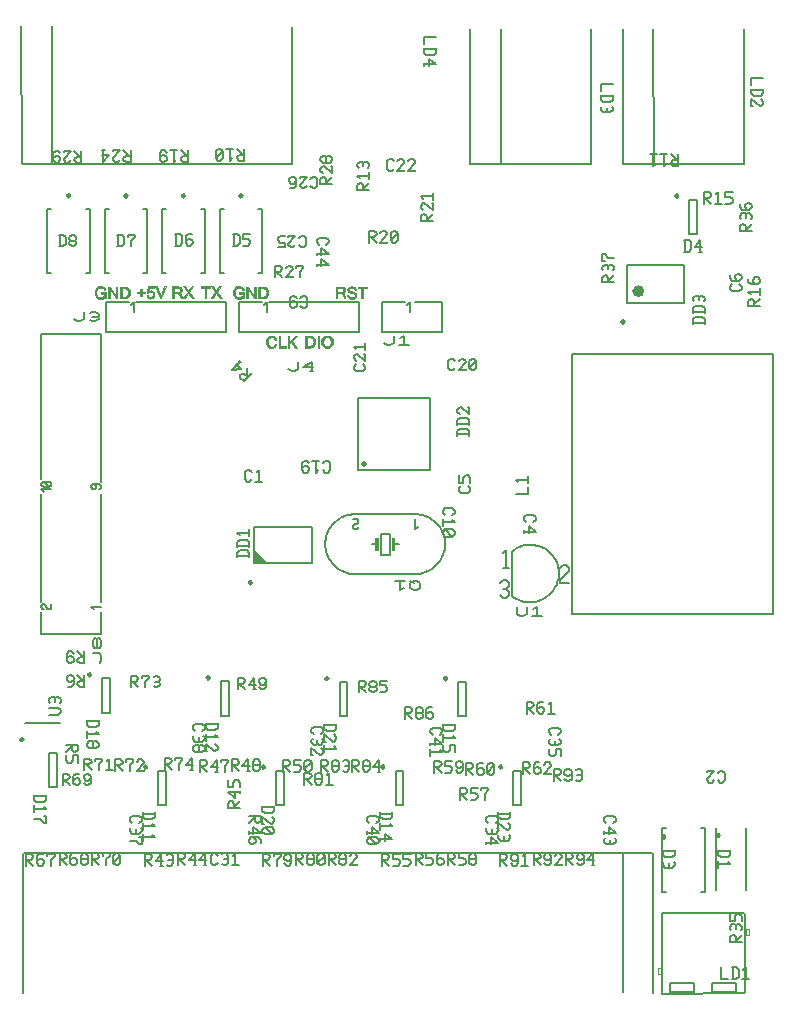
<source format=gto>
G04 Generated by Ultiboard 14.1 *
%FSLAX25Y25*%
%MOIN*%

%ADD10C,0.00001*%
%ADD11C,0.00800*%
%ADD12C,0.00787*%
%ADD13C,0.00197*%
%ADD14C,0.00612*%
%ADD15C,0.00984*%
%ADD16C,0.00004*%
%ADD17C,0.01969*%
%ADD18C,0.01959*%


G04 ColorRGB FFFF00 for the following layer *
%LNSilkscreen Top*%
%LPD*%
G54D10*
G54D11*
X215000Y28669D02*
X215000Y1898D01*
X242669Y2283D02*
X242669Y28283D01*
X242472Y28890D02*
X215008Y28890D01*
X215000Y1898D02*
X242472Y1929D01*
X184992Y128535D02*
X251921Y128535D01*
X251921Y215150D01*
X184992Y215150D01*
X184992Y128535D01*
X38535Y58676D02*
X37748Y59460D01*
X37748Y60244D01*
X38535Y61028D01*
X40898Y61028D01*
X41685Y60244D01*
X41685Y59460D01*
X40898Y58676D01*
X41291Y57108D02*
X41685Y56716D01*
X41685Y55932D01*
X40898Y55148D01*
X40110Y55148D01*
X39717Y55540D01*
X39323Y55148D01*
X38535Y55148D01*
X37748Y55932D01*
X37748Y56716D01*
X38142Y57108D01*
X39717Y56716D02*
X39717Y55540D01*
X37748Y52797D02*
X39717Y52797D01*
X40898Y51621D01*
X41685Y51621D01*
X41685Y53973D01*
X40898Y53973D01*
X3164Y44491D02*
X3164Y48428D01*
X4731Y48428D01*
X5515Y47640D01*
X5515Y47246D01*
X4731Y46459D01*
X3164Y46459D01*
X3556Y46459D02*
X5515Y44491D01*
X8651Y48428D02*
X7475Y48428D01*
X6691Y47640D01*
X6691Y46065D01*
X6691Y45278D01*
X7475Y44491D01*
X8259Y44491D01*
X9043Y45278D01*
X9043Y46065D01*
X8259Y46853D01*
X7475Y46853D01*
X6691Y46065D01*
X11395Y44491D02*
X11395Y46459D01*
X12570Y47640D01*
X12570Y48428D01*
X10219Y48428D01*
X10219Y47640D01*
X14250Y44743D02*
X14250Y48680D01*
X15818Y48680D01*
X16602Y47892D01*
X16602Y47498D01*
X15818Y46711D01*
X14250Y46711D01*
X14642Y46711D02*
X16602Y44743D01*
X19738Y48680D02*
X18562Y48680D01*
X17778Y47892D01*
X17778Y46317D01*
X17778Y45530D01*
X18562Y44743D01*
X19346Y44743D01*
X20129Y45530D01*
X20129Y46317D01*
X19346Y47105D01*
X18562Y47105D01*
X17778Y46317D01*
X22873Y44743D02*
X22089Y44743D01*
X21305Y45530D01*
X21305Y46317D01*
X21697Y46711D01*
X21305Y47105D01*
X21305Y47892D01*
X22089Y48680D01*
X22873Y48680D01*
X23657Y47892D01*
X23657Y47105D01*
X23265Y46711D01*
X23657Y46317D01*
X23657Y45530D01*
X22873Y44743D01*
X21697Y46711D02*
X23265Y46711D01*
X25085Y44743D02*
X25085Y48680D01*
X26653Y48680D01*
X27437Y47892D01*
X27437Y47498D01*
X26653Y46711D01*
X25085Y46711D01*
X25477Y46711D02*
X27437Y44743D01*
X29788Y44743D02*
X29788Y46711D01*
X30964Y47892D01*
X30964Y48680D01*
X28612Y48680D01*
X28612Y47892D01*
X32140Y47892D02*
X32924Y48680D01*
X33708Y48680D01*
X34492Y47892D01*
X34492Y45530D01*
X33708Y44743D01*
X32924Y44743D01*
X32140Y45530D01*
X32140Y47892D01*
X34492Y47892D02*
X32140Y45530D01*
X166642Y130683D02*
X166642Y128302D01*
X167753Y127707D01*
X168864Y127707D01*
X169976Y128302D01*
X169976Y130683D01*
X172198Y130088D02*
X173309Y130683D01*
X173309Y127707D01*
X171642Y127707D02*
X174976Y127707D01*
X165187Y134346D02*
X165867Y133860D01*
X166588Y133436D01*
X167342Y133076D01*
X168125Y132783D01*
X168931Y132560D01*
X169753Y132408D01*
X170585Y132327D01*
X171421Y132320D01*
X172255Y132386D01*
X173079Y132524D01*
X173889Y132733D01*
X174677Y133012D01*
X175437Y133359D01*
X176165Y133771D01*
X176854Y134244D01*
X177499Y134776D01*
X178095Y135362D01*
X178638Y135998D01*
X179124Y136678D01*
X179548Y137399D01*
X179908Y138153D01*
X180201Y138936D01*
X180424Y139742D01*
X180577Y140564D01*
X180657Y141396D01*
X180664Y142232D01*
X180599Y143066D01*
X180461Y143890D01*
X180251Y144700D01*
X179972Y145488D01*
X179625Y146248D01*
X179214Y146976D01*
X178740Y147665D01*
X178208Y148310D01*
X177622Y148906D01*
X176987Y149449D01*
X176306Y149935D01*
X175586Y150359D01*
X174831Y150719D01*
X174048Y151012D01*
X173242Y151235D01*
X172420Y151388D01*
X171588Y151468D01*
X170752Y151475D01*
X169919Y151410D01*
X169094Y151272D01*
X168285Y151062D01*
X167497Y150783D01*
X166736Y150436D01*
X166008Y150025D01*
X165319Y149551D01*
X165187Y149449D01*
X165087Y134398D02*
X165087Y149398D01*
X163087Y143898D02*
X163087Y149898D01*
X162087Y133898D02*
X161087Y134898D01*
X163087Y133898D02*
X162087Y133898D01*
X164087Y134898D02*
X163087Y133898D01*
X164087Y137898D02*
X163087Y136898D01*
X164087Y138898D02*
X164087Y137898D01*
X163087Y136898D02*
X162087Y136898D01*
X163087Y136898D02*
X164087Y135898D01*
X164087Y134898D01*
X162087Y139898D02*
X163087Y139898D01*
X161087Y138898D02*
X162087Y139898D01*
X163087Y139898D02*
X164087Y138898D01*
X164087Y143898D02*
X162087Y143898D01*
X163087Y149898D02*
X162087Y148898D01*
X184087Y142898D02*
X181087Y139898D01*
X181087Y138898D02*
X184087Y138898D01*
X182087Y144898D02*
X183087Y144898D01*
X184087Y143898D01*
X181087Y139898D02*
X181087Y138898D01*
X181087Y143898D02*
X182087Y144898D01*
X184087Y143898D02*
X184087Y142898D01*
X122296Y218597D02*
X123407Y218002D01*
X124518Y218002D01*
X125629Y218597D01*
X125629Y220978D01*
X127851Y220383D02*
X128962Y220978D01*
X128962Y218002D01*
X127296Y218002D02*
X130629Y218002D01*
X141740Y222276D02*
X121740Y222276D01*
X129240Y232276D02*
X121740Y232276D01*
X121740Y222276D01*
X141740Y232276D02*
X132573Y232276D01*
X130907Y232276D02*
X130907Y228942D01*
X130073Y231442D02*
X130907Y232276D01*
X141740Y232276D02*
X141740Y222276D01*
X229164Y265110D02*
X229164Y269047D01*
X230731Y269047D01*
X231515Y268260D01*
X231515Y267866D01*
X230731Y267079D01*
X229164Y267079D01*
X229556Y267079D02*
X231515Y265110D01*
X233083Y268260D02*
X233867Y269047D01*
X233867Y265110D01*
X232691Y265110D02*
X235043Y265110D01*
X238570Y269047D02*
X236219Y269047D01*
X236219Y267472D01*
X237787Y267472D01*
X238570Y266685D01*
X238570Y265898D01*
X237787Y265110D01*
X236219Y265110D01*
X220348Y281661D02*
X220348Y277724D01*
X218780Y277724D01*
X217997Y278512D01*
X217997Y278906D01*
X218780Y279693D01*
X220348Y279693D01*
X219956Y279693D02*
X217997Y281661D01*
X216429Y278512D02*
X215645Y277724D01*
X215645Y281661D01*
X216821Y281661D02*
X214469Y281661D01*
X212901Y278512D02*
X212117Y277724D01*
X212117Y281661D01*
X213293Y281661D02*
X210941Y281661D01*
X77307Y61033D02*
X81244Y61033D01*
X81244Y59465D01*
X80457Y58682D01*
X80063Y58682D01*
X79276Y59465D01*
X79276Y61033D01*
X79276Y60641D02*
X77307Y58682D01*
X78882Y55154D02*
X78882Y57506D01*
X81244Y55546D01*
X77307Y55546D01*
X77307Y55938D02*
X77307Y55154D01*
X81244Y52018D02*
X81244Y53194D01*
X80457Y53978D01*
X78882Y53978D01*
X78094Y53978D01*
X77307Y53194D01*
X77307Y52410D01*
X78094Y51626D01*
X78882Y51626D01*
X79669Y52410D01*
X79669Y53194D01*
X78882Y53978D01*
X66996Y45535D02*
X66212Y44748D01*
X65428Y44748D01*
X64644Y45535D01*
X64644Y47898D01*
X65428Y48685D01*
X66212Y48685D01*
X66996Y47898D01*
X68563Y48291D02*
X68955Y48685D01*
X69739Y48685D01*
X70523Y47898D01*
X70523Y47110D01*
X70131Y46717D01*
X70523Y46323D01*
X70523Y45535D01*
X69739Y44748D01*
X68955Y44748D01*
X68563Y45142D01*
X68955Y46717D02*
X70131Y46717D01*
X72091Y47898D02*
X72875Y48685D01*
X72875Y44748D01*
X71699Y44748D02*
X74051Y44748D01*
X42723Y44496D02*
X42723Y48433D01*
X44290Y48433D01*
X45074Y47646D01*
X45074Y47252D01*
X44290Y46465D01*
X42723Y46465D01*
X43115Y46465D02*
X45074Y44496D01*
X48602Y46071D02*
X46250Y46071D01*
X48210Y48433D01*
X48210Y44496D01*
X47818Y44496D02*
X48602Y44496D01*
X50170Y48039D02*
X50562Y48433D01*
X51346Y48433D01*
X52129Y47646D01*
X52129Y46858D01*
X51738Y46465D01*
X52129Y46071D01*
X52129Y45283D01*
X51346Y44496D01*
X50562Y44496D01*
X50170Y44890D01*
X50562Y46465D02*
X51738Y46465D01*
X74378Y63616D02*
X70441Y63616D01*
X70441Y65184D01*
X71228Y65968D01*
X71622Y65968D01*
X72409Y65184D01*
X72409Y63616D01*
X72409Y64008D02*
X74378Y65968D01*
X72803Y69496D02*
X72803Y67144D01*
X70441Y69104D01*
X74378Y69104D01*
X74378Y68712D02*
X74378Y69496D01*
X70441Y73023D02*
X70441Y70671D01*
X72016Y70671D01*
X72016Y72239D01*
X72803Y73023D01*
X73591Y73023D01*
X74378Y72239D01*
X74378Y70671D01*
X241685Y19038D02*
X237748Y19038D01*
X237748Y20605D01*
X238535Y21389D01*
X238929Y21389D01*
X239717Y20605D01*
X239717Y19038D01*
X239717Y19430D02*
X241685Y21389D01*
X238142Y22957D02*
X237748Y23349D01*
X237748Y24133D01*
X238535Y24917D01*
X239323Y24917D01*
X239717Y24525D01*
X240110Y24917D01*
X240898Y24917D01*
X241685Y24133D01*
X241685Y23349D01*
X241291Y22957D01*
X239717Y23349D02*
X239717Y24525D01*
X237748Y28444D02*
X237748Y26093D01*
X239323Y26093D01*
X239323Y27661D01*
X240110Y28444D01*
X240898Y28444D01*
X241685Y27661D01*
X241685Y26093D01*
X233603Y75354D02*
X234387Y76142D01*
X235171Y76142D01*
X235955Y75354D01*
X235955Y72992D01*
X235171Y72205D01*
X234387Y72205D01*
X233603Y72992D01*
X232427Y72992D02*
X231643Y72205D01*
X230860Y72205D01*
X230076Y72992D01*
X230076Y73386D01*
X232427Y76142D01*
X230076Y76142D01*
X230076Y75748D01*
X166441Y168455D02*
X170378Y168455D01*
X170378Y170806D01*
X167228Y172374D02*
X166441Y173158D01*
X170378Y173158D01*
X170378Y171982D02*
X170378Y174334D01*
X234723Y10693D02*
X234723Y6756D01*
X237074Y6756D01*
X238250Y6756D02*
X239818Y6756D01*
X240602Y7543D01*
X240602Y9906D01*
X239818Y10693D01*
X238250Y10693D01*
X238642Y10693D02*
X238642Y6756D01*
X242170Y9906D02*
X242954Y10693D01*
X242954Y6756D01*
X241778Y6756D02*
X244129Y6756D01*
X211687Y48613D02*
X2487Y48613D01*
X202079Y2268D02*
X202087Y48613D01*
X212157Y2016D02*
X212087Y48613D01*
X2016Y48378D02*
X2016Y2016D01*
X15258Y71260D02*
X15258Y75197D01*
X16826Y75197D01*
X17610Y74409D01*
X17610Y74016D01*
X16826Y73228D01*
X15258Y73228D01*
X15650Y73228D02*
X17610Y71260D01*
X20745Y75197D02*
X19570Y75197D01*
X18786Y74409D01*
X18786Y72835D01*
X18786Y72047D01*
X19570Y71260D01*
X20353Y71260D01*
X21137Y72047D01*
X21137Y72835D01*
X20353Y73622D01*
X19570Y73622D01*
X18786Y72835D01*
X22313Y72047D02*
X23097Y71260D01*
X23881Y71260D01*
X24665Y72047D01*
X24665Y73622D01*
X24665Y74409D01*
X23881Y75197D01*
X23097Y75197D01*
X22313Y74409D01*
X22313Y73622D01*
X23097Y72835D01*
X23881Y72835D01*
X24665Y73622D01*
X94516Y233591D02*
X95300Y234378D01*
X96084Y234378D01*
X96868Y233591D01*
X96868Y231228D01*
X96084Y230441D01*
X95300Y230441D01*
X94516Y231228D01*
X93340Y233591D02*
X92556Y234378D01*
X91773Y234378D01*
X90989Y233591D01*
X90989Y232016D01*
X90989Y231228D01*
X91773Y230441D01*
X92556Y230441D01*
X93340Y231228D01*
X93340Y232016D01*
X92556Y232803D01*
X91773Y232803D01*
X90989Y232016D01*
X100772Y251493D02*
X99984Y252276D01*
X99984Y253060D01*
X100772Y253844D01*
X103134Y253844D01*
X103921Y253060D01*
X103921Y252276D01*
X103134Y251493D01*
X101559Y247965D02*
X101559Y250317D01*
X103921Y248357D01*
X99984Y248357D01*
X99984Y248749D02*
X99984Y247965D01*
X101559Y244437D02*
X101559Y246789D01*
X103921Y244829D01*
X99984Y244829D01*
X99984Y245221D02*
X99984Y244437D01*
X94012Y253748D02*
X94796Y254535D01*
X95580Y254535D01*
X96364Y253748D01*
X96364Y251386D01*
X95580Y250598D01*
X94796Y250598D01*
X94012Y251386D01*
X92836Y251386D02*
X92052Y250598D01*
X91269Y250598D01*
X90485Y251386D01*
X90485Y251780D01*
X92836Y254535D01*
X90485Y254535D01*
X90485Y254142D01*
X86957Y250598D02*
X89309Y250598D01*
X89309Y252173D01*
X87741Y252173D01*
X86957Y252961D01*
X86957Y253748D01*
X87741Y254535D01*
X89309Y254535D01*
X125704Y276898D02*
X124920Y276110D01*
X124136Y276110D01*
X123353Y276898D01*
X123353Y279260D01*
X124136Y280047D01*
X124920Y280047D01*
X125704Y279260D01*
X126880Y279260D02*
X127664Y280047D01*
X128448Y280047D01*
X129232Y279260D01*
X129232Y278866D01*
X126880Y276110D01*
X129232Y276110D01*
X129232Y276504D01*
X130408Y279260D02*
X131192Y280047D01*
X131976Y280047D01*
X132759Y279260D01*
X132759Y278866D01*
X130408Y276110D01*
X132759Y276110D01*
X132759Y276504D01*
X151161Y278435D02*
X191319Y278435D01*
X191244Y323276D01*
X161265Y278608D02*
X161260Y323276D01*
X151181Y323528D02*
X151161Y278435D01*
X2016Y278334D02*
X91693Y278413D01*
X91717Y324031D01*
X11591Y324283D02*
X11591Y279090D01*
X1512Y324535D02*
X1614Y278791D01*
X202157Y278435D02*
X242315Y278435D01*
X202079Y323528D02*
X202157Y278435D01*
X212261Y278608D02*
X212157Y323276D01*
X242315Y278435D02*
X242394Y323528D01*
X244961Y256140D02*
X241024Y256140D01*
X241024Y257708D01*
X241811Y258492D01*
X242205Y258492D01*
X242992Y257708D01*
X242992Y256140D01*
X242992Y256532D02*
X244961Y258492D01*
X241417Y260059D02*
X241024Y260451D01*
X241024Y261235D01*
X241811Y262019D01*
X242598Y262019D01*
X242992Y261627D01*
X243386Y262019D01*
X244173Y262019D01*
X244961Y261235D01*
X244961Y260451D01*
X244567Y260059D01*
X242992Y260451D02*
X242992Y261627D01*
X241024Y265155D02*
X241024Y263979D01*
X241811Y263195D01*
X243386Y263195D01*
X244173Y263195D01*
X244961Y263979D01*
X244961Y264763D01*
X244173Y265547D01*
X243386Y265547D01*
X242598Y264763D01*
X242598Y263979D01*
X243386Y263195D01*
X18949Y226613D02*
X20060Y226018D01*
X21171Y226018D01*
X22283Y226613D01*
X22283Y228994D01*
X24505Y228696D02*
X25060Y228994D01*
X26171Y228994D01*
X27283Y228398D01*
X27283Y227803D01*
X26727Y227506D01*
X27283Y227208D01*
X27283Y226613D01*
X26171Y226018D01*
X25060Y226018D01*
X24505Y226315D01*
X25060Y227506D02*
X26727Y227506D01*
X69826Y222276D02*
X29826Y222276D01*
X69826Y232276D02*
X39826Y232276D01*
X29826Y232276D02*
X29826Y222276D01*
X37326Y232276D02*
X29826Y232276D01*
X38993Y232276D02*
X38993Y228942D01*
X38160Y231442D02*
X38993Y232276D01*
X69826Y232276D02*
X69826Y222276D01*
X78376Y208694D02*
X75592Y205910D01*
X74483Y207018D01*
X74486Y208130D01*
X74764Y208408D01*
X75875Y208410D01*
X76984Y207302D01*
X76707Y207579D02*
X76713Y210357D01*
X73105Y211737D02*
X74768Y210075D01*
X71712Y209790D01*
X74496Y212574D01*
X74773Y212297D02*
X74218Y212851D01*
X90508Y209983D02*
X91619Y209388D01*
X92731Y209388D01*
X93842Y209983D01*
X93842Y212364D01*
X98842Y210578D02*
X95508Y210578D01*
X98286Y212364D01*
X98286Y209388D01*
X97731Y209388D02*
X98842Y209388D01*
X114118Y222276D02*
X74118Y222276D01*
X114118Y232276D02*
X84118Y232276D01*
X74118Y232276D02*
X74118Y222276D01*
X81618Y232276D02*
X74118Y232276D01*
X83285Y232276D02*
X83285Y228942D01*
X82451Y231442D02*
X83285Y232276D01*
X114118Y232276D02*
X114118Y222276D01*
X86061Y240583D02*
X86061Y244520D01*
X87629Y244520D01*
X88413Y243732D01*
X88413Y243339D01*
X87629Y242551D01*
X86061Y242551D01*
X86453Y242551D02*
X88413Y240583D01*
X89589Y243732D02*
X90373Y244520D01*
X91157Y244520D01*
X91941Y243732D01*
X91941Y243339D01*
X89589Y240583D01*
X91941Y240583D01*
X91941Y240976D01*
X94292Y240583D02*
X94292Y242551D01*
X95468Y243732D01*
X95468Y244520D01*
X93116Y244520D01*
X93116Y243732D01*
X121841Y44496D02*
X121841Y48433D01*
X123409Y48433D01*
X124192Y47646D01*
X124192Y47252D01*
X123409Y46465D01*
X121841Y46465D01*
X122233Y46465D02*
X124192Y44496D01*
X127720Y48433D02*
X125368Y48433D01*
X125368Y46858D01*
X126936Y46858D01*
X127720Y46071D01*
X127720Y45283D01*
X126936Y44496D01*
X125368Y44496D01*
X131248Y48433D02*
X128896Y48433D01*
X128896Y46858D01*
X130464Y46858D01*
X131248Y46071D01*
X131248Y45283D01*
X130464Y44496D01*
X128896Y44496D01*
X132927Y44748D02*
X132927Y48685D01*
X134495Y48685D01*
X135279Y47898D01*
X135279Y47504D01*
X134495Y46717D01*
X132927Y46717D01*
X133319Y46717D02*
X135279Y44748D01*
X138807Y48685D02*
X136455Y48685D01*
X136455Y47110D01*
X138023Y47110D01*
X138807Y46323D01*
X138807Y45535D01*
X138023Y44748D01*
X136455Y44748D01*
X141942Y48685D02*
X140766Y48685D01*
X139983Y47898D01*
X139983Y46323D01*
X139983Y45535D01*
X140766Y44748D01*
X141550Y44748D01*
X142334Y45535D01*
X142334Y46323D01*
X141550Y47110D01*
X140766Y47110D01*
X139983Y46323D01*
X143762Y44748D02*
X143762Y48685D01*
X145330Y48685D01*
X146114Y47898D01*
X146114Y47504D01*
X145330Y46717D01*
X143762Y46717D01*
X144154Y46717D02*
X146114Y44748D01*
X149641Y48685D02*
X147290Y48685D01*
X147290Y47110D01*
X148857Y47110D01*
X149641Y46323D01*
X149641Y45535D01*
X148857Y44748D01*
X147290Y44748D01*
X152385Y44748D02*
X151601Y44748D01*
X150817Y45535D01*
X150817Y46323D01*
X151209Y46717D01*
X150817Y47110D01*
X150817Y47898D01*
X151601Y48685D01*
X152385Y48685D01*
X153169Y47898D01*
X153169Y47110D01*
X152777Y46717D01*
X153169Y46323D01*
X153169Y45535D01*
X152385Y44748D01*
X151209Y46717D02*
X152777Y46717D01*
X157213Y58682D02*
X156425Y59465D01*
X156425Y60249D01*
X157213Y61033D01*
X159575Y61033D01*
X160362Y60249D01*
X160362Y59465D01*
X159575Y58682D01*
X159969Y57114D02*
X160362Y56722D01*
X160362Y55938D01*
X159575Y55154D01*
X158787Y55154D01*
X158394Y55546D01*
X158000Y55154D01*
X157213Y55154D01*
X156425Y55938D01*
X156425Y56722D01*
X156819Y57114D01*
X158394Y56722D02*
X158394Y55546D01*
X158000Y51626D02*
X158000Y53978D01*
X160362Y52018D01*
X156425Y52018D01*
X156425Y52410D02*
X156425Y51626D01*
X178126Y88162D02*
X177339Y88946D01*
X177339Y89730D01*
X178126Y90514D01*
X180488Y90514D01*
X181276Y89730D01*
X181276Y88946D01*
X180488Y88162D01*
X180882Y86594D02*
X181276Y86202D01*
X181276Y85418D01*
X180488Y84634D01*
X179701Y84634D01*
X179307Y85026D01*
X178913Y84634D01*
X178126Y84634D01*
X177339Y85418D01*
X177339Y86202D01*
X177732Y86594D01*
X179307Y86202D02*
X179307Y85026D01*
X181276Y81107D02*
X181276Y83458D01*
X179701Y83458D01*
X179701Y81891D01*
X178913Y81107D01*
X178126Y81107D01*
X177339Y81891D01*
X177339Y83458D01*
X161148Y44496D02*
X161148Y48433D01*
X162716Y48433D01*
X163500Y47646D01*
X163500Y47252D01*
X162716Y46465D01*
X161148Y46465D01*
X161540Y46465D02*
X163500Y44496D01*
X164675Y45283D02*
X165459Y44496D01*
X166243Y44496D01*
X167027Y45283D01*
X167027Y46858D01*
X167027Y47646D01*
X166243Y48433D01*
X165459Y48433D01*
X164675Y47646D01*
X164675Y46858D01*
X165459Y46071D01*
X166243Y46071D01*
X167027Y46858D01*
X168595Y47646D02*
X169379Y48433D01*
X169379Y44496D01*
X168203Y44496D02*
X170555Y44496D01*
X172234Y44748D02*
X172234Y48685D01*
X173802Y48685D01*
X174586Y47898D01*
X174586Y47504D01*
X173802Y46717D01*
X172234Y46717D01*
X172626Y46717D02*
X174586Y44748D01*
X175762Y45535D02*
X176546Y44748D01*
X177330Y44748D01*
X178114Y45535D01*
X178114Y47110D01*
X178114Y47898D01*
X177330Y48685D01*
X176546Y48685D01*
X175762Y47898D01*
X175762Y47110D01*
X176546Y46323D01*
X177330Y46323D01*
X178114Y47110D01*
X179290Y47898D02*
X180073Y48685D01*
X180857Y48685D01*
X181641Y47898D01*
X181641Y47504D01*
X179290Y44748D01*
X181641Y44748D01*
X181641Y45142D01*
X183069Y44748D02*
X183069Y48685D01*
X184637Y48685D01*
X185421Y47898D01*
X185421Y47504D01*
X184637Y46717D01*
X183069Y46717D01*
X183461Y46717D02*
X185421Y44748D01*
X186597Y45535D02*
X187381Y44748D01*
X188164Y44748D01*
X188948Y45535D01*
X188948Y47110D01*
X188948Y47898D01*
X188164Y48685D01*
X187381Y48685D01*
X186597Y47898D01*
X186597Y47110D01*
X187381Y46323D01*
X188164Y46323D01*
X188948Y47110D01*
X192476Y46323D02*
X190124Y46323D01*
X192084Y48685D01*
X192084Y44748D01*
X191692Y44748D02*
X192476Y44748D01*
X196520Y58682D02*
X195732Y59465D01*
X195732Y60249D01*
X196520Y61033D01*
X198882Y61033D01*
X199669Y60249D01*
X199669Y59465D01*
X198882Y58682D01*
X197307Y55154D02*
X197307Y57506D01*
X199669Y55546D01*
X195732Y55546D01*
X195732Y55938D02*
X195732Y55154D01*
X199276Y53586D02*
X199669Y53194D01*
X199669Y52410D01*
X198882Y51626D01*
X198094Y51626D01*
X197701Y52018D01*
X197307Y51626D01*
X196520Y51626D01*
X195732Y52410D01*
X195732Y53194D01*
X196126Y53586D01*
X197701Y53194D02*
X197701Y52018D01*
X82081Y44496D02*
X82081Y48433D01*
X83649Y48433D01*
X84433Y47646D01*
X84433Y47252D01*
X83649Y46465D01*
X82081Y46465D01*
X82473Y46465D02*
X84433Y44496D01*
X86784Y44496D02*
X86784Y46465D01*
X87960Y47646D01*
X87960Y48433D01*
X85608Y48433D01*
X85608Y47646D01*
X89136Y45283D02*
X89920Y44496D01*
X90704Y44496D01*
X91488Y45283D01*
X91488Y46858D01*
X91488Y47646D01*
X90704Y48433D01*
X89920Y48433D01*
X89136Y47646D01*
X89136Y46858D01*
X89920Y46071D01*
X90704Y46071D01*
X91488Y46858D01*
X93168Y44748D02*
X93168Y48685D01*
X94735Y48685D01*
X95519Y47898D01*
X95519Y47504D01*
X94735Y46717D01*
X93168Y46717D01*
X93559Y46717D02*
X95519Y44748D01*
X98263Y44748D02*
X97479Y44748D01*
X96695Y45535D01*
X96695Y46323D01*
X97087Y46717D01*
X96695Y47110D01*
X96695Y47898D01*
X97479Y48685D01*
X98263Y48685D01*
X99047Y47898D01*
X99047Y47110D01*
X98655Y46717D01*
X99047Y46323D01*
X99047Y45535D01*
X98263Y44748D01*
X97087Y46717D02*
X98655Y46717D01*
X100223Y47898D02*
X101007Y48685D01*
X101790Y48685D01*
X102574Y47898D01*
X102574Y45535D01*
X101790Y44748D01*
X101007Y44748D01*
X100223Y45535D01*
X100223Y47898D01*
X102574Y47898D02*
X100223Y45535D01*
X104002Y44748D02*
X104002Y48685D01*
X105570Y48685D01*
X106354Y47898D01*
X106354Y47504D01*
X105570Y46717D01*
X104002Y46717D01*
X104394Y46717D02*
X106354Y44748D01*
X109098Y44748D02*
X108314Y44748D01*
X107530Y45535D01*
X107530Y46323D01*
X107922Y46717D01*
X107530Y47110D01*
X107530Y47898D01*
X108314Y48685D01*
X109098Y48685D01*
X109881Y47898D01*
X109881Y47110D01*
X109490Y46717D01*
X109881Y46323D01*
X109881Y45535D01*
X109098Y44748D01*
X107922Y46717D02*
X109490Y46717D01*
X111057Y47898D02*
X111841Y48685D01*
X112625Y48685D01*
X113409Y47898D01*
X113409Y47504D01*
X111057Y44748D01*
X113409Y44748D01*
X113409Y45142D01*
X117453Y58682D02*
X116665Y59465D01*
X116665Y60249D01*
X117453Y61033D01*
X119815Y61033D01*
X120602Y60249D01*
X120602Y59465D01*
X119815Y58682D01*
X118240Y55154D02*
X118240Y57506D01*
X120602Y55546D01*
X116665Y55546D01*
X116665Y55938D02*
X116665Y55154D01*
X119815Y53978D02*
X120602Y53194D01*
X120602Y52410D01*
X119815Y51626D01*
X117453Y51626D01*
X116665Y52410D01*
X116665Y53194D01*
X117453Y53978D01*
X119815Y53978D01*
X119815Y51626D02*
X117453Y53978D01*
X99008Y88414D02*
X98220Y89198D01*
X98220Y89982D01*
X99008Y90766D01*
X101370Y90766D01*
X102157Y89982D01*
X102157Y89198D01*
X101370Y88414D01*
X101764Y86846D02*
X102157Y86454D01*
X102157Y85670D01*
X101370Y84886D01*
X100583Y84886D01*
X100189Y85278D01*
X99795Y84886D01*
X99008Y84886D01*
X98220Y85670D01*
X98220Y86454D01*
X98614Y86846D01*
X100189Y86454D02*
X100189Y85278D01*
X101370Y83710D02*
X102157Y82927D01*
X102157Y82143D01*
X101370Y81359D01*
X100976Y81359D01*
X98220Y83710D01*
X98220Y81359D01*
X98614Y81359D01*
X38187Y103929D02*
X38187Y107866D01*
X39755Y107866D01*
X40539Y107079D01*
X40539Y106685D01*
X39755Y105898D01*
X38187Y105898D01*
X38579Y105898D02*
X40539Y103929D01*
X42891Y103929D02*
X42891Y105898D01*
X44066Y107079D01*
X44066Y107866D01*
X41715Y107866D01*
X41715Y107079D01*
X45634Y107472D02*
X46026Y107866D01*
X46810Y107866D01*
X47594Y107079D01*
X47594Y106291D01*
X47202Y105898D01*
X47594Y105504D01*
X47594Y104717D01*
X46810Y103929D01*
X46026Y103929D01*
X45634Y104323D01*
X46026Y105898D02*
X47202Y105898D01*
X59449Y89422D02*
X58661Y90206D01*
X58661Y90990D01*
X59449Y91773D01*
X61811Y91773D01*
X62598Y90990D01*
X62598Y90206D01*
X61811Y89422D01*
X62205Y87854D02*
X62598Y87462D01*
X62598Y86678D01*
X61811Y85894D01*
X61024Y85894D01*
X60630Y86286D01*
X60236Y85894D01*
X59449Y85894D01*
X58661Y86678D01*
X58661Y87462D01*
X59055Y87854D01*
X60630Y87462D02*
X60630Y86286D01*
X58661Y83150D02*
X58661Y83934D01*
X59449Y84718D01*
X60236Y84718D01*
X60630Y84326D01*
X61024Y84718D01*
X61811Y84718D01*
X62598Y83934D01*
X62598Y83150D01*
X61811Y82367D01*
X61024Y82367D01*
X60630Y82759D01*
X60236Y82367D01*
X59449Y82367D01*
X58661Y83150D01*
X60630Y84326D02*
X60630Y82759D01*
X16331Y84773D02*
X20268Y84773D01*
X20268Y83206D01*
X19480Y82422D01*
X19087Y82422D01*
X18299Y83206D01*
X18299Y84773D01*
X18299Y84381D02*
X16331Y82422D01*
X20268Y78894D02*
X20268Y81246D01*
X18693Y81246D01*
X18693Y79678D01*
X17906Y78894D01*
X17118Y78894D01*
X16331Y79678D01*
X16331Y81246D01*
X22565Y76299D02*
X22565Y80236D01*
X24133Y80236D01*
X24917Y79449D01*
X24917Y79055D01*
X24133Y78268D01*
X22565Y78268D01*
X22957Y78268D02*
X24917Y76299D01*
X27269Y76299D02*
X27269Y78268D01*
X28444Y79449D01*
X28444Y80236D01*
X26093Y80236D01*
X26093Y79449D01*
X30012Y79449D02*
X30796Y80236D01*
X30796Y76299D01*
X29620Y76299D02*
X31972Y76299D01*
X32896Y76047D02*
X32896Y79984D01*
X34464Y79984D01*
X35248Y79197D01*
X35248Y78803D01*
X34464Y78016D01*
X32896Y78016D01*
X33288Y78016D02*
X35248Y76047D01*
X37599Y76047D02*
X37599Y78016D01*
X38775Y79197D01*
X38775Y79984D01*
X36423Y79984D01*
X36423Y79197D01*
X39951Y79197D02*
X40735Y79984D01*
X41519Y79984D01*
X42303Y79197D01*
X42303Y78803D01*
X39951Y76047D01*
X42303Y76047D01*
X42303Y76441D01*
X49274Y76551D02*
X49274Y80488D01*
X50842Y80488D01*
X51626Y79701D01*
X51626Y79307D01*
X50842Y78520D01*
X49274Y78520D01*
X49666Y78520D02*
X51626Y76551D01*
X53977Y76551D02*
X53977Y78520D01*
X55153Y79701D01*
X55153Y80488D01*
X52801Y80488D01*
X52801Y79701D01*
X58681Y78126D02*
X56329Y78126D01*
X58289Y80488D01*
X58289Y76551D01*
X57897Y76551D02*
X58681Y76551D01*
X61116Y75795D02*
X61116Y79732D01*
X62684Y79732D01*
X63468Y78945D01*
X63468Y78551D01*
X62684Y77764D01*
X61116Y77764D01*
X61508Y77764D02*
X63468Y75795D01*
X66996Y77370D02*
X64644Y77370D01*
X66604Y79732D01*
X66604Y75795D01*
X66212Y75795D02*
X66996Y75795D01*
X69347Y75795D02*
X69347Y77764D01*
X70523Y78945D01*
X70523Y79732D01*
X68171Y79732D01*
X68171Y78945D01*
X71699Y76047D02*
X71699Y79984D01*
X73267Y79984D01*
X74051Y79197D01*
X74051Y78803D01*
X73267Y78016D01*
X71699Y78016D01*
X72091Y78016D02*
X74051Y76047D01*
X77578Y77622D02*
X75227Y77622D01*
X77186Y79984D01*
X77186Y76047D01*
X76794Y76047D02*
X77578Y76047D01*
X80322Y76047D02*
X79538Y76047D01*
X78754Y76835D01*
X78754Y77622D01*
X79146Y78016D01*
X78754Y78409D01*
X78754Y79197D01*
X79538Y79984D01*
X80322Y79984D01*
X81106Y79197D01*
X81106Y78409D01*
X80714Y78016D01*
X81106Y77622D01*
X81106Y76835D01*
X80322Y76047D01*
X79146Y78016D02*
X80714Y78016D01*
X88833Y75795D02*
X88833Y79732D01*
X90401Y79732D01*
X91185Y78945D01*
X91185Y78551D01*
X90401Y77764D01*
X88833Y77764D01*
X89225Y77764D02*
X91185Y75795D01*
X94712Y79732D02*
X92360Y79732D01*
X92360Y78157D01*
X93928Y78157D01*
X94712Y77370D01*
X94712Y76583D01*
X93928Y75795D01*
X92360Y75795D01*
X95888Y78945D02*
X96672Y79732D01*
X97456Y79732D01*
X98240Y78945D01*
X98240Y76583D01*
X97456Y75795D01*
X96672Y75795D01*
X95888Y76583D01*
X95888Y78945D01*
X98240Y78945D02*
X95888Y76583D01*
X95888Y71512D02*
X95888Y75449D01*
X97456Y75449D01*
X98240Y74661D01*
X98240Y74268D01*
X97456Y73480D01*
X95888Y73480D01*
X96280Y73480D02*
X98240Y71512D01*
X100983Y71512D02*
X100199Y71512D01*
X99416Y72299D01*
X99416Y73087D01*
X99808Y73480D01*
X99416Y73874D01*
X99416Y74661D01*
X100199Y75449D01*
X100983Y75449D01*
X101767Y74661D01*
X101767Y73874D01*
X101375Y73480D01*
X101767Y73087D01*
X101767Y72299D01*
X100983Y71512D01*
X99808Y73480D02*
X101375Y73480D01*
X103335Y74661D02*
X104119Y75449D01*
X104119Y71512D01*
X102943Y71512D02*
X105295Y71512D01*
X101431Y75795D02*
X101431Y79732D01*
X102999Y79732D01*
X103783Y78945D01*
X103783Y78551D01*
X102999Y77764D01*
X101431Y77764D01*
X101823Y77764D02*
X103783Y75795D01*
X106527Y75795D02*
X105743Y75795D01*
X104959Y76583D01*
X104959Y77370D01*
X105351Y77764D01*
X104959Y78157D01*
X104959Y78945D01*
X105743Y79732D01*
X106527Y79732D01*
X107311Y78945D01*
X107311Y78157D01*
X106919Y77764D01*
X107311Y77370D01*
X107311Y76583D01*
X106527Y75795D01*
X105351Y77764D02*
X106919Y77764D01*
X108878Y79339D02*
X109270Y79732D01*
X110054Y79732D01*
X110838Y78945D01*
X110838Y78157D01*
X110446Y77764D01*
X110838Y77370D01*
X110838Y76583D01*
X110054Y75795D01*
X109270Y75795D01*
X108878Y76189D01*
X109270Y77764D02*
X110446Y77764D01*
X111762Y75795D02*
X111762Y79732D01*
X113330Y79732D01*
X114114Y78945D01*
X114114Y78551D01*
X113330Y77764D01*
X111762Y77764D01*
X112154Y77764D02*
X114114Y75795D01*
X116857Y75795D02*
X116073Y75795D01*
X115290Y76583D01*
X115290Y77370D01*
X115682Y77764D01*
X115290Y78157D01*
X115290Y78945D01*
X116073Y79732D01*
X116857Y79732D01*
X117641Y78945D01*
X117641Y78157D01*
X117249Y77764D01*
X117641Y77370D01*
X117641Y76583D01*
X116857Y75795D01*
X115682Y77764D02*
X117249Y77764D01*
X121169Y77370D02*
X118817Y77370D01*
X120777Y79732D01*
X120777Y75795D01*
X120385Y75795D02*
X121169Y75795D01*
X129400Y93433D02*
X129400Y97370D01*
X130968Y97370D01*
X131752Y96583D01*
X131752Y96189D01*
X130968Y95402D01*
X129400Y95402D01*
X129792Y95402D02*
X131752Y93433D01*
X134495Y93433D02*
X133711Y93433D01*
X132927Y94220D01*
X132927Y95008D01*
X133319Y95402D01*
X132927Y95795D01*
X132927Y96583D01*
X133711Y97370D01*
X134495Y97370D01*
X135279Y96583D01*
X135279Y95795D01*
X134887Y95402D01*
X135279Y95008D01*
X135279Y94220D01*
X134495Y93433D01*
X133319Y95402D02*
X134887Y95402D01*
X138415Y97370D02*
X137239Y97370D01*
X136455Y96583D01*
X136455Y95008D01*
X136455Y94220D01*
X137239Y93433D01*
X138023Y93433D01*
X138807Y94220D01*
X138807Y95008D01*
X138023Y95795D01*
X137239Y95795D01*
X136455Y95008D01*
X139227Y75543D02*
X139227Y79480D01*
X140794Y79480D01*
X141578Y78693D01*
X141578Y78299D01*
X140794Y77512D01*
X139227Y77512D01*
X139619Y77512D02*
X141578Y75543D01*
X145106Y79480D02*
X142754Y79480D01*
X142754Y77906D01*
X144322Y77906D01*
X145106Y77118D01*
X145106Y76331D01*
X144322Y75543D01*
X142754Y75543D01*
X146282Y76331D02*
X147066Y75543D01*
X147850Y75543D01*
X148633Y76331D01*
X148633Y77906D01*
X148633Y78693D01*
X147850Y79480D01*
X147066Y79480D01*
X146282Y78693D01*
X146282Y77906D01*
X147066Y77118D01*
X147850Y77118D01*
X148633Y77906D01*
X149809Y74787D02*
X149809Y78724D01*
X151377Y78724D01*
X152161Y77937D01*
X152161Y77543D01*
X151377Y76756D01*
X149809Y76756D01*
X150201Y76756D02*
X152161Y74787D01*
X155297Y78724D02*
X154121Y78724D01*
X153337Y77937D01*
X153337Y76362D01*
X153337Y75575D01*
X154121Y74787D01*
X154905Y74787D01*
X155689Y75575D01*
X155689Y76362D01*
X154905Y77150D01*
X154121Y77150D01*
X153337Y76362D01*
X156864Y77937D02*
X157648Y78724D01*
X158432Y78724D01*
X159216Y77937D01*
X159216Y75575D01*
X158432Y74787D01*
X157648Y74787D01*
X156864Y75575D01*
X156864Y77937D01*
X159216Y77937D02*
X156864Y75575D01*
X168707Y75039D02*
X168707Y78976D01*
X170275Y78976D01*
X171059Y78189D01*
X171059Y77795D01*
X170275Y77008D01*
X168707Y77008D01*
X169099Y77008D02*
X171059Y75039D01*
X174194Y78976D02*
X173018Y78976D01*
X172234Y78189D01*
X172234Y76614D01*
X172234Y75827D01*
X173018Y75039D01*
X173802Y75039D01*
X174586Y75827D01*
X174586Y76614D01*
X173802Y77402D01*
X173018Y77402D01*
X172234Y76614D01*
X175762Y78189D02*
X176546Y78976D01*
X177330Y78976D01*
X178114Y78189D01*
X178114Y77795D01*
X175762Y75039D01*
X178114Y75039D01*
X178114Y75433D01*
X179038Y72772D02*
X179038Y76709D01*
X180605Y76709D01*
X181389Y75921D01*
X181389Y75528D01*
X180605Y74740D01*
X179038Y74740D01*
X179430Y74740D02*
X181389Y72772D01*
X182565Y73559D02*
X183349Y72772D01*
X184133Y72772D01*
X184917Y73559D01*
X184917Y75134D01*
X184917Y75921D01*
X184133Y76709D01*
X183349Y76709D01*
X182565Y75921D01*
X182565Y75134D01*
X183349Y74346D01*
X184133Y74346D01*
X184917Y75134D01*
X186485Y76315D02*
X186877Y76709D01*
X187661Y76709D01*
X188444Y75921D01*
X188444Y75134D01*
X188052Y74740D01*
X188444Y74346D01*
X188444Y73559D01*
X187661Y72772D01*
X186877Y72772D01*
X186485Y73165D01*
X186877Y74740D02*
X188052Y74740D01*
X138567Y88162D02*
X137780Y88946D01*
X137780Y89730D01*
X138567Y90514D01*
X140929Y90514D01*
X141717Y89730D01*
X141717Y88946D01*
X140929Y88162D01*
X139354Y84634D02*
X139354Y86986D01*
X141717Y85026D01*
X137780Y85026D01*
X137780Y85418D02*
X137780Y84634D01*
X140929Y83066D02*
X141717Y82283D01*
X137780Y82283D01*
X137780Y83458D02*
X137780Y81107D01*
X27623Y111926D02*
X28219Y113037D01*
X28219Y114148D01*
X27623Y115259D01*
X25243Y115259D01*
X28219Y119148D02*
X28219Y118037D01*
X27623Y116926D01*
X27028Y116926D01*
X26731Y117481D01*
X26433Y116926D01*
X25838Y116926D01*
X25243Y118037D01*
X25243Y119148D01*
X25838Y120259D01*
X26433Y120259D01*
X26731Y119703D01*
X27028Y120259D01*
X27623Y120259D01*
X28219Y119148D01*
X26731Y117481D02*
X26731Y119703D01*
X28181Y221740D02*
X28181Y172573D01*
X8181Y221740D02*
X8181Y173407D01*
X28181Y121740D02*
X8181Y121740D01*
X28181Y129240D02*
X28181Y121740D01*
X28181Y132573D02*
X28181Y168407D01*
X24848Y130907D02*
X25681Y130073D01*
X28181Y130907D02*
X24848Y130907D01*
X25681Y171740D02*
X25608Y171737D01*
X25536Y171727D01*
X25465Y171712D01*
X25396Y171690D01*
X25329Y171662D01*
X25264Y171628D01*
X25203Y171589D01*
X25145Y171545D01*
X25092Y171496D01*
X25043Y171442D01*
X24998Y171385D01*
X24959Y171323D01*
X24926Y171259D01*
X24898Y171192D01*
X24876Y171122D01*
X24860Y171051D01*
X24851Y170979D01*
X24848Y170907D01*
X24851Y170834D01*
X24860Y170762D01*
X24876Y170691D01*
X24898Y170622D01*
X24926Y170555D01*
X24959Y170490D01*
X24998Y170429D01*
X25043Y170371D01*
X25092Y170317D01*
X25145Y170268D01*
X25203Y170224D01*
X25264Y170185D01*
X25329Y170151D01*
X25396Y170124D01*
X25465Y170102D01*
X25536Y170086D01*
X25608Y170077D01*
X25681Y170073D01*
X25754Y170077D01*
X25826Y170086D01*
X25897Y170102D01*
X25966Y170124D01*
X26033Y170151D01*
X26098Y170185D01*
X26159Y170224D01*
X26217Y170268D01*
X26270Y170317D01*
X26319Y170371D01*
X26364Y170429D01*
X26403Y170490D01*
X26436Y170555D01*
X26464Y170622D01*
X26486Y170691D01*
X26502Y170762D01*
X26511Y170834D01*
X26514Y170907D01*
X26511Y170979D01*
X26502Y171051D01*
X26486Y171122D01*
X26464Y171192D01*
X26436Y171259D01*
X26403Y171323D01*
X26364Y171385D01*
X26319Y171442D01*
X26270Y171496D01*
X26217Y171545D01*
X26159Y171589D01*
X26098Y171628D01*
X26033Y171662D01*
X25966Y171690D01*
X25897Y171712D01*
X25826Y171727D01*
X25754Y171737D01*
X25681Y171740D01*
X27348Y170073D02*
X27420Y170077D01*
X27492Y170086D01*
X27563Y170102D01*
X27633Y170124D01*
X27700Y170151D01*
X27764Y170185D01*
X27826Y170224D01*
X27883Y170268D01*
X27937Y170317D01*
X27986Y170371D01*
X28030Y170429D01*
X28069Y170490D01*
X28103Y170555D01*
X28131Y170622D01*
X28153Y170691D01*
X28168Y170762D01*
X28178Y170834D01*
X28181Y170907D01*
X28178Y170979D01*
X28168Y171051D01*
X28153Y171122D01*
X28131Y171192D01*
X28103Y171259D01*
X28069Y171323D01*
X28030Y171385D01*
X27986Y171442D01*
X27937Y171496D01*
X27883Y171545D01*
X27826Y171589D01*
X27764Y171628D01*
X27700Y171662D01*
X27633Y171690D01*
X27563Y171712D01*
X27492Y171727D01*
X27420Y171737D01*
X27348Y171740D01*
X27348Y171740D01*
X25681Y171740D01*
X8181Y121740D02*
X8181Y129240D01*
X8181Y132573D02*
X8181Y168407D01*
X9848Y130907D02*
X9845Y130979D01*
X9835Y131051D01*
X9820Y131122D01*
X9798Y131192D01*
X9770Y131259D01*
X9736Y131323D01*
X9697Y131385D01*
X9653Y131442D01*
X9604Y131496D01*
X9550Y131545D01*
X9493Y131589D01*
X9431Y131628D01*
X9367Y131662D01*
X9300Y131690D01*
X9230Y131712D01*
X9159Y131727D01*
X9087Y131737D01*
X9015Y131740D01*
X8942Y131737D01*
X8870Y131727D01*
X8799Y131712D01*
X8730Y131690D01*
X8662Y131662D01*
X8598Y131628D01*
X8537Y131589D01*
X8479Y131545D01*
X8425Y131496D01*
X8376Y131442D01*
X8332Y131385D01*
X8293Y131323D01*
X8259Y131259D01*
X8231Y131192D01*
X8210Y131122D01*
X8194Y131051D01*
X8184Y130979D01*
X8181Y130907D01*
X8184Y130834D01*
X8194Y130762D01*
X8210Y130691D01*
X8231Y130622D01*
X8259Y130555D01*
X8293Y130490D01*
X8332Y130429D01*
X8376Y130371D01*
X8425Y130317D01*
X8479Y130268D01*
X8537Y130224D01*
X8598Y130185D01*
X8662Y130151D01*
X8730Y130124D01*
X8799Y130102D01*
X8870Y130086D01*
X8942Y130077D01*
X9015Y130073D01*
X9015Y130073D01*
X11514Y131740D02*
X11514Y130073D01*
X9848Y130907D02*
X9851Y130834D01*
X9860Y130762D01*
X9876Y130691D01*
X9898Y130622D01*
X9926Y130555D01*
X9959Y130490D01*
X9998Y130429D01*
X10043Y130371D01*
X10092Y130317D01*
X10145Y130268D01*
X10203Y130224D01*
X10264Y130185D01*
X10329Y130151D01*
X10396Y130124D01*
X10465Y130102D01*
X10536Y130086D01*
X10608Y130077D01*
X10681Y130073D01*
X10681Y130073D01*
X11514Y130073D02*
X10681Y130073D01*
X9014Y172573D02*
X10681Y170907D01*
X10754Y170910D01*
X10826Y170919D01*
X10897Y170935D01*
X10966Y170957D01*
X11033Y170985D01*
X11098Y171018D01*
X11159Y171058D01*
X11217Y171102D01*
X11270Y171151D01*
X11319Y171205D01*
X11364Y171262D01*
X11403Y171323D01*
X11436Y171388D01*
X11464Y171455D01*
X11486Y171524D01*
X11502Y171595D01*
X11511Y171668D01*
X11514Y171740D01*
X11511Y171813D01*
X11502Y171885D01*
X11486Y171956D01*
X11464Y172025D01*
X11436Y172092D01*
X11403Y172157D01*
X11364Y172218D01*
X11319Y172276D01*
X11270Y172329D01*
X11217Y172379D01*
X11159Y172423D01*
X11098Y172462D01*
X11033Y172495D01*
X10966Y172523D01*
X10897Y172545D01*
X10826Y172561D01*
X10754Y172570D01*
X10681Y172573D01*
X9015Y172573D02*
X8942Y172570D01*
X8870Y172561D01*
X8799Y172545D01*
X8730Y172523D01*
X8662Y172495D01*
X8598Y172462D01*
X8537Y172423D01*
X8479Y172379D01*
X8425Y172329D01*
X8376Y172276D01*
X8332Y172218D01*
X8293Y172157D01*
X8259Y172092D01*
X8231Y172025D01*
X8210Y171956D01*
X8194Y171885D01*
X8184Y171813D01*
X8181Y171740D01*
X8184Y171668D01*
X8194Y171595D01*
X8210Y171524D01*
X8231Y171455D01*
X8259Y171388D01*
X8293Y171323D01*
X8332Y171262D01*
X8376Y171205D01*
X8425Y171151D01*
X8479Y171102D01*
X8537Y171058D01*
X8598Y171018D01*
X8662Y170985D01*
X8730Y170957D01*
X8799Y170935D01*
X8870Y170919D01*
X8942Y170910D01*
X9015Y170907D01*
X9015Y170907D01*
X9014Y172573D02*
X10681Y172573D01*
X10681Y170907D02*
X9014Y170907D01*
X8181Y170073D02*
X9014Y169240D01*
X11514Y170073D02*
X8181Y170073D01*
X8181Y221740D02*
X28181Y221740D01*
X22537Y115953D02*
X22537Y112016D01*
X20969Y112016D01*
X20185Y112803D01*
X20185Y113197D01*
X20969Y113984D01*
X22537Y113984D01*
X22145Y113984D02*
X20185Y115953D01*
X19010Y115165D02*
X18226Y115953D01*
X17442Y115953D01*
X16658Y115165D01*
X16658Y113591D01*
X16658Y112803D01*
X17442Y112016D01*
X18226Y112016D01*
X19010Y112803D01*
X19010Y113591D01*
X18226Y114378D01*
X17442Y114378D01*
X16658Y113591D01*
X22537Y108142D02*
X22537Y104205D01*
X20969Y104205D01*
X20185Y104992D01*
X20185Y105386D01*
X20969Y106173D01*
X22537Y106173D01*
X22145Y106173D02*
X20185Y108142D01*
X17050Y104205D02*
X18226Y104205D01*
X19010Y104992D01*
X19010Y106567D01*
X19010Y107354D01*
X18226Y108142D01*
X17442Y108142D01*
X16658Y107354D01*
X16658Y106567D01*
X17442Y105780D01*
X18226Y105780D01*
X19010Y106567D01*
X147794Y66472D02*
X147794Y70409D01*
X149361Y70409D01*
X150145Y69622D01*
X150145Y69228D01*
X149361Y68441D01*
X147794Y68441D01*
X148185Y68441D02*
X150145Y66472D01*
X153673Y70409D02*
X151321Y70409D01*
X151321Y68835D01*
X152889Y68835D01*
X153673Y68047D01*
X153673Y67260D01*
X152889Y66472D01*
X151321Y66472D01*
X156024Y66472D02*
X156024Y68441D01*
X157200Y69622D01*
X157200Y70409D01*
X154849Y70409D01*
X154849Y69622D01*
X53809Y44803D02*
X53809Y48740D01*
X55377Y48740D01*
X56161Y47953D01*
X56161Y47559D01*
X55377Y46772D01*
X53809Y46772D01*
X54201Y46772D02*
X56161Y44803D01*
X59689Y46378D02*
X57337Y46378D01*
X59297Y48740D01*
X59297Y44803D01*
X58905Y44803D02*
X59689Y44803D01*
X63216Y46378D02*
X60864Y46378D01*
X62824Y48740D01*
X62824Y44803D01*
X62432Y44803D02*
X63216Y44803D01*
X117557Y252173D02*
X117557Y256110D01*
X119125Y256110D01*
X119909Y255323D01*
X119909Y254929D01*
X119125Y254142D01*
X117557Y254142D01*
X117949Y254142D02*
X119909Y252173D01*
X121085Y255323D02*
X121869Y256110D01*
X122653Y256110D01*
X123437Y255323D01*
X123437Y254929D01*
X121085Y252173D01*
X123437Y252173D01*
X123437Y252567D01*
X124612Y255323D02*
X125396Y256110D01*
X126180Y256110D01*
X126964Y255323D01*
X126964Y252961D01*
X126180Y252173D01*
X125396Y252173D01*
X124612Y252961D01*
X124612Y255323D01*
X126964Y255323D02*
X124612Y252961D01*
X117465Y269746D02*
X113528Y269746D01*
X113528Y271314D01*
X114315Y272098D01*
X114709Y272098D01*
X115496Y271314D01*
X115496Y269746D01*
X115496Y270138D02*
X117465Y272098D01*
X114315Y273666D02*
X113528Y274450D01*
X117465Y274450D01*
X117465Y273274D02*
X117465Y275626D01*
X113921Y277193D02*
X113528Y277585D01*
X113528Y278369D01*
X114315Y279153D01*
X115102Y279153D01*
X115496Y278761D01*
X115890Y279153D01*
X116677Y279153D01*
X117465Y278369D01*
X117465Y277585D01*
X117071Y277193D01*
X115496Y277585D02*
X115496Y278761D01*
X138630Y259416D02*
X134693Y259416D01*
X134693Y260983D01*
X135480Y261767D01*
X135874Y261767D01*
X136661Y260983D01*
X136661Y259416D01*
X136661Y259808D02*
X138630Y261767D01*
X135480Y262943D02*
X134693Y263727D01*
X134693Y264511D01*
X135480Y265295D01*
X135874Y265295D01*
X138630Y262943D01*
X138630Y265295D01*
X138236Y265295D01*
X135480Y266863D02*
X134693Y267647D01*
X138630Y267647D01*
X138630Y266471D02*
X138630Y268822D01*
X198661Y304994D02*
X194724Y304994D01*
X194724Y302642D01*
X194724Y301466D02*
X194724Y299899D01*
X195512Y299115D01*
X197874Y299115D01*
X198661Y299899D01*
X198661Y301466D01*
X198661Y301074D02*
X194724Y301074D01*
X198268Y297547D02*
X198661Y297155D01*
X198661Y296371D01*
X197874Y295587D01*
X197087Y295587D01*
X196693Y295979D01*
X196299Y295587D01*
X195512Y295587D01*
X194724Y296371D01*
X194724Y297155D01*
X195118Y297547D01*
X196693Y297155D02*
X196693Y295979D01*
X248803Y307010D02*
X244866Y307010D01*
X244866Y304658D01*
X244866Y303482D02*
X244866Y301914D01*
X245654Y301130D01*
X248016Y301130D01*
X248803Y301914D01*
X248803Y303482D01*
X248803Y303090D02*
X244866Y303090D01*
X248016Y299955D02*
X248803Y299171D01*
X248803Y298387D01*
X248016Y297603D01*
X247622Y297603D01*
X244866Y299955D01*
X244866Y297603D01*
X245260Y297603D01*
X139701Y320616D02*
X135764Y320616D01*
X135764Y318264D01*
X135764Y317088D02*
X135764Y315521D01*
X136551Y314737D01*
X138913Y314737D01*
X139701Y315521D01*
X139701Y317088D01*
X139701Y316696D02*
X135764Y316696D01*
X137339Y311209D02*
X137339Y313561D01*
X139701Y311601D01*
X135764Y311601D01*
X135764Y311993D02*
X135764Y311209D01*
X97792Y273402D02*
X98576Y274189D01*
X99360Y274189D01*
X100143Y273402D01*
X100143Y271039D01*
X99360Y270252D01*
X98576Y270252D01*
X97792Y271039D01*
X96616Y271039D02*
X95832Y270252D01*
X95048Y270252D01*
X94264Y271039D01*
X94264Y271433D01*
X96616Y274189D01*
X94264Y274189D01*
X94264Y273795D01*
X91129Y270252D02*
X92304Y270252D01*
X93088Y271039D01*
X93088Y272614D01*
X93088Y273402D01*
X92304Y274189D01*
X91521Y274189D01*
X90737Y273402D01*
X90737Y272614D01*
X91521Y271827D01*
X92304Y271827D01*
X93088Y272614D01*
X105118Y271762D02*
X101181Y271762D01*
X101181Y273330D01*
X101969Y274114D01*
X102362Y274114D01*
X103150Y273330D01*
X103150Y271762D01*
X103150Y272154D02*
X105118Y274114D01*
X101969Y275290D02*
X101181Y276073D01*
X101181Y276857D01*
X101969Y277641D01*
X102362Y277641D01*
X105118Y275290D01*
X105118Y277641D01*
X104724Y277641D01*
X105118Y280385D02*
X105118Y279601D01*
X104331Y278817D01*
X103543Y278817D01*
X103150Y279209D01*
X102756Y278817D01*
X101969Y278817D01*
X101181Y279601D01*
X101181Y280385D01*
X101969Y281169D01*
X102756Y281169D01*
X103150Y280777D01*
X103543Y281169D01*
X104331Y281169D01*
X105118Y280385D01*
X103150Y279209D02*
X103150Y280777D01*
X21529Y282756D02*
X21529Y278819D01*
X19962Y278819D01*
X19178Y279606D01*
X19178Y280000D01*
X19962Y280787D01*
X21529Y280787D01*
X21137Y280787D02*
X19178Y282756D01*
X18002Y279606D02*
X17218Y278819D01*
X16434Y278819D01*
X15650Y279606D01*
X15650Y280000D01*
X18002Y282756D01*
X15650Y282756D01*
X15650Y282362D01*
X14474Y281969D02*
X13690Y282756D01*
X12906Y282756D01*
X12122Y281969D01*
X12122Y280394D01*
X12122Y279606D01*
X12906Y278819D01*
X13690Y278819D01*
X14474Y279606D01*
X14474Y280394D01*
X13690Y281181D01*
X12906Y281181D01*
X12122Y280394D01*
X37907Y283008D02*
X37907Y279071D01*
X36339Y279071D01*
X35556Y279858D01*
X35556Y280252D01*
X36339Y281039D01*
X37907Y281039D01*
X37515Y281039D02*
X35556Y283008D01*
X34380Y279858D02*
X33596Y279071D01*
X32812Y279071D01*
X32028Y279858D01*
X32028Y280252D01*
X34380Y283008D01*
X32028Y283008D01*
X32028Y282614D01*
X28500Y281433D02*
X30852Y281433D01*
X28892Y279071D01*
X28892Y283008D01*
X29284Y283008D02*
X28500Y283008D01*
X57057Y283008D02*
X57057Y279071D01*
X55489Y279071D01*
X54705Y279858D01*
X54705Y280252D01*
X55489Y281039D01*
X57057Y281039D01*
X56665Y281039D02*
X54705Y283008D01*
X53137Y279858D02*
X52353Y279071D01*
X52353Y283008D01*
X53529Y283008D02*
X51178Y283008D01*
X50002Y282220D02*
X49218Y283008D01*
X48434Y283008D01*
X47650Y282220D01*
X47650Y280646D01*
X47650Y279858D01*
X48434Y279071D01*
X49218Y279071D01*
X50002Y279858D01*
X50002Y280646D01*
X49218Y281433D01*
X48434Y281433D01*
X47650Y280646D01*
X75703Y283512D02*
X75703Y279575D01*
X74135Y279575D01*
X73351Y280362D01*
X73351Y280756D01*
X74135Y281543D01*
X75703Y281543D01*
X75311Y281543D02*
X73351Y283512D01*
X71783Y280362D02*
X70999Y279575D01*
X70999Y283512D01*
X72175Y283512D02*
X69823Y283512D01*
X68647Y280362D02*
X67864Y279575D01*
X67080Y279575D01*
X66296Y280362D01*
X66296Y282724D01*
X67080Y283512D01*
X67864Y283512D01*
X68647Y282724D01*
X68647Y280362D01*
X66296Y280362D02*
X68647Y282724D01*
X142850Y161288D02*
X142063Y162072D01*
X142063Y162856D01*
X142850Y163640D01*
X145213Y163640D01*
X146000Y162856D01*
X146000Y162072D01*
X145213Y161288D01*
X145213Y159720D02*
X146000Y158936D01*
X142063Y158936D01*
X142063Y160112D02*
X142063Y157760D01*
X145213Y156584D02*
X146000Y155801D01*
X146000Y155017D01*
X145213Y154233D01*
X142850Y154233D01*
X142063Y155017D01*
X142063Y155801D01*
X142850Y156584D01*
X145213Y156584D01*
X145213Y154233D02*
X142850Y156584D01*
X134500Y138742D02*
X133388Y139337D01*
X132277Y139337D01*
X131166Y138742D01*
X131166Y136956D01*
X132277Y136361D01*
X133388Y136361D01*
X134500Y136956D01*
X134500Y138742D01*
X132277Y138742D02*
X131166Y139337D01*
X128944Y136956D02*
X127833Y136361D01*
X127833Y139337D01*
X129500Y139337D02*
X126166Y139337D01*
X132787Y161685D02*
X112787Y161685D01*
X132787Y141685D02*
X112787Y141685D01*
X125287Y153685D02*
X125287Y149685D01*
X132787Y141685D02*
X133659Y141723D01*
X134524Y141837D01*
X135376Y142026D01*
X136208Y142288D01*
X137014Y142622D01*
X137787Y143025D01*
X138523Y143494D01*
X139215Y144025D01*
X139858Y144614D01*
X140448Y145257D01*
X140979Y145949D01*
X141448Y146685D01*
X141850Y147459D01*
X142184Y148265D01*
X142447Y149097D01*
X142635Y149949D01*
X142749Y150813D01*
X142787Y151685D01*
X142749Y152557D01*
X142635Y153422D01*
X142447Y154273D01*
X142184Y155105D01*
X141850Y155911D01*
X141448Y156685D01*
X140979Y157421D01*
X140448Y158113D01*
X139858Y158756D01*
X139215Y159345D01*
X138523Y159877D01*
X137787Y160345D01*
X137014Y160748D01*
X136208Y161082D01*
X135376Y161344D01*
X134524Y161533D01*
X133659Y161647D01*
X132787Y161685D01*
X132787Y156685D02*
X132787Y160018D01*
X133621Y157518D02*
X132787Y156685D01*
X125787Y151685D02*
X127287Y151685D01*
X125787Y149685D02*
X125787Y153685D01*
X112787Y161685D02*
X111916Y161647D01*
X111051Y161533D01*
X110199Y161344D01*
X109367Y161082D01*
X108561Y160748D01*
X107787Y160345D01*
X107052Y159877D01*
X106360Y159345D01*
X105716Y158756D01*
X105127Y158113D01*
X104596Y157421D01*
X104127Y156685D01*
X103724Y155911D01*
X103390Y155105D01*
X103128Y154273D01*
X102939Y153422D01*
X102825Y152557D01*
X102787Y151685D01*
X102825Y150813D01*
X102939Y149949D01*
X103128Y149097D01*
X103390Y148265D01*
X103724Y147459D01*
X104127Y146685D01*
X104596Y145949D01*
X105127Y145257D01*
X105716Y144614D01*
X106360Y144025D01*
X107052Y143494D01*
X107787Y143025D01*
X108561Y142622D01*
X109367Y142288D01*
X110199Y142026D01*
X111051Y141837D01*
X111916Y141723D01*
X112787Y141685D01*
X112787Y141685D01*
X112787Y158352D02*
X112715Y158349D01*
X112643Y158339D01*
X112572Y158323D01*
X112502Y158302D01*
X112435Y158274D01*
X112371Y158240D01*
X112309Y158201D01*
X112252Y158157D01*
X112198Y158108D01*
X112149Y158054D01*
X112105Y157996D01*
X112066Y157935D01*
X112032Y157871D01*
X112004Y157804D01*
X111982Y157734D01*
X111967Y157663D01*
X111957Y157591D01*
X111954Y157519D01*
X111957Y157446D01*
X111967Y157374D01*
X111982Y157303D01*
X112004Y157233D01*
X112032Y157166D01*
X112066Y157102D01*
X112105Y157041D01*
X112149Y156983D01*
X112198Y156929D01*
X112252Y156880D01*
X112309Y156836D01*
X112371Y156797D01*
X112435Y156763D01*
X112502Y156735D01*
X112572Y156714D01*
X112643Y156698D01*
X112715Y156688D01*
X112787Y156685D01*
X112860Y156688D01*
X112932Y156698D01*
X113003Y156714D01*
X113072Y156735D01*
X113140Y156763D01*
X113204Y156797D01*
X113265Y156836D01*
X113323Y156880D01*
X113377Y156929D01*
X113426Y156983D01*
X113470Y157041D01*
X113509Y157102D01*
X113543Y157166D01*
X113570Y157233D01*
X113592Y157303D01*
X113608Y157374D01*
X113618Y157446D01*
X113621Y157519D01*
X111954Y160018D02*
X113621Y160018D01*
X113621Y159185D01*
X124287Y155185D02*
X121287Y155185D01*
X121287Y148185D02*
X124287Y148185D01*
X124287Y155185D01*
X119787Y151685D02*
X118287Y151685D01*
X119787Y149685D02*
X119787Y153685D01*
X120287Y149685D02*
X120287Y153685D01*
X121287Y148185D02*
X121287Y155185D01*
X112787Y158352D02*
X112860Y158355D01*
X112932Y158364D01*
X113003Y158380D01*
X113072Y158402D01*
X113140Y158430D01*
X113204Y158463D01*
X113265Y158502D01*
X113323Y158547D01*
X113377Y158596D01*
X113426Y158649D01*
X113470Y158707D01*
X113509Y158768D01*
X113543Y158833D01*
X113570Y158900D01*
X113592Y158969D01*
X113608Y159040D01*
X113618Y159112D01*
X113621Y159185D01*
X247732Y231195D02*
X243795Y231195D01*
X243795Y232763D01*
X244583Y233547D01*
X244976Y233547D01*
X245764Y232763D01*
X245764Y231195D01*
X245764Y231587D02*
X247732Y233547D01*
X244583Y235115D02*
X243795Y235899D01*
X247732Y235899D01*
X247732Y234723D02*
X247732Y237074D01*
X243795Y240210D02*
X243795Y239034D01*
X244583Y238250D01*
X246157Y238250D01*
X246945Y238250D01*
X247732Y239034D01*
X247732Y239818D01*
X246945Y240602D01*
X246157Y240602D01*
X245370Y239818D01*
X245370Y239034D01*
X246157Y238250D01*
X199102Y239006D02*
X195165Y239006D01*
X195165Y240574D01*
X195953Y241358D01*
X196346Y241358D01*
X197134Y240574D01*
X197134Y239006D01*
X197134Y239398D02*
X199102Y241358D01*
X195559Y242926D02*
X195165Y243318D01*
X195165Y244101D01*
X195953Y244885D01*
X196740Y244885D01*
X197134Y244493D01*
X197528Y244885D01*
X198315Y244885D01*
X199102Y244101D01*
X199102Y243318D01*
X198709Y242926D01*
X197134Y243318D02*
X197134Y244493D01*
X199102Y247237D02*
X197134Y247237D01*
X195953Y248413D01*
X195165Y248413D01*
X195165Y246061D01*
X195953Y246061D01*
X169967Y95197D02*
X169967Y99134D01*
X171535Y99134D01*
X172318Y98346D01*
X172318Y97953D01*
X171535Y97165D01*
X169967Y97165D01*
X170359Y97165D02*
X172318Y95197D01*
X175454Y99134D02*
X174278Y99134D01*
X173494Y98346D01*
X173494Y96772D01*
X173494Y95984D01*
X174278Y95197D01*
X175062Y95197D01*
X175846Y95984D01*
X175846Y96772D01*
X175062Y97559D01*
X174278Y97559D01*
X173494Y96772D01*
X177414Y98346D02*
X178198Y99134D01*
X178198Y95197D01*
X177022Y95197D02*
X179374Y95197D01*
X114030Y102252D02*
X114030Y106189D01*
X115598Y106189D01*
X116381Y105402D01*
X116381Y105008D01*
X115598Y104220D01*
X114030Y104220D01*
X114422Y104220D02*
X116381Y102252D01*
X119125Y102252D02*
X118341Y102252D01*
X117557Y103039D01*
X117557Y103827D01*
X117949Y104220D01*
X117557Y104614D01*
X117557Y105402D01*
X118341Y106189D01*
X119125Y106189D01*
X119909Y105402D01*
X119909Y104614D01*
X119517Y104220D01*
X119909Y103827D01*
X119909Y103039D01*
X119125Y102252D01*
X117949Y104220D02*
X119517Y104220D01*
X123437Y106189D02*
X121085Y106189D01*
X121085Y104614D01*
X122653Y104614D01*
X123437Y103827D01*
X123437Y103039D01*
X122653Y102252D01*
X121085Y102252D01*
X73715Y103260D02*
X73715Y107197D01*
X75283Y107197D01*
X76066Y106409D01*
X76066Y106016D01*
X75283Y105228D01*
X73715Y105228D01*
X74107Y105228D02*
X76066Y103260D01*
X79594Y104835D02*
X77242Y104835D01*
X79202Y107197D01*
X79202Y103260D01*
X78810Y103260D02*
X79594Y103260D01*
X80770Y104047D02*
X81554Y103260D01*
X82338Y103260D01*
X83122Y104047D01*
X83122Y105622D01*
X83122Y106409D01*
X82338Y107197D01*
X81554Y107197D01*
X80770Y106409D01*
X80770Y105622D01*
X81554Y104835D01*
X82338Y104835D01*
X83122Y105622D01*
X150724Y187857D02*
X150724Y189424D01*
X149937Y190208D01*
X147575Y190208D01*
X146787Y189424D01*
X146787Y187857D01*
X146787Y188248D02*
X150724Y188248D01*
X150724Y191384D02*
X150724Y192952D01*
X149937Y193736D01*
X147575Y193736D01*
X146787Y192952D01*
X146787Y191384D01*
X146787Y191776D02*
X150724Y191776D01*
X147575Y194912D02*
X146787Y195696D01*
X146787Y196479D01*
X147575Y197263D01*
X147969Y197263D01*
X150724Y194912D01*
X150724Y197263D01*
X150331Y197263D01*
X137805Y176400D02*
X113789Y176400D01*
X113789Y200415D02*
X137805Y200415D01*
X137805Y176400D01*
X113789Y176400D02*
X113789Y200415D01*
X169811Y159020D02*
X169024Y159804D01*
X169024Y160588D01*
X169811Y161372D01*
X172173Y161372D01*
X172961Y160588D01*
X172961Y159804D01*
X172173Y159020D01*
X170598Y155493D02*
X170598Y157845D01*
X172961Y155885D01*
X169024Y155885D01*
X169024Y156277D02*
X169024Y155493D01*
G54D12*
X217669Y2283D02*
X225669Y2283D01*
X225669Y5283D01*
X217669Y5283D01*
X217669Y2283D01*
X231669Y2283D02*
X239669Y2283D01*
X239669Y5283D01*
X231669Y5283D01*
X231669Y2283D01*
X10815Y70638D02*
X13374Y70638D01*
X13374Y82055D02*
X10815Y82055D01*
X10815Y70638D01*
X13374Y70638D02*
X13374Y82055D01*
X224232Y255079D02*
X226791Y255079D01*
X226791Y266496D02*
X224232Y266496D01*
X224232Y255079D01*
X226791Y255079D02*
X226791Y266496D01*
X47118Y64787D02*
X49677Y64787D01*
X49677Y76205D02*
X47118Y76205D01*
X47118Y64787D01*
X49677Y64787D02*
X49677Y76205D01*
X232992Y56984D02*
X232992Y36512D01*
X243228Y56984D02*
X243228Y36512D01*
X215150Y57126D02*
X215150Y35866D01*
X229323Y57126D02*
X229323Y35866D01*
X216528Y57126D02*
X215150Y57126D01*
X227945Y57126D02*
X229323Y57126D01*
X215150Y35866D02*
X216528Y35866D01*
X229323Y35866D02*
X227945Y35866D01*
X126236Y64787D02*
X128795Y64787D01*
X128795Y76205D02*
X126236Y76205D01*
X126236Y64787D01*
X128795Y64787D02*
X128795Y76205D01*
X147150Y94268D02*
X149709Y94268D01*
X149709Y105685D02*
X147150Y105685D01*
X147150Y94268D01*
X149709Y94268D02*
X149709Y105685D01*
X165543Y64787D02*
X168102Y64787D01*
X168102Y76205D02*
X165543Y76205D01*
X165543Y64787D01*
X168102Y64787D02*
X168102Y76205D01*
X68031Y94520D02*
X70591Y94520D01*
X70591Y105937D02*
X68031Y105937D01*
X68031Y94520D01*
X70591Y94520D02*
X70591Y105937D01*
X28472Y95528D02*
X31031Y95528D01*
X31031Y106945D02*
X28472Y106945D01*
X28472Y95528D01*
X31031Y95528D02*
X31031Y106945D01*
X14276Y92220D02*
X2858Y92220D01*
X86476Y64787D02*
X89035Y64787D01*
X89035Y76205D02*
X86476Y76205D01*
X86476Y64787D01*
X89035Y64787D02*
X89035Y76205D01*
X107591Y94268D02*
X110150Y94268D01*
X110150Y105685D02*
X107591Y105685D01*
X107591Y94268D01*
X110150Y94268D02*
X110150Y105685D01*
X98339Y145528D02*
X98339Y157339D01*
X79047Y157339D02*
X79047Y145528D01*
X98339Y145528D01*
X79047Y146315D02*
X79835Y145528D01*
X79047Y147102D02*
X80622Y145528D01*
X79047Y147890D02*
X81409Y145528D01*
X79047Y148677D02*
X82197Y145528D01*
X79047Y149465D02*
X82984Y145528D01*
X98339Y157339D02*
X79047Y157339D01*
X10185Y263264D02*
X10185Y242004D01*
X24358Y263264D02*
X24358Y242004D01*
X11563Y263264D02*
X10185Y263264D01*
X22980Y263264D02*
X24358Y263264D01*
X10185Y242004D02*
X11563Y242004D01*
X24358Y242004D02*
X22980Y242004D01*
X29335Y263264D02*
X29335Y242004D01*
X43508Y263264D02*
X43508Y242004D01*
X30713Y263264D02*
X29335Y263264D01*
X42130Y263264D02*
X43508Y263264D01*
X29335Y242004D02*
X30713Y242004D01*
X43508Y242004D02*
X42130Y242004D01*
X48484Y263264D02*
X48484Y242004D01*
X62657Y263264D02*
X62657Y242004D01*
X49862Y263264D02*
X48484Y263264D01*
X61280Y263264D02*
X62657Y263264D01*
X48484Y242004D02*
X49862Y242004D01*
X62657Y242004D02*
X61280Y242004D01*
X67634Y263264D02*
X67634Y242004D01*
X81807Y263264D02*
X81807Y242004D01*
X69012Y263264D02*
X67634Y263264D01*
X80429Y263264D02*
X81807Y263264D01*
X67634Y242004D02*
X69012Y242004D01*
X81807Y242004D02*
X80429Y242004D01*
X222559Y232063D02*
X222559Y244661D01*
X203268Y244661D02*
X203268Y232063D01*
X222559Y232063D01*
X222559Y244661D02*
X203268Y244661D01*
G54D13*
X213669Y10283D02*
X214669Y10283D01*
X214669Y8283D01*
X213669Y8283D01*
X213669Y10283D01*
X242984Y23339D02*
X243984Y23339D01*
X243984Y21339D01*
X242984Y21339D01*
X242984Y23339D01*
G54D14*
X5751Y68143D02*
X5751Y66576D01*
X6538Y65792D01*
X8901Y65792D01*
X9688Y66576D01*
X9688Y68143D01*
X9688Y67752D02*
X5751Y67752D01*
X8901Y64224D02*
X9688Y63440D01*
X5751Y63440D01*
X5751Y64616D02*
X5751Y62264D01*
X5751Y59913D02*
X7720Y59913D01*
X8901Y58737D01*
X9688Y58737D01*
X9688Y61088D01*
X8901Y61088D01*
X222376Y249173D02*
X223944Y249173D01*
X224728Y249961D01*
X224728Y252323D01*
X223944Y253110D01*
X222376Y253110D01*
X222768Y253110D02*
X222768Y249173D01*
X228255Y250748D02*
X225904Y250748D01*
X227864Y253110D01*
X227864Y249173D01*
X227472Y249173D02*
X228255Y249173D01*
X42054Y62293D02*
X42054Y60725D01*
X42842Y59941D01*
X45204Y59941D01*
X45991Y60725D01*
X45991Y62293D01*
X45991Y61901D02*
X42054Y61901D01*
X45204Y58374D02*
X45991Y57590D01*
X42054Y57590D01*
X42054Y58766D02*
X42054Y56414D01*
X45204Y54846D02*
X45991Y54062D01*
X42054Y54062D01*
X42054Y55238D02*
X42054Y52886D01*
X233780Y49750D02*
X233780Y48182D01*
X234567Y47398D01*
X236929Y47398D01*
X237717Y48182D01*
X237717Y49750D01*
X237717Y49358D02*
X233780Y49358D01*
X236929Y45830D02*
X237717Y45046D01*
X233780Y45046D01*
X233780Y46222D02*
X233780Y43871D01*
X215386Y49750D02*
X215386Y48182D01*
X216173Y47398D01*
X218535Y47398D01*
X219323Y48182D01*
X219323Y49750D01*
X219323Y49358D02*
X215386Y49358D01*
X218929Y45830D02*
X219323Y45438D01*
X219323Y44654D01*
X218535Y43871D01*
X217748Y43871D01*
X217354Y44262D01*
X216961Y43871D01*
X216173Y43871D01*
X215386Y44654D01*
X215386Y45438D01*
X215780Y45830D01*
X217354Y45438D02*
X217354Y44262D01*
X121172Y62293D02*
X121172Y60725D01*
X121960Y59941D01*
X124322Y59941D01*
X125109Y60725D01*
X125109Y62293D01*
X125109Y61901D02*
X121172Y61901D01*
X124322Y58374D02*
X125109Y57590D01*
X121172Y57590D01*
X121172Y58766D02*
X121172Y56414D01*
X122747Y52886D02*
X122747Y55238D01*
X125109Y53278D01*
X121172Y53278D01*
X121172Y53670D02*
X121172Y52886D01*
X142086Y91773D02*
X142086Y90206D01*
X142873Y89422D01*
X145235Y89422D01*
X146023Y90206D01*
X146023Y91773D01*
X146023Y91381D02*
X142086Y91381D01*
X145235Y87854D02*
X146023Y87070D01*
X142086Y87070D01*
X142086Y88246D02*
X142086Y85894D01*
X146023Y82367D02*
X146023Y84718D01*
X144448Y84718D01*
X144448Y83150D01*
X143661Y82367D01*
X142873Y82367D01*
X142086Y83150D01*
X142086Y84718D01*
X160479Y62293D02*
X160479Y60725D01*
X161267Y59941D01*
X163629Y59941D01*
X164416Y60725D01*
X164416Y62293D01*
X164416Y61901D02*
X160479Y61901D01*
X163629Y58766D02*
X164416Y57982D01*
X164416Y57198D01*
X163629Y56414D01*
X163235Y56414D01*
X160479Y58766D01*
X160479Y56414D01*
X160873Y56414D01*
X164023Y54846D02*
X164416Y54454D01*
X164416Y53670D01*
X163629Y52886D01*
X162842Y52886D01*
X162448Y53278D01*
X162054Y52886D01*
X161267Y52886D01*
X160479Y53670D01*
X160479Y54454D01*
X160873Y54846D01*
X162448Y54454D02*
X162448Y53278D01*
X62968Y92025D02*
X62968Y90458D01*
X63755Y89674D01*
X66117Y89674D01*
X66905Y90458D01*
X66905Y92025D01*
X66905Y91633D02*
X62968Y91633D01*
X66117Y88106D02*
X66905Y87322D01*
X62968Y87322D01*
X62968Y88498D02*
X62968Y86146D01*
X66117Y84970D02*
X66905Y84186D01*
X66905Y83402D01*
X66117Y82619D01*
X65724Y82619D01*
X62968Y84970D01*
X62968Y82619D01*
X63361Y82619D01*
X23409Y93033D02*
X23409Y91465D01*
X24196Y90682D01*
X26558Y90682D01*
X27346Y91465D01*
X27346Y93033D01*
X27346Y92641D02*
X23409Y92641D01*
X26558Y89114D02*
X27346Y88330D01*
X23409Y88330D01*
X23409Y89506D02*
X23409Y87154D01*
X23409Y84410D02*
X23409Y85194D01*
X24196Y85978D01*
X24983Y85978D01*
X25377Y85586D01*
X25771Y85978D01*
X26558Y85978D01*
X27346Y85194D01*
X27346Y84410D01*
X26558Y83626D01*
X25771Y83626D01*
X25377Y84018D01*
X24983Y83626D01*
X24196Y83626D01*
X23409Y84410D01*
X25377Y85586D02*
X25377Y84018D01*
X10724Y94880D02*
X13874Y94880D01*
X14661Y95664D01*
X14661Y96448D01*
X13874Y97232D01*
X10724Y97232D01*
X11118Y98800D02*
X10724Y99192D01*
X10724Y99976D01*
X11512Y100759D01*
X12299Y100759D01*
X12693Y100367D01*
X13087Y100759D01*
X13874Y100759D01*
X14661Y99976D01*
X14661Y99192D01*
X14268Y98800D01*
X12693Y99192D02*
X12693Y100367D01*
X81843Y64364D02*
X81843Y62796D01*
X82630Y62012D01*
X84992Y62012D01*
X85780Y62796D01*
X85780Y64364D01*
X85780Y63972D02*
X81843Y63972D01*
X84992Y60836D02*
X85780Y60052D01*
X85780Y59269D01*
X84992Y58485D01*
X84598Y58485D01*
X81843Y60836D01*
X81843Y58485D01*
X82236Y58485D01*
X84992Y57309D02*
X85780Y56525D01*
X85780Y55741D01*
X84992Y54957D01*
X82630Y54957D01*
X81843Y55741D01*
X81843Y56525D01*
X82630Y57309D01*
X84992Y57309D01*
X84992Y54957D02*
X82630Y57309D01*
X102527Y91773D02*
X102527Y90206D01*
X103314Y89422D01*
X105676Y89422D01*
X106464Y90206D01*
X106464Y91773D01*
X106464Y91381D02*
X102527Y91381D01*
X105676Y88246D02*
X106464Y87462D01*
X106464Y86678D01*
X105676Y85894D01*
X105283Y85894D01*
X102527Y88246D01*
X102527Y85894D01*
X102920Y85894D01*
X105676Y84326D02*
X106464Y83542D01*
X102527Y83542D01*
X102527Y84718D02*
X102527Y82367D01*
X78334Y173339D02*
X77550Y172551D01*
X76766Y172551D01*
X75983Y173339D01*
X75983Y175701D01*
X76766Y176488D01*
X77550Y176488D01*
X78334Y175701D01*
X79902Y175701D02*
X80686Y176488D01*
X80686Y172551D01*
X79510Y172551D02*
X81862Y172551D01*
X77402Y147290D02*
X77402Y148857D01*
X76614Y149641D01*
X74252Y149641D01*
X73465Y148857D01*
X73465Y147290D01*
X73465Y147682D02*
X77402Y147682D01*
X77402Y150817D02*
X77402Y152385D01*
X76614Y153169D01*
X74252Y153169D01*
X73465Y152385D01*
X73465Y150817D01*
X73465Y151209D02*
X77402Y151209D01*
X74252Y154737D02*
X73465Y155521D01*
X77402Y155521D01*
X77402Y154345D02*
X77402Y156696D01*
X13998Y250913D02*
X15566Y250913D01*
X16350Y251701D01*
X16350Y254063D01*
X15566Y254850D01*
X13998Y254850D01*
X14390Y254850D02*
X14390Y250913D01*
X19094Y250913D02*
X18310Y250913D01*
X17526Y251701D01*
X17526Y252488D01*
X17918Y252882D01*
X17526Y253276D01*
X17526Y254063D01*
X18310Y254850D01*
X19094Y254850D01*
X19878Y254063D01*
X19878Y253276D01*
X19486Y252882D01*
X19878Y252488D01*
X19878Y251701D01*
X19094Y250913D01*
X17918Y252882D02*
X19486Y252882D01*
X33400Y250913D02*
X34968Y250913D01*
X35752Y251701D01*
X35752Y254063D01*
X34968Y254850D01*
X33400Y254850D01*
X33792Y254850D02*
X33792Y250913D01*
X38103Y250913D02*
X38103Y252882D01*
X39279Y254063D01*
X39279Y254850D01*
X36927Y254850D01*
X36927Y254063D01*
X52801Y251165D02*
X54369Y251165D01*
X55153Y251953D01*
X55153Y254315D01*
X54369Y255102D01*
X52801Y255102D01*
X53193Y255102D02*
X53193Y251165D01*
X58289Y255102D02*
X57113Y255102D01*
X56329Y254315D01*
X56329Y252740D01*
X56329Y251953D01*
X57113Y251165D01*
X57897Y251165D01*
X58681Y251953D01*
X58681Y252740D01*
X57897Y253528D01*
X57113Y253528D01*
X56329Y252740D01*
X71951Y251165D02*
X73519Y251165D01*
X74303Y251953D01*
X74303Y254315D01*
X73519Y255102D01*
X71951Y255102D01*
X72343Y255102D02*
X72343Y251165D01*
X77830Y255102D02*
X75479Y255102D01*
X75479Y253528D01*
X77046Y253528D01*
X77830Y252740D01*
X77830Y251953D01*
X77046Y251165D01*
X75479Y251165D01*
X115417Y211626D02*
X116205Y210842D01*
X116205Y210058D01*
X115417Y209274D01*
X113055Y209274D01*
X112268Y210058D01*
X112268Y210842D01*
X113055Y211626D01*
X113055Y212801D02*
X112268Y213585D01*
X112268Y214369D01*
X113055Y215153D01*
X113449Y215153D01*
X116205Y212801D01*
X116205Y215153D01*
X115811Y215153D01*
X113055Y216721D02*
X112268Y217505D01*
X116205Y217505D01*
X116205Y216329D02*
X116205Y218681D01*
X102075Y178661D02*
X102859Y179449D01*
X103643Y179449D01*
X104427Y178661D01*
X104427Y176299D01*
X103643Y175512D01*
X102859Y175512D01*
X102075Y176299D01*
X100507Y176299D02*
X99724Y175512D01*
X99724Y179449D01*
X100899Y179449D02*
X98548Y179449D01*
X97372Y178661D02*
X96588Y179449D01*
X95804Y179449D01*
X95020Y178661D01*
X95020Y177087D01*
X95020Y176299D01*
X95804Y175512D01*
X96588Y175512D01*
X97372Y176299D01*
X97372Y177087D01*
X96588Y177874D01*
X95804Y177874D01*
X95020Y177087D01*
X150441Y171059D02*
X151228Y170275D01*
X151228Y169491D01*
X150441Y168707D01*
X148079Y168707D01*
X147291Y169491D01*
X147291Y170275D01*
X148079Y171059D01*
X147291Y174586D02*
X147291Y172234D01*
X148866Y172234D01*
X148866Y173802D01*
X149654Y174586D01*
X150441Y174586D01*
X151228Y173802D01*
X151228Y172234D01*
X146114Y210378D02*
X145330Y209591D01*
X144546Y209591D01*
X143762Y210378D01*
X143762Y212740D01*
X144546Y213528D01*
X145330Y213528D01*
X146114Y212740D01*
X147290Y212740D02*
X148073Y213528D01*
X148857Y213528D01*
X149641Y212740D01*
X149641Y212346D01*
X147290Y209591D01*
X149641Y209591D01*
X149641Y209984D01*
X150817Y212740D02*
X151601Y213528D01*
X152385Y213528D01*
X153169Y212740D01*
X153169Y210378D01*
X152385Y209591D01*
X151601Y209591D01*
X150817Y210378D01*
X150817Y212740D01*
X153169Y212740D02*
X150817Y210378D01*
X240898Y238334D02*
X241685Y237550D01*
X241685Y236766D01*
X240898Y235983D01*
X238535Y235983D01*
X237748Y236766D01*
X237748Y237550D01*
X238535Y238334D01*
X237748Y241470D02*
X237748Y240294D01*
X238535Y239510D01*
X240110Y239510D01*
X240898Y239510D01*
X241685Y240294D01*
X241685Y241078D01*
X240898Y241862D01*
X240110Y241862D01*
X239323Y241078D01*
X239323Y240294D01*
X240110Y239510D01*
X229339Y225148D02*
X229339Y226716D01*
X228551Y227500D01*
X226189Y227500D01*
X225402Y226716D01*
X225402Y225148D01*
X225402Y225540D02*
X229339Y225540D01*
X229339Y228675D02*
X229339Y230243D01*
X228551Y231027D01*
X226189Y231027D01*
X225402Y230243D01*
X225402Y228675D01*
X225402Y229067D02*
X229339Y229067D01*
X225795Y232595D02*
X225402Y232987D01*
X225402Y233771D01*
X226189Y234555D01*
X226976Y234555D01*
X227370Y234163D01*
X227764Y234555D01*
X228551Y234555D01*
X229339Y233771D01*
X229339Y232987D01*
X228945Y232595D01*
X227370Y232987D02*
X227370Y234163D01*
G54D15*
X219508Y267677D02*
G75*
D01*
G02X219508Y267677I492J0*
G01*
X42394Y77386D02*
G75*
D01*
G02X42394Y77386I492J0*
G01*
X233335Y54547D02*
G75*
D01*
G02X233335Y54547I492J0*
G01*
X215193Y54043D02*
G75*
D01*
G02X215193Y54043I492J0*
G01*
X121512Y77386D02*
G75*
D01*
G02X121512Y77386I492J0*
G01*
X142425Y106866D02*
G75*
D01*
G02X142425Y106866I492J0*
G01*
X160819Y77386D02*
G75*
D01*
G02X160819Y77386I492J0*
G01*
X63307Y107118D02*
G75*
D01*
G02X63307Y107118I492J0*
G01*
X23748Y108126D02*
G75*
D01*
G02X23748Y108126I492J0*
G01*
X1185Y86512D02*
G75*
D01*
G02X1185Y86512I492J0*
G01*
X81752Y77386D02*
G75*
D01*
G02X81752Y77386I492J0*
G01*
X102866Y106866D02*
G75*
D01*
G02X102866Y106866I492J0*
G01*
X77374Y138835D02*
G75*
D01*
G02X77374Y138835I492J0*
G01*
X16780Y267791D02*
G75*
D01*
G02X16780Y267791I492J0*
G01*
X35929Y267791D02*
G75*
D01*
G02X35929Y267791I492J0*
G01*
X55079Y267791D02*
G75*
D01*
G02X55079Y267791I492J0*
G01*
X74228Y267791D02*
G75*
D01*
G02X74228Y267791I492J0*
G01*
X201594Y225764D02*
G75*
D01*
G02X201594Y225764I493J0*
G01*
G54D16*
G36*
X63169Y233636D02*
X63169Y233636D01*
X62644Y237113D01*
X62644Y233636D01*
X63169Y233636D01*
D02*
G37*
X62644Y237113D01*
X62644Y233636D01*
X63169Y233636D01*
G36*
X62644Y237113D02*
X62644Y237113D01*
X63169Y233636D01*
X63169Y237113D01*
X62644Y237113D01*
D02*
G37*
X63169Y233636D01*
X63169Y237113D01*
X62644Y237113D01*
G36*
X63169Y237113D02*
X63169Y237113D01*
X64474Y237582D01*
X62644Y237113D01*
X63169Y237113D01*
D02*
G37*
X64474Y237582D01*
X62644Y237113D01*
X63169Y237113D01*
G36*
X64474Y237582D02*
X64474Y237582D01*
X63169Y237113D01*
X64474Y237113D01*
X64474Y237582D01*
D02*
G37*
X63169Y237113D01*
X64474Y237113D01*
X64474Y237582D01*
G36*
X61349Y237582D02*
X61349Y237582D01*
X61349Y237113D01*
X62644Y237113D01*
X61349Y237582D01*
D02*
G37*
X61349Y237113D01*
X62644Y237113D01*
X61349Y237582D01*
G36*
X61349Y237582D01*
X62644Y237113D01*
X64474Y237582D01*
X61349Y237582D01*
D02*
G37*
X62644Y237113D01*
X64474Y237582D01*
X61349Y237582D01*
G36*
X66137Y235714D02*
X66137Y235714D01*
X64622Y233636D01*
X65263Y233636D01*
X66137Y235714D01*
D02*
G37*
X64622Y233636D01*
X65263Y233636D01*
X66137Y235714D01*
G36*
X66137Y235714D01*
X65263Y233636D01*
X66436Y235308D01*
X66137Y235714D01*
D02*
G37*
X65263Y233636D01*
X66436Y235308D01*
X66137Y235714D01*
G36*
X66137Y235714D01*
X66436Y235308D01*
X66431Y236123D01*
X66137Y235714D01*
D02*
G37*
X66436Y235308D01*
X66431Y236123D01*
X66137Y235714D01*
G36*
X66137Y235714D01*
X66431Y236123D01*
X65411Y237582D01*
X66137Y235714D01*
D02*
G37*
X66431Y236123D01*
X65411Y237582D01*
X66137Y235714D01*
G36*
X66137Y235714D01*
X65411Y237582D01*
X64773Y237582D01*
X66137Y235714D01*
D02*
G37*
X65411Y237582D01*
X64773Y237582D01*
X66137Y235714D01*
G36*
X66724Y235714D02*
X66724Y235714D01*
X68094Y237582D01*
X67456Y237582D01*
X66724Y235714D01*
D02*
G37*
X68094Y237582D01*
X67456Y237582D01*
X66724Y235714D01*
G36*
X66724Y235714D01*
X67456Y237582D01*
X66436Y235308D01*
X66724Y235714D01*
D02*
G37*
X67456Y237582D01*
X66436Y235308D01*
X66724Y235714D01*
G36*
X66724Y235714D01*
X66436Y235308D01*
X67604Y233636D01*
X66724Y235714D01*
D02*
G37*
X66436Y235308D01*
X67604Y233636D01*
X66724Y235714D01*
G36*
X66724Y235714D01*
X67604Y233636D01*
X68245Y233636D01*
X66724Y235714D01*
D02*
G37*
X67604Y233636D01*
X68245Y233636D01*
X66724Y235714D01*
G36*
X66431Y236123D02*
X66431Y236123D01*
X66436Y235308D01*
X67456Y237582D01*
X66431Y236123D01*
D02*
G37*
X66436Y235308D01*
X67456Y237582D01*
X66431Y236123D01*
G36*
X54949Y236815D02*
X54949Y236815D01*
X54935Y236100D01*
X54994Y236476D01*
X54949Y236815D01*
D02*
G37*
X54935Y236100D01*
X54994Y236476D01*
X54949Y236815D01*
G36*
X54935Y236100D02*
X54935Y236100D01*
X54949Y236815D01*
X54811Y237119D01*
X54935Y236100D01*
D02*
G37*
X54949Y236815D01*
X54811Y237119D01*
X54935Y236100D01*
G36*
X54811Y237119D02*
X54811Y237119D01*
X54758Y235792D01*
X54935Y236100D01*
X54811Y237119D01*
D02*
G37*
X54758Y235792D01*
X54935Y236100D01*
X54811Y237119D01*
G36*
X54758Y235792D02*
X54758Y235792D01*
X54811Y237119D01*
X54602Y237355D01*
X54758Y235792D01*
D02*
G37*
X54811Y237119D01*
X54602Y237355D01*
X54758Y235792D01*
G36*
X54602Y237355D02*
X54602Y237355D01*
X54477Y235565D01*
X54758Y235792D01*
X54602Y237355D01*
D02*
G37*
X54477Y235565D01*
X54758Y235792D01*
X54602Y237355D01*
G36*
X54477Y235565D02*
X54477Y235565D01*
X54602Y237355D01*
X54456Y236476D01*
X54477Y235565D01*
D02*
G37*
X54602Y237355D01*
X54456Y236476D01*
X54477Y235565D01*
G36*
X54456Y236476D02*
X54456Y236476D01*
X54401Y236155D01*
X54477Y235565D01*
X54456Y236476D01*
D02*
G37*
X54401Y236155D01*
X54477Y235565D01*
X54456Y236476D01*
G36*
X54403Y236770D02*
X54403Y236770D01*
X54456Y236476D01*
X54602Y237355D01*
X54403Y236770D01*
D02*
G37*
X54456Y236476D01*
X54602Y237355D01*
X54403Y236770D01*
G36*
X54403Y236770D01*
X54602Y237355D01*
X54338Y237493D01*
X54403Y236770D01*
D02*
G37*
X54602Y237355D01*
X54338Y237493D01*
X54403Y236770D01*
G36*
X54403Y236770D01*
X54338Y237493D01*
X54005Y237560D01*
X54403Y236770D01*
D02*
G37*
X54338Y237493D01*
X54005Y237560D01*
X54403Y236770D01*
G36*
X54403Y236770D01*
X54005Y237560D01*
X53981Y237106D01*
X54403Y236770D01*
D02*
G37*
X54005Y237560D01*
X53981Y237106D01*
X54403Y236770D01*
G36*
X52365Y233636D02*
X52365Y233636D01*
X51843Y237582D01*
X51843Y233636D01*
X52365Y233636D01*
D02*
G37*
X51843Y237582D01*
X51843Y233636D01*
X52365Y233636D01*
G36*
X51843Y237582D02*
X51843Y237582D01*
X52365Y233636D01*
X52365Y237148D01*
X51843Y237582D01*
D02*
G37*
X52365Y233636D01*
X52365Y237148D01*
X51843Y237582D01*
G36*
X52365Y237148D02*
X52365Y237148D01*
X53590Y237582D01*
X51843Y237582D01*
X52365Y237148D01*
D02*
G37*
X53590Y237582D01*
X51843Y237582D01*
X52365Y237148D01*
G36*
X53590Y237582D02*
X53590Y237582D01*
X52365Y237148D01*
X53611Y237148D01*
X53590Y237582D01*
D02*
G37*
X52365Y237148D01*
X53611Y237148D01*
X53590Y237582D01*
G36*
X53611Y237148D02*
X53611Y237148D01*
X54005Y237560D01*
X53590Y237582D01*
X53611Y237148D01*
D02*
G37*
X54005Y237560D01*
X53590Y237582D01*
X53611Y237148D01*
G36*
X54005Y237560D02*
X54005Y237560D01*
X53611Y237148D01*
X53981Y237106D01*
X54005Y237560D01*
D02*
G37*
X53611Y237148D01*
X53981Y237106D01*
X54005Y237560D01*
G36*
X52365Y235324D02*
X52365Y235324D01*
X52365Y237148D01*
X52365Y235324D01*
D02*
G37*
X52365Y237148D01*
X52365Y235324D01*
G36*
X52365Y235792D02*
X52365Y235792D01*
X52365Y235324D01*
X53331Y235324D01*
X52365Y235792D01*
D02*
G37*
X52365Y235324D01*
X53331Y235324D01*
X52365Y235792D01*
G36*
X53331Y235324D02*
X53331Y235324D01*
X53530Y235792D01*
X52365Y235792D01*
X53331Y235324D01*
D02*
G37*
X53530Y235792D01*
X52365Y235792D01*
X53331Y235324D01*
G36*
X53530Y235792D02*
X53530Y235792D01*
X53331Y235324D01*
X53615Y235279D01*
X53530Y235792D01*
D02*
G37*
X53331Y235324D01*
X53615Y235279D01*
X53530Y235792D01*
G36*
X53615Y235279D02*
X53615Y235279D01*
X53951Y235830D01*
X53530Y235792D01*
X53615Y235279D01*
D02*
G37*
X53951Y235830D01*
X53530Y235792D01*
X53615Y235279D01*
G36*
X53951Y235830D02*
X53951Y235830D01*
X53615Y235279D01*
X53864Y235146D01*
X53951Y235830D01*
D02*
G37*
X53615Y235279D01*
X53864Y235146D01*
X53951Y235830D01*
G36*
X53864Y235146D02*
X53864Y235146D01*
X54063Y234943D01*
X53951Y235830D01*
X53864Y235146D01*
D02*
G37*
X54063Y234943D01*
X53951Y235830D01*
X53864Y235146D01*
G36*
X54237Y235945D02*
X54237Y235945D01*
X53951Y235830D01*
X54109Y235434D01*
X54237Y235945D01*
D02*
G37*
X53951Y235830D01*
X54109Y235434D01*
X54237Y235945D01*
G36*
X54237Y235945D01*
X54109Y235434D01*
X54477Y235565D01*
X54237Y235945D01*
D02*
G37*
X54109Y235434D01*
X54477Y235565D01*
X54237Y235945D01*
G36*
X54237Y235945D01*
X54477Y235565D01*
X54401Y236155D01*
X54237Y235945D01*
D02*
G37*
X54477Y235565D01*
X54401Y236155D01*
X54237Y235945D01*
G36*
X54063Y234943D02*
X54063Y234943D01*
X54109Y235423D01*
X54109Y235434D01*
X54063Y234943D01*
D02*
G37*
X54109Y235423D01*
X54109Y235434D01*
X54063Y234943D01*
G36*
X54109Y235423D02*
X54109Y235423D01*
X54063Y234943D01*
X54195Y234689D01*
X54109Y235423D01*
D02*
G37*
X54063Y234943D01*
X54195Y234689D01*
X54109Y235423D01*
G36*
X54195Y234689D02*
X54195Y234689D01*
X54303Y235329D01*
X54109Y235423D01*
X54195Y234689D01*
D02*
G37*
X54303Y235329D01*
X54109Y235423D01*
X54195Y234689D01*
G36*
X54303Y235329D02*
X54303Y235329D01*
X54195Y234689D01*
X54567Y233636D01*
X54303Y235329D01*
D02*
G37*
X54195Y234689D01*
X54567Y233636D01*
X54303Y235329D01*
G36*
X54567Y233636D02*
X54567Y233636D01*
X54616Y234973D01*
X54303Y235329D01*
X54567Y233636D01*
D02*
G37*
X54616Y234973D01*
X54303Y235329D01*
X54567Y233636D01*
G36*
X54616Y234973D02*
X54616Y234973D01*
X54567Y233636D01*
X55132Y233636D01*
X54616Y234973D01*
D02*
G37*
X54567Y233636D01*
X55132Y233636D01*
X54616Y234973D01*
G36*
X55132Y233636D02*
X55132Y233636D01*
X54736Y234710D01*
X54616Y234973D01*
X55132Y233636D01*
D02*
G37*
X54736Y234710D01*
X54616Y234973D01*
X55132Y233636D01*
G36*
X53951Y235830D02*
X53951Y235830D01*
X54063Y234943D01*
X54109Y235434D01*
X53951Y235830D01*
D02*
G37*
X54063Y234943D01*
X54109Y235434D01*
X53951Y235830D01*
G36*
X52365Y237148D02*
X52365Y237148D01*
X52365Y233636D01*
X52365Y235324D01*
X52365Y237148D01*
D02*
G37*
X52365Y233636D01*
X52365Y235324D01*
X52365Y237148D01*
G36*
X56924Y235714D02*
X56924Y235714D01*
X55409Y233636D01*
X56049Y233636D01*
X56924Y235714D01*
D02*
G37*
X55409Y233636D01*
X56049Y233636D01*
X56924Y235714D01*
G36*
X56924Y235714D01*
X56049Y233636D01*
X57223Y235308D01*
X56924Y235714D01*
D02*
G37*
X56049Y233636D01*
X57223Y235308D01*
X56924Y235714D01*
G36*
X56924Y235714D01*
X57223Y235308D01*
X57218Y236123D01*
X56924Y235714D01*
D02*
G37*
X57223Y235308D01*
X57218Y236123D01*
X56924Y235714D01*
G36*
X56924Y235714D01*
X57218Y236123D01*
X56197Y237582D01*
X56924Y235714D01*
D02*
G37*
X57218Y236123D01*
X56197Y237582D01*
X56924Y235714D01*
G36*
X56924Y235714D01*
X56197Y237582D01*
X55560Y237582D01*
X56924Y235714D01*
D02*
G37*
X56197Y237582D01*
X55560Y237582D01*
X56924Y235714D01*
G36*
X57511Y235714D02*
X57511Y235714D01*
X58881Y237582D01*
X58243Y237582D01*
X57511Y235714D01*
D02*
G37*
X58881Y237582D01*
X58243Y237582D01*
X57511Y235714D01*
G36*
X57511Y235714D01*
X58243Y237582D01*
X57223Y235308D01*
X57511Y235714D01*
D02*
G37*
X58243Y237582D01*
X57223Y235308D01*
X57511Y235714D01*
G36*
X57511Y235714D01*
X57223Y235308D01*
X58391Y233636D01*
X57511Y235714D01*
D02*
G37*
X57223Y235308D01*
X58391Y233636D01*
X57511Y235714D01*
G36*
X57511Y235714D01*
X58391Y233636D01*
X59031Y233636D01*
X57511Y235714D01*
D02*
G37*
X58391Y233636D01*
X59031Y233636D01*
X57511Y235714D01*
G36*
X57218Y236123D02*
X57218Y236123D01*
X57223Y235308D01*
X58243Y237582D01*
X57218Y236123D01*
D02*
G37*
X57223Y235308D01*
X58243Y237582D01*
X57218Y236123D01*
G36*
X41194Y236887D02*
X41194Y236887D01*
X41646Y234277D01*
X41646Y236887D01*
X41194Y236887D01*
D02*
G37*
X41646Y234277D01*
X41646Y236887D01*
X41194Y236887D01*
G36*
X41646Y234277D02*
X41646Y234277D01*
X41194Y236887D01*
X41194Y235808D01*
X41646Y234277D01*
D02*
G37*
X41194Y236887D01*
X41194Y235808D01*
X41646Y234277D01*
G36*
X41194Y235808D02*
X41194Y235808D01*
X41194Y235356D01*
X41646Y234277D01*
X41194Y235808D01*
D02*
G37*
X41194Y235356D01*
X41646Y234277D01*
X41194Y235808D01*
G36*
X41194Y235356D02*
X41194Y235356D01*
X41194Y235808D01*
X40115Y235808D01*
X41194Y235356D01*
D02*
G37*
X41194Y235808D01*
X40115Y235808D01*
X41194Y235356D01*
G36*
X40115Y235808D02*
X40115Y235808D01*
X40115Y235356D01*
X41194Y235356D01*
X40115Y235808D01*
D02*
G37*
X40115Y235356D01*
X41194Y235356D01*
X40115Y235808D01*
G36*
X41646Y235356D02*
X41646Y235356D01*
X42726Y235356D01*
X41646Y235808D01*
X41646Y235356D01*
D02*
G37*
X42726Y235356D01*
X41646Y235808D01*
X41646Y235356D01*
G36*
X41646Y235356D01*
X41646Y236887D01*
X41646Y235356D01*
D02*
G37*
X41646Y236887D01*
X41646Y235356D01*
G36*
X41646Y235356D01*
X41646Y236887D01*
X41646Y234277D01*
X41646Y235356D01*
D02*
G37*
X41646Y236887D01*
X41646Y234277D01*
X41646Y235356D01*
G36*
X41646Y235808D02*
X41646Y235808D01*
X42726Y235356D01*
X42726Y235808D01*
X41646Y235808D01*
D02*
G37*
X42726Y235356D01*
X42726Y235808D01*
X41646Y235808D01*
G36*
X41646Y234277D02*
X41646Y234277D01*
X41194Y235356D01*
X41194Y234277D01*
X41646Y234277D01*
D02*
G37*
X41194Y235356D01*
X41194Y234277D01*
X41646Y234277D01*
G36*
X44004Y237113D02*
X44004Y237113D01*
X45686Y237113D01*
X45686Y237582D01*
X44004Y237113D01*
D02*
G37*
X45686Y237113D01*
X45686Y237582D01*
X44004Y237113D01*
G36*
X44004Y237113D01*
X45686Y237582D01*
X43571Y237582D01*
X44004Y237113D01*
D02*
G37*
X45686Y237582D01*
X43571Y237582D01*
X44004Y237113D01*
G36*
X44004Y237113D01*
X43571Y237582D01*
X43802Y235499D01*
X44004Y237113D01*
D02*
G37*
X43571Y237582D01*
X43802Y235499D01*
X44004Y237113D01*
G36*
X44004Y237113D01*
X43802Y235499D01*
X43918Y236018D01*
X44004Y237113D01*
D02*
G37*
X43802Y235499D01*
X43918Y236018D01*
X44004Y237113D01*
G36*
X45852Y235253D02*
X45852Y235253D01*
X45852Y234685D01*
X45875Y234977D01*
X45852Y235253D01*
D02*
G37*
X45852Y234685D01*
X45875Y234977D01*
X45852Y235253D01*
G36*
X45852Y234685D02*
X45852Y234685D01*
X45852Y235253D01*
X45669Y235718D01*
X45852Y234685D01*
D02*
G37*
X45852Y235253D01*
X45669Y235718D01*
X45852Y234685D01*
G36*
X45669Y235718D02*
X45669Y235718D01*
X45668Y234181D01*
X45852Y234685D01*
X45669Y235718D01*
D02*
G37*
X45668Y234181D01*
X45852Y234685D01*
X45669Y235718D01*
G36*
X45668Y234181D02*
X45668Y234181D01*
X45669Y235718D01*
X45509Y235906D01*
X45668Y234181D01*
D02*
G37*
X45669Y235718D01*
X45509Y235906D01*
X45668Y234181D01*
G36*
X45509Y235906D02*
X45509Y235906D01*
X45507Y233969D01*
X45668Y234181D01*
X45509Y235906D01*
D02*
G37*
X45507Y233969D01*
X45668Y234181D01*
X45509Y235906D01*
G36*
X45507Y233969D02*
X45507Y233969D01*
X45509Y235906D01*
X45350Y234931D01*
X45507Y233969D01*
D02*
G37*
X45509Y235906D01*
X45350Y234931D01*
X45507Y233969D01*
G36*
X45350Y234931D02*
X45350Y234931D01*
X45308Y233794D01*
X45507Y233969D01*
X45350Y234931D01*
D02*
G37*
X45308Y233794D01*
X45507Y233969D01*
X45350Y234931D01*
G36*
X45308Y233794D02*
X45308Y233794D01*
X45350Y234931D01*
X45293Y234555D01*
X45308Y233794D01*
D02*
G37*
X45350Y234931D01*
X45293Y234555D01*
X45308Y233794D01*
G36*
X45293Y234555D02*
X45293Y234555D01*
X45122Y234244D01*
X45308Y233794D01*
X45293Y234555D01*
D02*
G37*
X45122Y234244D01*
X45308Y233794D01*
X45293Y234555D01*
G36*
X44128Y235743D02*
X44128Y235743D01*
X44248Y236196D01*
X43918Y236018D01*
X44128Y235743D01*
D02*
G37*
X44248Y236196D01*
X43918Y236018D01*
X44128Y235743D01*
G36*
X44248Y236196D02*
X44248Y236196D01*
X44128Y235743D01*
X44518Y235824D01*
X44248Y236196D01*
D02*
G37*
X44128Y235743D01*
X44518Y235824D01*
X44248Y236196D01*
G36*
X44518Y235824D02*
X44518Y235824D01*
X44650Y236255D01*
X44248Y236196D01*
X44518Y235824D01*
D02*
G37*
X44650Y236255D01*
X44248Y236196D01*
X44518Y235824D01*
G36*
X44650Y236255D02*
X44650Y236255D01*
X44518Y235824D01*
X44853Y235764D01*
X44650Y236255D01*
D02*
G37*
X44518Y235824D01*
X44853Y235764D01*
X44650Y236255D01*
G36*
X44853Y235764D02*
X44853Y235764D01*
X45111Y236168D01*
X44650Y236255D01*
X44853Y235764D01*
D02*
G37*
X45111Y236168D01*
X44650Y236255D01*
X44853Y235764D01*
G36*
X45111Y236168D02*
X45111Y236168D01*
X44853Y235764D01*
X45118Y235585D01*
X45111Y236168D01*
D02*
G37*
X44853Y235764D01*
X45118Y235585D01*
X45111Y236168D01*
G36*
X45118Y235585D02*
X45118Y235585D01*
X45509Y235906D01*
X45111Y236168D01*
X45118Y235585D01*
D02*
G37*
X45509Y235906D01*
X45111Y236168D01*
X45118Y235585D01*
G36*
X45509Y235906D02*
X45509Y235906D01*
X45118Y235585D01*
X45292Y235302D01*
X45509Y235906D01*
D02*
G37*
X45118Y235585D01*
X45292Y235302D01*
X45509Y235906D01*
G36*
X45292Y235302D02*
X45292Y235302D01*
X45350Y234931D01*
X45509Y235906D01*
X45292Y235302D01*
D02*
G37*
X45350Y234931D01*
X45509Y235906D01*
X45292Y235302D01*
G36*
X44065Y233638D02*
X44065Y233638D01*
X44261Y234011D01*
X44035Y234141D01*
X44065Y233638D01*
D02*
G37*
X44261Y234011D01*
X44035Y234141D01*
X44065Y233638D01*
G36*
X44261Y234011D02*
X44261Y234011D01*
X44065Y233638D01*
X44529Y233569D01*
X44261Y234011D01*
D02*
G37*
X44065Y233638D01*
X44529Y233569D01*
X44261Y234011D01*
G36*
X44529Y233569D02*
X44529Y233569D01*
X44529Y233967D01*
X44261Y234011D01*
X44529Y233569D01*
D02*
G37*
X44529Y233967D01*
X44261Y234011D01*
X44529Y233569D01*
G36*
X44529Y233967D02*
X44529Y233967D01*
X44529Y233569D01*
X44819Y233594D01*
X44529Y233967D01*
D02*
G37*
X44529Y233569D01*
X44819Y233594D01*
X44529Y233967D01*
G36*
X44819Y233594D02*
X44819Y233594D01*
X44860Y234037D01*
X44529Y233967D01*
X44819Y233594D01*
D02*
G37*
X44860Y234037D01*
X44529Y233967D01*
X44819Y233594D01*
G36*
X44860Y234037D02*
X44860Y234037D01*
X44819Y233594D01*
X45308Y233794D01*
X44860Y234037D01*
D02*
G37*
X44819Y233594D01*
X45308Y233794D01*
X44860Y234037D01*
G36*
X45308Y233794D02*
X45308Y233794D01*
X45122Y234244D01*
X44860Y234037D01*
X45308Y233794D01*
D02*
G37*
X45122Y234244D01*
X44860Y234037D01*
X45308Y233794D01*
G36*
X43392Y234191D02*
X43392Y234191D01*
X43786Y234672D01*
X43261Y234672D01*
X43392Y234191D01*
D02*
G37*
X43786Y234672D01*
X43261Y234672D01*
X43392Y234191D01*
G36*
X43786Y234672D02*
X43786Y234672D01*
X43392Y234191D01*
X43673Y233846D01*
X43786Y234672D01*
D02*
G37*
X43392Y234191D01*
X43673Y233846D01*
X43786Y234672D01*
G36*
X43673Y233846D02*
X43673Y233846D01*
X43870Y234361D01*
X43786Y234672D01*
X43673Y233846D01*
D02*
G37*
X43870Y234361D01*
X43786Y234672D01*
X43673Y233846D01*
G36*
X43870Y234361D02*
X43870Y234361D01*
X43673Y233846D01*
X44065Y233638D01*
X43870Y234361D01*
D02*
G37*
X43673Y233846D01*
X44065Y233638D01*
X43870Y234361D01*
G36*
X44065Y233638D02*
X44065Y233638D01*
X44035Y234141D01*
X43870Y234361D01*
X44065Y233638D01*
D02*
G37*
X44035Y234141D01*
X43870Y234361D01*
X44065Y233638D01*
G36*
X44128Y235743D02*
X44128Y235743D01*
X43918Y236018D01*
X43802Y235499D01*
X44128Y235743D01*
D02*
G37*
X43918Y236018D01*
X43802Y235499D01*
X44128Y235743D01*
G36*
X43802Y235499D02*
X43802Y235499D01*
X43571Y237582D01*
X43404Y235499D01*
X43802Y235499D01*
D02*
G37*
X43571Y237582D01*
X43404Y235499D01*
X43802Y235499D01*
G36*
X49177Y237582D02*
X49177Y237582D01*
X48200Y233636D01*
X49734Y237582D01*
X49177Y237582D01*
D02*
G37*
X48200Y233636D01*
X49734Y237582D01*
X49177Y237582D01*
G36*
X48200Y233636D02*
X48200Y233636D01*
X49177Y237582D01*
X47931Y234199D01*
X48200Y233636D01*
D02*
G37*
X49177Y237582D01*
X47931Y234199D01*
X48200Y233636D01*
G36*
X47931Y234199D02*
X47931Y234199D01*
X47662Y233636D01*
X48200Y233636D01*
X47931Y234199D01*
D02*
G37*
X47662Y233636D01*
X48200Y233636D01*
X47931Y234199D01*
G36*
X47662Y233636D02*
X47662Y233636D01*
X47931Y234199D01*
X46685Y237582D01*
X47662Y233636D01*
D02*
G37*
X47931Y234199D01*
X46685Y237582D01*
X47662Y233636D01*
G36*
X46685Y237582D02*
X46685Y237582D01*
X46128Y237582D01*
X47662Y233636D01*
X46685Y237582D01*
D02*
G37*
X46128Y237582D01*
X47662Y233636D01*
X46685Y237582D01*
G36*
X29025Y236354D02*
X29025Y236354D01*
X29037Y237274D01*
X28922Y236695D01*
X29025Y236354D01*
D02*
G37*
X29037Y237274D01*
X28922Y236695D01*
X29025Y236354D01*
G36*
X29037Y237274D02*
X29037Y237274D01*
X29025Y236354D01*
X29566Y236354D01*
X29037Y237274D01*
D02*
G37*
X29025Y236354D01*
X29566Y236354D01*
X29037Y237274D01*
G36*
X29566Y236354D02*
X29566Y236354D01*
X29247Y237087D01*
X29037Y237274D01*
X29566Y236354D01*
D02*
G37*
X29247Y237087D01*
X29037Y237274D01*
X29566Y236354D01*
G36*
X29247Y237087D02*
X29247Y237087D01*
X29566Y236354D01*
X29511Y236628D01*
X29247Y237087D01*
D02*
G37*
X29566Y236354D01*
X29511Y236628D01*
X29247Y237087D01*
G36*
X28785Y237424D02*
X28785Y237424D01*
X28193Y237595D01*
X28318Y237116D01*
X28785Y237424D01*
D02*
G37*
X28193Y237595D01*
X28318Y237116D01*
X28785Y237424D01*
G36*
X28785Y237424D01*
X28318Y237116D01*
X28680Y236953D01*
X28785Y237424D01*
D02*
G37*
X28318Y237116D01*
X28680Y236953D01*
X28785Y237424D01*
G36*
X28785Y237424D01*
X28680Y236953D01*
X28922Y236695D01*
X28785Y237424D01*
D02*
G37*
X28680Y236953D01*
X28922Y236695D01*
X28785Y237424D01*
G36*
X28785Y237424D01*
X28922Y236695D01*
X29037Y237274D01*
X28785Y237424D01*
D02*
G37*
X28922Y236695D01*
X29037Y237274D01*
X28785Y237424D01*
G36*
X27074Y236935D02*
X27074Y236935D01*
X27448Y237582D01*
X26873Y236753D01*
X27074Y236935D01*
D02*
G37*
X27448Y237582D01*
X26873Y236753D01*
X27074Y236935D01*
G36*
X27448Y237582D02*
X27448Y237582D01*
X27074Y236935D01*
X27566Y237144D01*
X27448Y237582D01*
D02*
G37*
X27074Y236935D01*
X27566Y237144D01*
X27448Y237582D01*
G36*
X27566Y237144D02*
X27566Y237144D01*
X27851Y237617D01*
X27448Y237582D01*
X27566Y237144D01*
D02*
G37*
X27851Y237617D01*
X27448Y237582D01*
X27566Y237144D01*
G36*
X27851Y237617D02*
X27851Y237617D01*
X27566Y237144D01*
X27857Y237170D01*
X27851Y237617D01*
D02*
G37*
X27566Y237144D01*
X27857Y237170D01*
X27851Y237617D01*
G36*
X27857Y237170D02*
X27857Y237170D01*
X28193Y237595D01*
X27851Y237617D01*
X27857Y237170D01*
D02*
G37*
X28193Y237595D01*
X27851Y237617D01*
X27857Y237170D01*
G36*
X28193Y237595D02*
X28193Y237595D01*
X27857Y237170D01*
X28318Y237116D01*
X28193Y237595D01*
D02*
G37*
X27857Y237170D01*
X28318Y237116D01*
X28193Y237595D01*
G36*
X26763Y237304D02*
X26763Y237304D01*
X26481Y237061D01*
X26523Y235935D01*
X26763Y237304D01*
D02*
G37*
X26481Y237061D01*
X26523Y235935D01*
X26763Y237304D01*
G36*
X26763Y237304D01*
X26523Y235935D01*
X26710Y236523D01*
X26763Y237304D01*
D02*
G37*
X26523Y235935D01*
X26710Y236523D01*
X26763Y237304D01*
G36*
X26763Y237304D01*
X26710Y236523D01*
X26873Y236753D01*
X26763Y237304D01*
D02*
G37*
X26710Y236523D01*
X26873Y236753D01*
X26763Y237304D01*
G36*
X26763Y237304D01*
X26873Y236753D01*
X27448Y237582D01*
X26763Y237304D01*
D02*
G37*
X26873Y236753D01*
X27448Y237582D01*
X26763Y237304D01*
G36*
X26712Y234632D02*
X26712Y234632D01*
X26773Y233850D01*
X26877Y234402D01*
X26712Y234632D01*
D02*
G37*
X26773Y233850D01*
X26877Y234402D01*
X26712Y234632D01*
G36*
X26773Y233850D02*
X26773Y233850D01*
X26712Y234632D01*
X26524Y235220D01*
X26773Y233850D01*
D02*
G37*
X26712Y234632D01*
X26524Y235220D01*
X26773Y233850D01*
G36*
X26524Y235220D02*
X26524Y235220D01*
X26488Y234094D01*
X26773Y233850D01*
X26524Y235220D01*
D02*
G37*
X26488Y234094D01*
X26773Y233850D01*
X26524Y235220D01*
G36*
X26488Y234094D02*
X26488Y234094D01*
X26524Y235220D01*
X26500Y235577D01*
X26488Y234094D01*
D02*
G37*
X26524Y235220D01*
X26500Y235577D01*
X26488Y234094D01*
G36*
X26500Y235577D02*
X26500Y235577D01*
X26481Y237061D01*
X26488Y234094D01*
X26500Y235577D01*
D02*
G37*
X26481Y237061D01*
X26488Y234094D01*
X26500Y235577D01*
G36*
X26481Y237061D02*
X26481Y237061D01*
X26500Y235577D01*
X26523Y235935D01*
X26481Y237061D01*
D02*
G37*
X26500Y235577D01*
X26523Y235935D01*
X26481Y237061D01*
G36*
X26481Y237061D01*
X26257Y234395D01*
X26488Y234094D01*
X26481Y237061D01*
D02*
G37*
X26257Y234395D01*
X26488Y234094D01*
X26481Y237061D01*
G36*
X26257Y234395D02*
X26257Y234395D01*
X26481Y237061D01*
X26253Y236760D01*
X26257Y234395D01*
D02*
G37*
X26481Y237061D01*
X26253Y236760D01*
X26257Y234395D01*
G36*
X26253Y236760D02*
X26253Y236760D01*
X25992Y235137D01*
X26257Y234395D01*
X26253Y236760D01*
D02*
G37*
X25992Y235137D01*
X26257Y234395D01*
X26253Y236760D01*
G36*
X25992Y235137D02*
X25992Y235137D01*
X26253Y236760D01*
X25992Y236018D01*
X25992Y235137D01*
D02*
G37*
X26253Y236760D01*
X25992Y236018D01*
X25992Y235137D01*
G36*
X25992Y236018D02*
X25992Y236018D01*
X25959Y235577D01*
X25992Y235137D01*
X25992Y236018D01*
D02*
G37*
X25959Y235577D01*
X25992Y235137D01*
X25992Y236018D01*
G36*
X29267Y233604D02*
X29267Y233604D01*
X29635Y233604D01*
X29635Y235617D01*
X29267Y233604D01*
D02*
G37*
X29635Y233604D01*
X29635Y235617D01*
X29267Y233604D01*
G36*
X29267Y233604D01*
X29635Y235617D01*
X29130Y235146D01*
X29267Y233604D01*
D02*
G37*
X29635Y235617D01*
X29130Y235146D01*
X29267Y233604D01*
G36*
X29267Y233604D01*
X29130Y235146D01*
X29130Y234546D01*
X29267Y233604D01*
D02*
G37*
X29130Y235146D01*
X29130Y234546D01*
X29267Y233604D01*
G36*
X29267Y233604D01*
X29130Y234546D01*
X29130Y234018D01*
X29267Y233604D01*
D02*
G37*
X29130Y234546D01*
X29130Y234018D01*
X29267Y233604D01*
G36*
X28088Y235617D02*
X28088Y235617D01*
X28088Y235146D01*
X29130Y235146D01*
X28088Y235617D01*
D02*
G37*
X28088Y235146D01*
X29130Y235146D01*
X28088Y235617D01*
G36*
X28088Y235617D01*
X29130Y235146D01*
X29635Y235617D01*
X28088Y235617D01*
D02*
G37*
X29130Y235146D01*
X29635Y235617D01*
X28088Y235617D01*
G36*
X29130Y234546D02*
X29130Y234546D01*
X28900Y233808D01*
X29130Y234018D01*
X29130Y234546D01*
D02*
G37*
X28900Y233808D01*
X29130Y234018D01*
X29130Y234546D01*
G36*
X28900Y233808D02*
X28900Y233808D01*
X29130Y234546D01*
X28895Y234300D01*
X28900Y233808D01*
D02*
G37*
X29130Y234546D01*
X28895Y234300D01*
X28900Y233808D01*
G36*
X28895Y234300D02*
X28895Y234300D01*
X28269Y233567D01*
X28900Y233808D01*
X28895Y234300D01*
D02*
G37*
X28269Y233567D01*
X28900Y233808D01*
X28895Y234300D01*
G36*
X28269Y233567D02*
X28269Y233567D01*
X28895Y234300D01*
X28261Y234019D01*
X28269Y233567D01*
D02*
G37*
X28895Y234300D01*
X28261Y234019D01*
X28269Y233567D01*
G36*
X28261Y234019D02*
X28261Y234019D01*
X27867Y233537D01*
X28269Y233567D01*
X28261Y234019D01*
D02*
G37*
X27867Y233537D01*
X28269Y233567D01*
X28261Y234019D01*
G36*
X27867Y233537D02*
X27867Y233537D01*
X28261Y234019D01*
X27862Y233983D01*
X27867Y233537D01*
D02*
G37*
X28261Y234019D01*
X27862Y233983D01*
X27867Y233537D01*
G36*
X27862Y233983D02*
X27862Y233983D01*
X27572Y234010D01*
X27867Y233537D01*
X27862Y233983D01*
D02*
G37*
X27572Y234010D01*
X27867Y233537D01*
X27862Y233983D01*
G36*
X27462Y233572D02*
X27462Y233572D01*
X27867Y233537D01*
X27572Y234010D01*
X27462Y233572D01*
D02*
G37*
X27867Y233537D01*
X27572Y234010D01*
X27462Y233572D01*
G36*
X27462Y233572D01*
X27572Y234010D01*
X27080Y234219D01*
X27462Y233572D01*
D02*
G37*
X27572Y234010D01*
X27080Y234219D01*
X27462Y233572D01*
G36*
X27462Y233572D01*
X27080Y234219D01*
X26877Y234402D01*
X27462Y233572D01*
D02*
G37*
X27080Y234219D01*
X26877Y234402D01*
X27462Y233572D01*
G36*
X27462Y233572D01*
X26877Y234402D01*
X26773Y233850D01*
X27462Y233572D01*
D02*
G37*
X26877Y234402D01*
X26773Y233850D01*
X27462Y233572D01*
G36*
X30925Y233604D02*
X30925Y233604D01*
X30429Y237549D01*
X30429Y233604D01*
X30925Y233604D01*
D02*
G37*
X30429Y237549D01*
X30429Y233604D01*
X30925Y233604D01*
G36*
X30429Y237549D02*
X30429Y237549D01*
X30925Y233604D01*
X30925Y236718D01*
X30429Y237549D01*
D02*
G37*
X30925Y233604D01*
X30925Y236718D01*
X30429Y237549D01*
G36*
X30925Y236718D02*
X30925Y236718D01*
X30962Y237549D01*
X30429Y237549D01*
X30925Y236718D01*
D02*
G37*
X30962Y237549D01*
X30429Y237549D01*
X30925Y236718D01*
G36*
X30962Y237549D02*
X30962Y237549D01*
X30925Y236718D01*
X32992Y233604D01*
X30962Y237549D01*
D02*
G37*
X30925Y236718D01*
X32992Y233604D01*
X30962Y237549D01*
G36*
X32992Y233604D02*
X32992Y233604D01*
X33029Y234436D01*
X30962Y237549D01*
X32992Y233604D01*
D02*
G37*
X33029Y234436D01*
X30962Y237549D01*
X32992Y233604D01*
G36*
X33029Y234436D02*
X33029Y234436D01*
X32992Y233604D01*
X33527Y233604D01*
X33029Y234436D01*
D02*
G37*
X32992Y233604D01*
X33527Y233604D01*
X33029Y234436D01*
G36*
X33527Y233604D02*
X33527Y233604D01*
X33029Y237549D01*
X33029Y234436D01*
X33527Y233604D01*
D02*
G37*
X33029Y237549D01*
X33029Y234436D01*
X33527Y233604D01*
G36*
X33029Y237549D02*
X33029Y237549D01*
X33527Y233604D01*
X33527Y237549D01*
X33029Y237549D01*
D02*
G37*
X33527Y233604D01*
X33527Y237549D01*
X33029Y237549D01*
G36*
X37640Y236056D02*
X37640Y236056D01*
X37640Y235131D01*
X37672Y235598D01*
X37640Y236056D01*
D02*
G37*
X37640Y235131D01*
X37672Y235598D01*
X37640Y236056D01*
G36*
X37640Y235131D02*
X37640Y235131D01*
X37640Y236056D01*
X37389Y236787D01*
X37640Y235131D01*
D02*
G37*
X37640Y236056D01*
X37389Y236787D01*
X37640Y235131D01*
G36*
X37389Y236787D02*
X37389Y236787D01*
X37389Y234383D01*
X37640Y235131D01*
X37389Y236787D01*
D02*
G37*
X37389Y234383D01*
X37640Y235131D01*
X37389Y236787D01*
G36*
X37389Y234383D02*
X37389Y234383D01*
X37389Y236787D01*
X37133Y235598D01*
X37389Y234383D01*
D02*
G37*
X37389Y236787D01*
X37133Y235598D01*
X37389Y234383D01*
G36*
X37133Y235598D02*
X37133Y235598D01*
X37055Y234953D01*
X37389Y234383D01*
X37133Y235598D01*
D02*
G37*
X37055Y234953D01*
X37389Y234383D01*
X37133Y235598D01*
G36*
X36823Y236694D02*
X36823Y236694D01*
X36886Y237275D01*
X36633Y236863D01*
X36823Y236694D01*
D02*
G37*
X36886Y237275D01*
X36633Y236863D01*
X36823Y236694D01*
G36*
X36886Y237275D02*
X36886Y237275D01*
X36823Y236694D01*
X37056Y236226D01*
X36886Y237275D01*
D02*
G37*
X36823Y236694D01*
X37056Y236226D01*
X36886Y237275D01*
G36*
X37056Y236226D02*
X37056Y236226D01*
X37389Y236787D01*
X36886Y237275D01*
X37056Y236226D01*
D02*
G37*
X37389Y236787D01*
X36886Y237275D01*
X37056Y236226D01*
G36*
X37389Y236787D02*
X37389Y236787D01*
X37056Y236226D01*
X37133Y235598D01*
X37389Y236787D01*
D02*
G37*
X37056Y236226D01*
X37133Y235598D01*
X37389Y236787D01*
G36*
X35651Y237081D02*
X35651Y237081D01*
X35661Y237549D01*
X34932Y237081D01*
X35651Y237081D01*
D02*
G37*
X35661Y237549D01*
X34932Y237081D01*
X35651Y237081D01*
G36*
X35661Y237549D02*
X35661Y237549D01*
X35651Y237081D01*
X36047Y237057D01*
X35661Y237549D01*
D02*
G37*
X35651Y237081D01*
X36047Y237057D01*
X35661Y237549D01*
G36*
X36047Y237057D02*
X36047Y237057D01*
X36133Y237519D01*
X35661Y237549D01*
X36047Y237057D01*
D02*
G37*
X36133Y237519D01*
X35661Y237549D01*
X36047Y237057D01*
G36*
X36133Y237519D02*
X36133Y237519D01*
X36047Y237057D01*
X36633Y236863D01*
X36133Y237519D01*
D02*
G37*
X36047Y237057D01*
X36633Y236863D01*
X36133Y237519D01*
G36*
X36633Y236863D02*
X36633Y236863D01*
X36886Y237275D01*
X36133Y237519D01*
X36633Y236863D01*
D02*
G37*
X36886Y237275D01*
X36133Y237519D01*
X36633Y236863D01*
G36*
X34932Y234072D02*
X34932Y234072D01*
X34932Y237081D01*
X34410Y237549D01*
X34932Y234072D01*
D02*
G37*
X34932Y237081D01*
X34410Y237549D01*
X34932Y234072D01*
G36*
X34932Y234072D01*
X34410Y237549D01*
X34410Y233604D01*
X34932Y234072D01*
D02*
G37*
X34410Y237549D01*
X34410Y233604D01*
X34932Y234072D01*
G36*
X34932Y234072D01*
X34410Y233604D01*
X35661Y233604D01*
X34932Y234072D01*
D02*
G37*
X34410Y233604D01*
X35661Y233604D01*
X34932Y234072D01*
G36*
X34932Y234072D01*
X35661Y233604D01*
X35651Y234072D01*
X34932Y234072D01*
D02*
G37*
X35661Y233604D01*
X35651Y234072D01*
X34932Y234072D01*
G36*
X36886Y233884D02*
X36886Y233884D01*
X37389Y234383D01*
X37055Y234953D01*
X36886Y233884D01*
D02*
G37*
X37389Y234383D01*
X37055Y234953D01*
X36886Y233884D01*
G36*
X36886Y233884D01*
X37055Y234953D01*
X36821Y234472D01*
X36886Y233884D01*
D02*
G37*
X37055Y234953D01*
X36821Y234472D01*
X36886Y233884D01*
G36*
X36886Y233884D01*
X36821Y234472D01*
X36631Y234297D01*
X36886Y233884D01*
D02*
G37*
X36821Y234472D01*
X36631Y234297D01*
X36886Y233884D01*
G36*
X36886Y233884D01*
X36631Y234297D01*
X36133Y233635D01*
X36886Y233884D01*
D02*
G37*
X36631Y234297D01*
X36133Y233635D01*
X36886Y233884D01*
G36*
X36046Y234097D02*
X36046Y234097D01*
X35651Y234072D01*
X35661Y233604D01*
X36046Y234097D01*
D02*
G37*
X35651Y234072D01*
X35661Y233604D01*
X36046Y234097D01*
G36*
X36046Y234097D01*
X35661Y233604D01*
X36133Y233635D01*
X36046Y234097D01*
D02*
G37*
X35661Y233604D01*
X36133Y233635D01*
X36046Y234097D01*
G36*
X36046Y234097D01*
X36133Y233635D01*
X36631Y234297D01*
X36046Y234097D01*
D02*
G37*
X36133Y233635D01*
X36631Y234297D01*
X36046Y234097D01*
G36*
X34410Y237549D02*
X34410Y237549D01*
X34932Y237081D01*
X35661Y237549D01*
X34410Y237549D01*
D02*
G37*
X34932Y237081D01*
X35661Y237549D01*
X34410Y237549D01*
G36*
X75135Y236354D02*
X75135Y236354D01*
X75147Y237274D01*
X75033Y236695D01*
X75135Y236354D01*
D02*
G37*
X75147Y237274D01*
X75033Y236695D01*
X75135Y236354D01*
G36*
X75147Y237274D02*
X75147Y237274D01*
X75135Y236354D01*
X75676Y236354D01*
X75147Y237274D01*
D02*
G37*
X75135Y236354D01*
X75676Y236354D01*
X75147Y237274D01*
G36*
X75676Y236354D02*
X75676Y236354D01*
X75357Y237087D01*
X75147Y237274D01*
X75676Y236354D01*
D02*
G37*
X75357Y237087D01*
X75147Y237274D01*
X75676Y236354D01*
G36*
X75357Y237087D02*
X75357Y237087D01*
X75676Y236354D01*
X75621Y236628D01*
X75357Y237087D01*
D02*
G37*
X75676Y236354D01*
X75621Y236628D01*
X75357Y237087D01*
G36*
X74896Y237424D02*
X74896Y237424D01*
X74303Y237595D01*
X74428Y237116D01*
X74896Y237424D01*
D02*
G37*
X74303Y237595D01*
X74428Y237116D01*
X74896Y237424D01*
G36*
X74896Y237424D01*
X74428Y237116D01*
X74790Y236953D01*
X74896Y237424D01*
D02*
G37*
X74428Y237116D01*
X74790Y236953D01*
X74896Y237424D01*
G36*
X74896Y237424D01*
X74790Y236953D01*
X75033Y236695D01*
X74896Y237424D01*
D02*
G37*
X74790Y236953D01*
X75033Y236695D01*
X74896Y237424D01*
G36*
X74896Y237424D01*
X75033Y236695D01*
X75147Y237274D01*
X74896Y237424D01*
D02*
G37*
X75033Y236695D01*
X75147Y237274D01*
X74896Y237424D01*
G36*
X73184Y236935D02*
X73184Y236935D01*
X73558Y237582D01*
X72983Y236753D01*
X73184Y236935D01*
D02*
G37*
X73558Y237582D01*
X72983Y236753D01*
X73184Y236935D01*
G36*
X73558Y237582D02*
X73558Y237582D01*
X73184Y236935D01*
X73676Y237144D01*
X73558Y237582D01*
D02*
G37*
X73184Y236935D01*
X73676Y237144D01*
X73558Y237582D01*
G36*
X73676Y237144D02*
X73676Y237144D01*
X73961Y237617D01*
X73558Y237582D01*
X73676Y237144D01*
D02*
G37*
X73961Y237617D01*
X73558Y237582D01*
X73676Y237144D01*
G36*
X73961Y237617D02*
X73961Y237617D01*
X73676Y237144D01*
X73967Y237170D01*
X73961Y237617D01*
D02*
G37*
X73676Y237144D01*
X73967Y237170D01*
X73961Y237617D01*
G36*
X73967Y237170D02*
X73967Y237170D01*
X74303Y237595D01*
X73961Y237617D01*
X73967Y237170D01*
D02*
G37*
X74303Y237595D01*
X73961Y237617D01*
X73967Y237170D01*
G36*
X74303Y237595D02*
X74303Y237595D01*
X73967Y237170D01*
X74428Y237116D01*
X74303Y237595D01*
D02*
G37*
X73967Y237170D01*
X74428Y237116D01*
X74303Y237595D01*
G36*
X72873Y237304D02*
X72873Y237304D01*
X72592Y237061D01*
X72634Y235935D01*
X72873Y237304D01*
D02*
G37*
X72592Y237061D01*
X72634Y235935D01*
X72873Y237304D01*
G36*
X72873Y237304D01*
X72634Y235935D01*
X72820Y236523D01*
X72873Y237304D01*
D02*
G37*
X72634Y235935D01*
X72820Y236523D01*
X72873Y237304D01*
G36*
X72873Y237304D01*
X72820Y236523D01*
X72983Y236753D01*
X72873Y237304D01*
D02*
G37*
X72820Y236523D01*
X72983Y236753D01*
X72873Y237304D01*
G36*
X72873Y237304D01*
X72983Y236753D01*
X73558Y237582D01*
X72873Y237304D01*
D02*
G37*
X72983Y236753D01*
X73558Y237582D01*
X72873Y237304D01*
G36*
X72822Y234632D02*
X72822Y234632D01*
X72883Y233850D01*
X72987Y234402D01*
X72822Y234632D01*
D02*
G37*
X72883Y233850D01*
X72987Y234402D01*
X72822Y234632D01*
G36*
X72883Y233850D02*
X72883Y233850D01*
X72822Y234632D01*
X72634Y235220D01*
X72883Y233850D01*
D02*
G37*
X72822Y234632D01*
X72634Y235220D01*
X72883Y233850D01*
G36*
X72634Y235220D02*
X72634Y235220D01*
X72598Y234094D01*
X72883Y233850D01*
X72634Y235220D01*
D02*
G37*
X72598Y234094D01*
X72883Y233850D01*
X72634Y235220D01*
G36*
X72598Y234094D02*
X72598Y234094D01*
X72634Y235220D01*
X72610Y235577D01*
X72598Y234094D01*
D02*
G37*
X72634Y235220D01*
X72610Y235577D01*
X72598Y234094D01*
G36*
X72610Y235577D02*
X72610Y235577D01*
X72592Y237061D01*
X72598Y234094D01*
X72610Y235577D01*
D02*
G37*
X72592Y237061D01*
X72598Y234094D01*
X72610Y235577D01*
G36*
X72592Y237061D02*
X72592Y237061D01*
X72610Y235577D01*
X72634Y235935D01*
X72592Y237061D01*
D02*
G37*
X72610Y235577D01*
X72634Y235935D01*
X72592Y237061D01*
G36*
X72592Y237061D01*
X72367Y234395D01*
X72598Y234094D01*
X72592Y237061D01*
D02*
G37*
X72367Y234395D01*
X72598Y234094D01*
X72592Y237061D01*
G36*
X72367Y234395D02*
X72367Y234395D01*
X72592Y237061D01*
X72363Y236760D01*
X72367Y234395D01*
D02*
G37*
X72592Y237061D01*
X72363Y236760D01*
X72367Y234395D01*
G36*
X72363Y236760D02*
X72363Y236760D01*
X72102Y235137D01*
X72367Y234395D01*
X72363Y236760D01*
D02*
G37*
X72102Y235137D01*
X72367Y234395D01*
X72363Y236760D01*
G36*
X72102Y235137D02*
X72102Y235137D01*
X72363Y236760D01*
X72102Y236018D01*
X72102Y235137D01*
D02*
G37*
X72363Y236760D01*
X72102Y236018D01*
X72102Y235137D01*
G36*
X72102Y236018D02*
X72102Y236018D01*
X72069Y235577D01*
X72102Y235137D01*
X72102Y236018D01*
D02*
G37*
X72069Y235577D01*
X72102Y235137D01*
X72102Y236018D01*
G36*
X75377Y233604D02*
X75377Y233604D01*
X75746Y233604D01*
X75746Y235617D01*
X75377Y233604D01*
D02*
G37*
X75746Y233604D01*
X75746Y235617D01*
X75377Y233604D01*
G36*
X75377Y233604D01*
X75746Y235617D01*
X75240Y235146D01*
X75377Y233604D01*
D02*
G37*
X75746Y235617D01*
X75240Y235146D01*
X75377Y233604D01*
G36*
X75377Y233604D01*
X75240Y235146D01*
X75240Y234546D01*
X75377Y233604D01*
D02*
G37*
X75240Y235146D01*
X75240Y234546D01*
X75377Y233604D01*
G36*
X75377Y233604D01*
X75240Y234546D01*
X75240Y234018D01*
X75377Y233604D01*
D02*
G37*
X75240Y234546D01*
X75240Y234018D01*
X75377Y233604D01*
G36*
X74198Y235617D02*
X74198Y235617D01*
X74198Y235146D01*
X75240Y235146D01*
X74198Y235617D01*
D02*
G37*
X74198Y235146D01*
X75240Y235146D01*
X74198Y235617D01*
G36*
X74198Y235617D01*
X75240Y235146D01*
X75746Y235617D01*
X74198Y235617D01*
D02*
G37*
X75240Y235146D01*
X75746Y235617D01*
X74198Y235617D01*
G36*
X75240Y234546D02*
X75240Y234546D01*
X75010Y233808D01*
X75240Y234018D01*
X75240Y234546D01*
D02*
G37*
X75010Y233808D01*
X75240Y234018D01*
X75240Y234546D01*
G36*
X75010Y233808D02*
X75010Y233808D01*
X75240Y234546D01*
X75005Y234300D01*
X75010Y233808D01*
D02*
G37*
X75240Y234546D01*
X75005Y234300D01*
X75010Y233808D01*
G36*
X75005Y234300D02*
X75005Y234300D01*
X74379Y233567D01*
X75010Y233808D01*
X75005Y234300D01*
D02*
G37*
X74379Y233567D01*
X75010Y233808D01*
X75005Y234300D01*
G36*
X74379Y233567D02*
X74379Y233567D01*
X75005Y234300D01*
X74371Y234019D01*
X74379Y233567D01*
D02*
G37*
X75005Y234300D01*
X74371Y234019D01*
X74379Y233567D01*
G36*
X74371Y234019D02*
X74371Y234019D01*
X73978Y233537D01*
X74379Y233567D01*
X74371Y234019D01*
D02*
G37*
X73978Y233537D01*
X74379Y233567D01*
X74371Y234019D01*
G36*
X73978Y233537D02*
X73978Y233537D01*
X74371Y234019D01*
X73972Y233983D01*
X73978Y233537D01*
D02*
G37*
X74371Y234019D01*
X73972Y233983D01*
X73978Y233537D01*
G36*
X73972Y233983D02*
X73972Y233983D01*
X73682Y234010D01*
X73978Y233537D01*
X73972Y233983D01*
D02*
G37*
X73682Y234010D01*
X73978Y233537D01*
X73972Y233983D01*
G36*
X73572Y233572D02*
X73572Y233572D01*
X73978Y233537D01*
X73682Y234010D01*
X73572Y233572D01*
D02*
G37*
X73978Y233537D01*
X73682Y234010D01*
X73572Y233572D01*
G36*
X73572Y233572D01*
X73682Y234010D01*
X73190Y234219D01*
X73572Y233572D01*
D02*
G37*
X73682Y234010D01*
X73190Y234219D01*
X73572Y233572D01*
G36*
X73572Y233572D01*
X73190Y234219D01*
X72987Y234402D01*
X73572Y233572D01*
D02*
G37*
X73190Y234219D01*
X72987Y234402D01*
X73572Y233572D01*
G36*
X73572Y233572D01*
X72987Y234402D01*
X72883Y233850D01*
X73572Y233572D01*
D02*
G37*
X72987Y234402D01*
X72883Y233850D01*
X73572Y233572D01*
G36*
X77035Y233604D02*
X77035Y233604D01*
X76540Y237549D01*
X76540Y233604D01*
X77035Y233604D01*
D02*
G37*
X76540Y237549D01*
X76540Y233604D01*
X77035Y233604D01*
G36*
X76540Y237549D02*
X76540Y237549D01*
X77035Y233604D01*
X77035Y236718D01*
X76540Y237549D01*
D02*
G37*
X77035Y233604D01*
X77035Y236718D01*
X76540Y237549D01*
G36*
X77035Y236718D02*
X77035Y236718D01*
X77073Y237549D01*
X76540Y237549D01*
X77035Y236718D01*
D02*
G37*
X77073Y237549D01*
X76540Y237549D01*
X77035Y236718D01*
G36*
X77073Y237549D02*
X77073Y237549D01*
X77035Y236718D01*
X79102Y233604D01*
X77073Y237549D01*
D02*
G37*
X77035Y236718D01*
X79102Y233604D01*
X77073Y237549D01*
G36*
X79102Y233604D02*
X79102Y233604D01*
X79139Y234436D01*
X77073Y237549D01*
X79102Y233604D01*
D02*
G37*
X79139Y234436D01*
X77073Y237549D01*
X79102Y233604D01*
G36*
X79139Y234436D02*
X79139Y234436D01*
X79102Y233604D01*
X79637Y233604D01*
X79139Y234436D01*
D02*
G37*
X79102Y233604D01*
X79637Y233604D01*
X79139Y234436D01*
G36*
X79637Y233604D02*
X79637Y233604D01*
X79139Y237549D01*
X79139Y234436D01*
X79637Y233604D01*
D02*
G37*
X79139Y237549D01*
X79139Y234436D01*
X79637Y233604D01*
G36*
X79139Y237549D02*
X79139Y237549D01*
X79637Y233604D01*
X79637Y237549D01*
X79139Y237549D01*
D02*
G37*
X79637Y233604D01*
X79637Y237549D01*
X79139Y237549D01*
G36*
X83751Y236056D02*
X83751Y236056D01*
X83751Y235131D01*
X83782Y235598D01*
X83751Y236056D01*
D02*
G37*
X83751Y235131D01*
X83782Y235598D01*
X83751Y236056D01*
G36*
X83751Y235131D02*
X83751Y235131D01*
X83751Y236056D01*
X83499Y236787D01*
X83751Y235131D01*
D02*
G37*
X83751Y236056D01*
X83499Y236787D01*
X83751Y235131D01*
G36*
X83499Y236787D02*
X83499Y236787D01*
X83499Y234383D01*
X83751Y235131D01*
X83499Y236787D01*
D02*
G37*
X83499Y234383D01*
X83751Y235131D01*
X83499Y236787D01*
G36*
X83499Y234383D02*
X83499Y234383D01*
X83499Y236787D01*
X83244Y235598D01*
X83499Y234383D01*
D02*
G37*
X83499Y236787D01*
X83244Y235598D01*
X83499Y234383D01*
G36*
X83244Y235598D02*
X83244Y235598D01*
X83166Y234953D01*
X83499Y234383D01*
X83244Y235598D01*
D02*
G37*
X83166Y234953D01*
X83499Y234383D01*
X83244Y235598D01*
G36*
X82933Y236694D02*
X82933Y236694D01*
X82997Y237275D01*
X82743Y236863D01*
X82933Y236694D01*
D02*
G37*
X82997Y237275D01*
X82743Y236863D01*
X82933Y236694D01*
G36*
X82997Y237275D02*
X82997Y237275D01*
X82933Y236694D01*
X83166Y236226D01*
X82997Y237275D01*
D02*
G37*
X82933Y236694D01*
X83166Y236226D01*
X82997Y237275D01*
G36*
X83166Y236226D02*
X83166Y236226D01*
X83499Y236787D01*
X82997Y237275D01*
X83166Y236226D01*
D02*
G37*
X83499Y236787D01*
X82997Y237275D01*
X83166Y236226D01*
G36*
X83499Y236787D02*
X83499Y236787D01*
X83166Y236226D01*
X83244Y235598D01*
X83499Y236787D01*
D02*
G37*
X83166Y236226D01*
X83244Y235598D01*
X83499Y236787D01*
G36*
X81761Y237081D02*
X81761Y237081D01*
X81772Y237549D01*
X81042Y237081D01*
X81761Y237081D01*
D02*
G37*
X81772Y237549D01*
X81042Y237081D01*
X81761Y237081D01*
G36*
X81772Y237549D02*
X81772Y237549D01*
X81761Y237081D01*
X82157Y237057D01*
X81772Y237549D01*
D02*
G37*
X81761Y237081D01*
X82157Y237057D01*
X81772Y237549D01*
G36*
X82157Y237057D02*
X82157Y237057D01*
X82243Y237519D01*
X81772Y237549D01*
X82157Y237057D01*
D02*
G37*
X82243Y237519D01*
X81772Y237549D01*
X82157Y237057D01*
G36*
X82243Y237519D02*
X82243Y237519D01*
X82157Y237057D01*
X82743Y236863D01*
X82243Y237519D01*
D02*
G37*
X82157Y237057D01*
X82743Y236863D01*
X82243Y237519D01*
G36*
X82743Y236863D02*
X82743Y236863D01*
X82997Y237275D01*
X82243Y237519D01*
X82743Y236863D01*
D02*
G37*
X82997Y237275D01*
X82243Y237519D01*
X82743Y236863D01*
G36*
X81042Y234072D02*
X81042Y234072D01*
X81042Y237081D01*
X80520Y237549D01*
X81042Y234072D01*
D02*
G37*
X81042Y237081D01*
X80520Y237549D01*
X81042Y234072D01*
G36*
X81042Y234072D01*
X80520Y237549D01*
X80520Y233604D01*
X81042Y234072D01*
D02*
G37*
X80520Y237549D01*
X80520Y233604D01*
X81042Y234072D01*
G36*
X81042Y234072D01*
X80520Y233604D01*
X81772Y233604D01*
X81042Y234072D01*
D02*
G37*
X80520Y233604D01*
X81772Y233604D01*
X81042Y234072D01*
G36*
X81042Y234072D01*
X81772Y233604D01*
X81761Y234072D01*
X81042Y234072D01*
D02*
G37*
X81772Y233604D01*
X81761Y234072D01*
X81042Y234072D01*
G36*
X82997Y233884D02*
X82997Y233884D01*
X83499Y234383D01*
X83166Y234953D01*
X82997Y233884D01*
D02*
G37*
X83499Y234383D01*
X83166Y234953D01*
X82997Y233884D01*
G36*
X82997Y233884D01*
X83166Y234953D01*
X82932Y234472D01*
X82997Y233884D01*
D02*
G37*
X83166Y234953D01*
X82932Y234472D01*
X82997Y233884D01*
G36*
X82997Y233884D01*
X82932Y234472D01*
X82741Y234297D01*
X82997Y233884D01*
D02*
G37*
X82932Y234472D01*
X82741Y234297D01*
X82997Y233884D01*
G36*
X82997Y233884D01*
X82741Y234297D01*
X82243Y233635D01*
X82997Y233884D01*
D02*
G37*
X82741Y234297D01*
X82243Y233635D01*
X82997Y233884D01*
G36*
X82156Y234097D02*
X82156Y234097D01*
X81761Y234072D01*
X81772Y233604D01*
X82156Y234097D01*
D02*
G37*
X81761Y234072D01*
X81772Y233604D01*
X82156Y234097D01*
G36*
X82156Y234097D01*
X81772Y233604D01*
X82243Y233635D01*
X82156Y234097D01*
D02*
G37*
X81772Y233604D01*
X82243Y233635D01*
X82156Y234097D01*
G36*
X82156Y234097D01*
X82243Y233635D01*
X82741Y234297D01*
X82156Y234097D01*
D02*
G37*
X82243Y233635D01*
X82741Y234297D01*
X82156Y234097D01*
G36*
X80520Y237549D02*
X80520Y237549D01*
X81042Y237081D01*
X81772Y237549D01*
X80520Y237549D01*
D02*
G37*
X81042Y237081D01*
X81772Y237549D01*
X80520Y237549D01*
G36*
X85987Y219871D02*
X85987Y219871D01*
X86017Y220786D01*
X85890Y220207D01*
X85987Y219871D01*
D02*
G37*
X86017Y220786D01*
X85890Y220207D01*
X85987Y219871D01*
G36*
X86017Y220786D02*
X86017Y220786D01*
X85987Y219871D01*
X86526Y219871D01*
X86017Y220786D01*
D02*
G37*
X85987Y219871D01*
X86526Y219871D01*
X86017Y220786D01*
G36*
X86526Y219871D02*
X86526Y219871D01*
X86218Y220599D01*
X86017Y220786D01*
X86526Y219871D01*
D02*
G37*
X86218Y220599D01*
X86017Y220786D01*
X86526Y219871D01*
G36*
X86218Y220599D02*
X86218Y220599D01*
X86526Y219871D01*
X86473Y220141D01*
X86218Y220599D01*
D02*
G37*
X86526Y219871D01*
X86473Y220141D01*
X86218Y220599D01*
G36*
X85333Y220631D02*
X85333Y220631D01*
X85517Y221046D01*
X84927Y220686D01*
X85333Y220631D01*
D02*
G37*
X85517Y221046D01*
X84927Y220686D01*
X85333Y220631D01*
G36*
X85517Y221046D02*
X85517Y221046D01*
X85333Y220631D01*
X85663Y220466D01*
X85517Y221046D01*
D02*
G37*
X85333Y220631D01*
X85663Y220466D01*
X85517Y221046D01*
G36*
X85663Y220466D02*
X85663Y220466D01*
X86017Y220786D01*
X85517Y221046D01*
X85663Y220466D01*
D02*
G37*
X86017Y220786D01*
X85517Y221046D01*
X85663Y220466D01*
G36*
X86017Y220786D02*
X86017Y220786D01*
X85663Y220466D01*
X85890Y220207D01*
X86017Y220786D01*
D02*
G37*
X85663Y220466D01*
X85890Y220207D01*
X86017Y220786D01*
G36*
X84168Y220454D02*
X84168Y220454D01*
X84524Y221099D01*
X83977Y220273D01*
X84168Y220454D01*
D02*
G37*
X84524Y221099D01*
X83977Y220273D01*
X84168Y220454D01*
G36*
X84524Y221099D02*
X84524Y221099D01*
X84168Y220454D01*
X84643Y220661D01*
X84524Y221099D01*
D02*
G37*
X84168Y220454D01*
X84643Y220661D01*
X84524Y221099D01*
G36*
X84643Y220661D02*
X84643Y220661D01*
X84922Y221133D01*
X84524Y221099D01*
X84643Y220661D01*
D02*
G37*
X84922Y221133D01*
X84524Y221099D01*
X84643Y220661D01*
G36*
X84922Y221133D02*
X84922Y221133D01*
X84643Y220661D01*
X84927Y220686D01*
X84922Y221133D01*
D02*
G37*
X84643Y220661D01*
X84927Y220686D01*
X84922Y221133D01*
G36*
X84927Y220686D02*
X84927Y220686D01*
X85517Y221046D01*
X84922Y221133D01*
X84927Y220686D01*
D02*
G37*
X85517Y221046D01*
X84922Y221133D01*
X84927Y220686D01*
G36*
X83856Y220824D02*
X83856Y220824D01*
X83585Y220583D01*
X83649Y219455D01*
X83856Y220824D01*
D02*
G37*
X83585Y220583D01*
X83649Y219455D01*
X83856Y220824D01*
G36*
X83856Y220824D01*
X83649Y219455D01*
X83824Y220045D01*
X83856Y220824D01*
D02*
G37*
X83649Y219455D01*
X83824Y220045D01*
X83856Y220824D01*
G36*
X83856Y220824D01*
X83824Y220045D01*
X83977Y220273D01*
X83856Y220824D01*
D02*
G37*
X83824Y220045D01*
X83977Y220273D01*
X83856Y220824D01*
G36*
X83856Y220824D01*
X83977Y220273D01*
X84524Y221099D01*
X83856Y220824D01*
D02*
G37*
X83977Y220273D01*
X84524Y221099D01*
X83856Y220824D01*
G36*
X83117Y218648D02*
X83117Y218648D01*
X83117Y219538D01*
X83086Y219093D01*
X83117Y218648D01*
D02*
G37*
X83117Y219538D01*
X83086Y219093D01*
X83117Y218648D01*
G36*
X83117Y219538D02*
X83117Y219538D01*
X83117Y218648D01*
X83367Y217903D01*
X83117Y219538D01*
D02*
G37*
X83117Y218648D01*
X83367Y217903D01*
X83117Y219538D01*
G36*
X83367Y217903D02*
X83367Y217903D01*
X83367Y220283D01*
X83117Y219538D01*
X83367Y217903D01*
D02*
G37*
X83367Y220283D01*
X83117Y219538D01*
X83367Y217903D01*
G36*
X83367Y220283D02*
X83367Y220283D01*
X83367Y217903D01*
X83585Y217604D01*
X83367Y220283D01*
D02*
G37*
X83367Y217903D01*
X83585Y217604D01*
X83367Y220283D01*
G36*
X83585Y217604D02*
X83585Y217604D01*
X83585Y220583D01*
X83367Y220283D01*
X83585Y217604D01*
D02*
G37*
X83585Y220583D01*
X83367Y220283D01*
X83585Y217604D01*
G36*
X83585Y220583D02*
X83585Y220583D01*
X83585Y217604D01*
X83627Y219093D01*
X83585Y220583D01*
D02*
G37*
X83585Y217604D01*
X83627Y219093D01*
X83585Y220583D01*
G36*
X83627Y219093D02*
X83627Y219093D01*
X83649Y219455D01*
X83585Y220583D01*
X83627Y219093D01*
D02*
G37*
X83649Y219455D01*
X83585Y220583D01*
X83627Y219093D01*
G36*
X86526Y218372D02*
X86526Y218372D01*
X85987Y218372D01*
X86031Y217398D01*
X86526Y218372D01*
D02*
G37*
X85987Y218372D01*
X86031Y217398D01*
X86526Y218372D01*
G36*
X86526Y218372D01*
X86031Y217398D01*
X86226Y217588D01*
X86526Y218372D01*
D02*
G37*
X86031Y217398D01*
X86226Y217588D01*
X86526Y218372D01*
G36*
X86526Y218372D01*
X86226Y217588D01*
X86474Y218075D01*
X86526Y218372D01*
D02*
G37*
X86226Y217588D01*
X86474Y218075D01*
X86526Y218372D01*
G36*
X85888Y218000D02*
X85888Y218000D01*
X85665Y217726D01*
X85797Y217247D01*
X85888Y218000D01*
D02*
G37*
X85665Y217726D01*
X85797Y217247D01*
X85888Y218000D01*
G36*
X85888Y218000D01*
X85797Y217247D01*
X86031Y217398D01*
X85888Y218000D01*
D02*
G37*
X85797Y217247D01*
X86031Y217398D01*
X85888Y218000D01*
G36*
X85888Y218000D01*
X86031Y217398D01*
X85987Y218372D01*
X85888Y218000D01*
D02*
G37*
X86031Y217398D01*
X85987Y218372D01*
X85888Y218000D01*
G36*
X85335Y217556D02*
X85335Y217556D01*
X84916Y217500D01*
X84922Y217053D01*
X85335Y217556D01*
D02*
G37*
X84916Y217500D01*
X84922Y217053D01*
X85335Y217556D01*
G36*
X85335Y217556D01*
X84922Y217053D01*
X85242Y217075D01*
X85335Y217556D01*
D02*
G37*
X84922Y217053D01*
X85242Y217075D01*
X85335Y217556D01*
G36*
X85335Y217556D01*
X85242Y217075D01*
X85797Y217247D01*
X85335Y217556D01*
D02*
G37*
X85242Y217075D01*
X85797Y217247D01*
X85335Y217556D01*
G36*
X85335Y217556D01*
X85797Y217247D01*
X85665Y217726D01*
X85335Y217556D01*
D02*
G37*
X85797Y217247D01*
X85665Y217726D01*
X85335Y217556D01*
G36*
X84634Y217526D02*
X84634Y217526D01*
X84163Y217733D01*
X84524Y217088D01*
X84634Y217526D01*
D02*
G37*
X84163Y217733D01*
X84524Y217088D01*
X84634Y217526D01*
G36*
X84634Y217526D01*
X84524Y217088D01*
X84922Y217053D01*
X84634Y217526D01*
D02*
G37*
X84524Y217088D01*
X84922Y217053D01*
X84634Y217526D01*
G36*
X84634Y217526D01*
X84922Y217053D01*
X84916Y217500D01*
X84634Y217526D01*
D02*
G37*
X84922Y217053D01*
X84916Y217500D01*
X84634Y217526D01*
G36*
X83974Y217914D02*
X83974Y217914D01*
X83822Y218143D01*
X83856Y217363D01*
X83974Y217914D01*
D02*
G37*
X83822Y218143D01*
X83856Y217363D01*
X83974Y217914D01*
G36*
X83974Y217914D01*
X83856Y217363D01*
X84524Y217088D01*
X83974Y217914D01*
D02*
G37*
X83856Y217363D01*
X84524Y217088D01*
X83974Y217914D01*
G36*
X83974Y217914D01*
X84524Y217088D01*
X84163Y217733D01*
X83974Y217914D01*
D02*
G37*
X84524Y217088D01*
X84163Y217733D01*
X83974Y217914D01*
G36*
X83649Y218733D02*
X83649Y218733D01*
X83627Y219093D01*
X83585Y217604D01*
X83649Y218733D01*
D02*
G37*
X83627Y219093D01*
X83585Y217604D01*
X83649Y218733D01*
G36*
X83649Y218733D01*
X83585Y217604D01*
X83856Y217363D01*
X83649Y218733D01*
D02*
G37*
X83585Y217604D01*
X83856Y217363D01*
X83649Y218733D01*
G36*
X83649Y218733D01*
X83856Y217363D01*
X83822Y218143D01*
X83649Y218733D01*
D02*
G37*
X83856Y217363D01*
X83822Y218143D01*
X83649Y218733D01*
G36*
X87772Y217589D02*
X87772Y217589D01*
X87772Y221066D01*
X87250Y221066D01*
X87772Y217589D01*
D02*
G37*
X87772Y221066D01*
X87250Y221066D01*
X87772Y217589D01*
G36*
X87772Y217589D01*
X87250Y221066D01*
X87250Y217120D01*
X87772Y217589D01*
D02*
G37*
X87250Y221066D01*
X87250Y217120D01*
X87772Y217589D01*
G36*
X87772Y217589D01*
X87250Y217120D01*
X89691Y217120D01*
X87772Y217589D01*
D02*
G37*
X87250Y217120D01*
X89691Y217120D01*
X87772Y217589D01*
G36*
X87772Y217589D01*
X89691Y217120D01*
X89691Y217589D01*
X87772Y217589D01*
D02*
G37*
X89691Y217120D01*
X89691Y217589D01*
X87772Y217589D01*
G36*
X90837Y217120D02*
X90837Y217120D01*
X90837Y221066D01*
X90315Y221066D01*
X90837Y217120D01*
D02*
G37*
X90837Y221066D01*
X90315Y221066D01*
X90837Y217120D01*
G36*
X90837Y221066D02*
X90837Y221066D01*
X90837Y217120D01*
X90837Y218488D01*
X90837Y221066D01*
D02*
G37*
X90837Y217120D01*
X90837Y218488D01*
X90837Y221066D01*
G36*
X90837Y218488D02*
X90837Y218488D01*
X90837Y221066D01*
X90837Y218488D01*
D02*
G37*
X90837Y221066D01*
X90837Y218488D01*
G36*
X90837Y219109D02*
X90837Y219109D01*
X90837Y218488D01*
X91451Y219088D01*
X90837Y219109D01*
D02*
G37*
X90837Y218488D01*
X91451Y219088D01*
X90837Y219109D01*
G36*
X91451Y219088D02*
X91451Y219088D01*
X92762Y221066D01*
X90837Y219109D01*
X91451Y219088D01*
D02*
G37*
X92762Y221066D01*
X90837Y219109D01*
X91451Y219088D01*
G36*
X92762Y221066D02*
X92762Y221066D01*
X91451Y219088D01*
X91814Y219446D01*
X92762Y221066D01*
D02*
G37*
X91451Y219088D01*
X91814Y219446D01*
X92762Y221066D01*
G36*
X91814Y219446D02*
X91814Y219446D01*
X93467Y221066D01*
X92762Y221066D01*
X91814Y219446D01*
D02*
G37*
X93467Y221066D01*
X92762Y221066D01*
X91814Y219446D01*
G36*
X91814Y219446D01*
X91451Y219088D01*
X92850Y217120D01*
X91814Y219446D01*
D02*
G37*
X91451Y219088D01*
X92850Y217120D01*
X91814Y219446D01*
G36*
X91814Y219446D01*
X92850Y217120D01*
X93539Y217120D01*
X91814Y219446D01*
D02*
G37*
X92850Y217120D01*
X93539Y217120D01*
X91814Y219446D01*
G36*
X90837Y217120D02*
X90837Y217120D01*
X90315Y221066D01*
X90315Y217120D01*
X90837Y217120D01*
D02*
G37*
X90315Y221066D01*
X90315Y217120D01*
X90837Y217120D01*
G36*
X99420Y219678D02*
X99420Y219678D01*
X99420Y218753D01*
X99451Y219220D01*
X99420Y219678D01*
D02*
G37*
X99420Y218753D01*
X99451Y219220D01*
X99420Y219678D01*
G36*
X99420Y218753D02*
X99420Y218753D01*
X99420Y219678D01*
X99169Y220409D01*
X99420Y218753D01*
D02*
G37*
X99420Y219678D01*
X99169Y220409D01*
X99420Y218753D01*
G36*
X99169Y220409D02*
X99169Y220409D01*
X99169Y218005D01*
X99420Y218753D01*
X99169Y220409D01*
D02*
G37*
X99169Y218005D01*
X99420Y218753D01*
X99169Y220409D01*
G36*
X99169Y218005D02*
X99169Y218005D01*
X99169Y220409D01*
X98913Y219220D01*
X99169Y218005D01*
D02*
G37*
X99169Y220409D01*
X98913Y219220D01*
X99169Y218005D01*
G36*
X98913Y219220D02*
X98913Y219220D01*
X98835Y218575D01*
X99169Y218005D01*
X98913Y219220D01*
D02*
G37*
X98835Y218575D01*
X99169Y218005D01*
X98913Y219220D01*
G36*
X98602Y220316D02*
X98602Y220316D01*
X98666Y220897D01*
X98412Y220485D01*
X98602Y220316D01*
D02*
G37*
X98666Y220897D01*
X98412Y220485D01*
X98602Y220316D01*
G36*
X98666Y220897D02*
X98666Y220897D01*
X98602Y220316D01*
X98835Y219848D01*
X98666Y220897D01*
D02*
G37*
X98602Y220316D01*
X98835Y219848D01*
X98666Y220897D01*
G36*
X98835Y219848D02*
X98835Y219848D01*
X99169Y220409D01*
X98666Y220897D01*
X98835Y219848D01*
D02*
G37*
X99169Y220409D01*
X98666Y220897D01*
X98835Y219848D01*
G36*
X99169Y220409D02*
X99169Y220409D01*
X98835Y219848D01*
X98913Y219220D01*
X99169Y220409D01*
D02*
G37*
X98835Y219848D01*
X98913Y219220D01*
X99169Y220409D01*
G36*
X97430Y220703D02*
X97430Y220703D01*
X97441Y221171D01*
X96712Y220703D01*
X97430Y220703D01*
D02*
G37*
X97441Y221171D01*
X96712Y220703D01*
X97430Y220703D01*
G36*
X97441Y221171D02*
X97441Y221171D01*
X97430Y220703D01*
X97826Y220679D01*
X97441Y221171D01*
D02*
G37*
X97430Y220703D01*
X97826Y220679D01*
X97441Y221171D01*
G36*
X97826Y220679D02*
X97826Y220679D01*
X97912Y221141D01*
X97441Y221171D01*
X97826Y220679D01*
D02*
G37*
X97912Y221141D01*
X97441Y221171D01*
X97826Y220679D01*
G36*
X97912Y221141D02*
X97912Y221141D01*
X97826Y220679D01*
X98412Y220485D01*
X97912Y221141D01*
D02*
G37*
X97826Y220679D01*
X98412Y220485D01*
X97912Y221141D01*
G36*
X98412Y220485D02*
X98412Y220485D01*
X98666Y220897D01*
X97912Y221141D01*
X98412Y220485D01*
D02*
G37*
X98666Y220897D01*
X97912Y221141D01*
X98412Y220485D01*
G36*
X96712Y217694D02*
X96712Y217694D01*
X96712Y220703D01*
X96189Y221171D01*
X96712Y217694D01*
D02*
G37*
X96712Y220703D01*
X96189Y221171D01*
X96712Y217694D01*
G36*
X96712Y217694D01*
X96189Y221171D01*
X96189Y217226D01*
X96712Y217694D01*
D02*
G37*
X96189Y221171D01*
X96189Y217226D01*
X96712Y217694D01*
G36*
X96712Y217694D01*
X96189Y217226D01*
X97441Y217226D01*
X96712Y217694D01*
D02*
G37*
X96189Y217226D01*
X97441Y217226D01*
X96712Y217694D01*
G36*
X96712Y217694D01*
X97441Y217226D01*
X97430Y217694D01*
X96712Y217694D01*
D02*
G37*
X97441Y217226D01*
X97430Y217694D01*
X96712Y217694D01*
G36*
X98666Y217506D02*
X98666Y217506D01*
X99169Y218005D01*
X98835Y218575D01*
X98666Y217506D01*
D02*
G37*
X99169Y218005D01*
X98835Y218575D01*
X98666Y217506D01*
G36*
X98666Y217506D01*
X98835Y218575D01*
X98601Y218094D01*
X98666Y217506D01*
D02*
G37*
X98835Y218575D01*
X98601Y218094D01*
X98666Y217506D01*
G36*
X98666Y217506D01*
X98601Y218094D01*
X98411Y217919D01*
X98666Y217506D01*
D02*
G37*
X98601Y218094D01*
X98411Y217919D01*
X98666Y217506D01*
G36*
X98666Y217506D01*
X98411Y217919D01*
X97912Y217257D01*
X98666Y217506D01*
D02*
G37*
X98411Y217919D01*
X97912Y217257D01*
X98666Y217506D01*
G36*
X97825Y217719D02*
X97825Y217719D01*
X97430Y217694D01*
X97441Y217226D01*
X97825Y217719D01*
D02*
G37*
X97430Y217694D01*
X97441Y217226D01*
X97825Y217719D01*
G36*
X97825Y217719D01*
X97441Y217226D01*
X97912Y217257D01*
X97825Y217719D01*
D02*
G37*
X97441Y217226D01*
X97912Y217257D01*
X97825Y217719D01*
G36*
X97825Y217719D01*
X97912Y217257D01*
X98411Y217919D01*
X97825Y217719D01*
D02*
G37*
X97912Y217257D01*
X98411Y217919D01*
X97825Y217719D01*
G36*
X96189Y221171D02*
X96189Y221171D01*
X96712Y220703D01*
X97441Y221171D01*
X96189Y221171D01*
D02*
G37*
X96712Y220703D01*
X97441Y221171D01*
X96189Y221171D01*
G36*
X100759Y217226D02*
X100759Y217226D01*
X100759Y221171D01*
X100234Y221171D01*
X100759Y217226D01*
D02*
G37*
X100759Y221171D01*
X100234Y221171D01*
X100759Y217226D01*
G36*
X100759Y217226D01*
X100234Y221171D01*
X100234Y217226D01*
X100759Y217226D01*
D02*
G37*
X100234Y221171D01*
X100234Y217226D01*
X100759Y217226D01*
G36*
X105261Y219636D02*
X105261Y219636D01*
X105261Y218761D01*
X105294Y219199D01*
X105261Y219636D01*
D02*
G37*
X105261Y218761D01*
X105294Y219199D01*
X105261Y219636D01*
G36*
X105261Y218761D02*
X105261Y218761D01*
X105261Y219636D01*
X104997Y220377D01*
X105261Y218761D01*
D02*
G37*
X105261Y219636D01*
X104997Y220377D01*
X105261Y218761D01*
G36*
X104997Y220377D02*
X104997Y220377D01*
X104997Y218021D01*
X105261Y218761D01*
X104997Y220377D01*
D02*
G37*
X104997Y218021D01*
X105261Y218761D01*
X104997Y220377D01*
G36*
X104997Y218021D02*
X104997Y218021D01*
X104997Y220377D01*
X104767Y220679D01*
X104997Y218021D01*
D02*
G37*
X104997Y220377D01*
X104767Y220679D01*
X104997Y218021D01*
G36*
X104767Y220679D02*
X104767Y220679D01*
X104767Y217719D01*
X104997Y218021D01*
X104767Y220679D01*
D02*
G37*
X104767Y217719D01*
X104997Y218021D01*
X104767Y220679D01*
G36*
X104767Y217719D02*
X104767Y217719D01*
X104767Y220679D01*
X104753Y219199D01*
X104767Y217719D01*
D02*
G37*
X104767Y220679D01*
X104753Y219199D01*
X104767Y217719D01*
G36*
X104753Y219199D02*
X104753Y219199D01*
X104730Y218843D01*
X104767Y217719D01*
X104753Y219199D01*
D02*
G37*
X104730Y218843D01*
X104767Y217719D01*
X104753Y219199D01*
G36*
X104376Y220372D02*
X104376Y220372D01*
X104484Y220924D01*
X104175Y220556D01*
X104376Y220372D01*
D02*
G37*
X104484Y220924D01*
X104175Y220556D01*
X104376Y220372D01*
G36*
X104484Y220924D02*
X104484Y220924D01*
X104376Y220372D01*
X104541Y220141D01*
X104484Y220924D01*
D02*
G37*
X104376Y220372D01*
X104541Y220141D01*
X104484Y220924D01*
G36*
X104541Y220141D02*
X104541Y220141D01*
X104767Y220679D01*
X104484Y220924D01*
X104541Y220141D01*
D02*
G37*
X104767Y220679D01*
X104484Y220924D01*
X104541Y220141D01*
G36*
X104767Y220679D02*
X104767Y220679D01*
X104541Y220141D01*
X104730Y219555D01*
X104767Y220679D01*
D02*
G37*
X104541Y220141D01*
X104730Y219555D01*
X104767Y220679D01*
G36*
X104730Y219555D02*
X104730Y219555D01*
X104753Y219199D01*
X104767Y220679D01*
X104730Y219555D01*
D02*
G37*
X104753Y219199D01*
X104767Y220679D01*
X104730Y219555D01*
G36*
X103806Y221204D02*
X103806Y221204D01*
X103410Y221239D01*
X103416Y220792D01*
X103806Y221204D01*
D02*
G37*
X103410Y221239D01*
X103416Y220792D01*
X103806Y221204D01*
G36*
X103806Y221204D01*
X103416Y220792D01*
X103695Y220766D01*
X103806Y221204D01*
D02*
G37*
X103416Y220792D01*
X103695Y220766D01*
X103806Y221204D01*
G36*
X103806Y221204D01*
X103695Y220766D01*
X104175Y220556D01*
X103806Y221204D01*
D02*
G37*
X103695Y220766D01*
X104175Y220556D01*
X103806Y221204D01*
G36*
X103806Y221204D01*
X104175Y220556D01*
X104484Y220924D01*
X103806Y221204D01*
D02*
G37*
X104175Y220556D01*
X104484Y220924D01*
X103806Y221204D01*
G36*
X102644Y220556D02*
X102644Y220556D01*
X103013Y221204D01*
X102440Y220372D01*
X102644Y220556D01*
D02*
G37*
X103013Y221204D01*
X102440Y220372D01*
X102644Y220556D01*
G36*
X103013Y221204D02*
X103013Y221204D01*
X102644Y220556D01*
X103132Y220766D01*
X103013Y221204D01*
D02*
G37*
X102644Y220556D01*
X103132Y220766D01*
X103013Y221204D01*
G36*
X103132Y220766D02*
X103132Y220766D01*
X103410Y221239D01*
X103013Y221204D01*
X103132Y220766D01*
D02*
G37*
X103410Y221239D01*
X103013Y221204D01*
X103132Y220766D01*
G36*
X103410Y221239D02*
X103410Y221239D01*
X103132Y220766D01*
X103416Y220792D01*
X103410Y221239D01*
D02*
G37*
X103132Y220766D01*
X103416Y220792D01*
X103410Y221239D01*
G36*
X102332Y220924D02*
X102332Y220924D01*
X102048Y220679D01*
X102083Y219555D01*
X102332Y220924D01*
D02*
G37*
X102048Y220679D01*
X102083Y219555D01*
X102332Y220924D01*
G36*
X102332Y220924D01*
X102083Y219555D01*
X102273Y220141D01*
X102332Y220924D01*
D02*
G37*
X102083Y219555D01*
X102273Y220141D01*
X102332Y220924D01*
G36*
X102332Y220924D01*
X102273Y220141D01*
X102440Y220372D01*
X102332Y220924D01*
D02*
G37*
X102273Y220141D01*
X102440Y220372D01*
X102332Y220924D01*
G36*
X102332Y220924D01*
X102440Y220372D01*
X103013Y221204D01*
X102332Y220924D01*
D02*
G37*
X102440Y220372D01*
X103013Y221204D01*
X102332Y220924D01*
G36*
X101551Y218762D02*
X101551Y218762D01*
X101551Y219636D01*
X101518Y219199D01*
X101551Y218762D01*
D02*
G37*
X101551Y219636D01*
X101518Y219199D01*
X101551Y218762D01*
G36*
X101551Y219636D02*
X101551Y219636D01*
X101551Y218762D01*
X101816Y218023D01*
X101551Y219636D01*
D02*
G37*
X101551Y218762D01*
X101816Y218023D01*
X101551Y219636D01*
G36*
X101816Y218023D02*
X101816Y218023D01*
X101816Y220377D01*
X101551Y219636D01*
X101816Y218023D01*
D02*
G37*
X101816Y220377D01*
X101551Y219636D01*
X101816Y218023D01*
G36*
X101816Y220377D02*
X101816Y220377D01*
X101816Y218023D01*
X102048Y217720D01*
X101816Y220377D01*
D02*
G37*
X101816Y218023D01*
X102048Y217720D01*
X101816Y220377D01*
G36*
X102048Y217720D02*
X102048Y217720D01*
X102048Y220679D01*
X101816Y220377D01*
X102048Y217720D01*
D02*
G37*
X102048Y220679D01*
X101816Y220377D01*
X102048Y217720D01*
G36*
X102048Y220679D02*
X102048Y220679D01*
X102048Y217720D01*
X102059Y219199D01*
X102048Y220679D01*
D02*
G37*
X102048Y217720D01*
X102059Y219199D01*
X102048Y220679D01*
G36*
X102059Y219199D02*
X102059Y219199D01*
X102083Y219555D01*
X102048Y220679D01*
X102059Y219199D01*
D02*
G37*
X102083Y219555D01*
X102048Y220679D01*
X102059Y219199D01*
G36*
X104540Y218256D02*
X104540Y218256D01*
X104375Y218025D01*
X104484Y217474D01*
X104540Y218256D01*
D02*
G37*
X104375Y218025D01*
X104484Y217474D01*
X104540Y218256D01*
G36*
X104540Y218256D01*
X104484Y217474D01*
X104767Y217719D01*
X104540Y218256D01*
D02*
G37*
X104484Y217474D01*
X104767Y217719D01*
X104540Y218256D01*
G36*
X104540Y218256D01*
X104767Y217719D01*
X104730Y218843D01*
X104540Y218256D01*
D02*
G37*
X104767Y217719D01*
X104730Y218843D01*
X104540Y218256D01*
G36*
X103410Y217159D02*
X103410Y217159D01*
X103687Y217632D01*
X103405Y217605D01*
X103410Y217159D01*
D02*
G37*
X103687Y217632D01*
X103405Y217605D01*
X103410Y217159D01*
G36*
X103687Y217632D02*
X103687Y217632D01*
X103410Y217159D01*
X103806Y217194D01*
X103687Y217632D01*
D02*
G37*
X103410Y217159D01*
X103806Y217194D01*
X103687Y217632D01*
G36*
X103806Y217194D02*
X103806Y217194D01*
X104173Y217842D01*
X103687Y217632D01*
X103806Y217194D01*
D02*
G37*
X104173Y217842D01*
X103687Y217632D01*
X103806Y217194D01*
G36*
X104173Y217842D02*
X104173Y217842D01*
X103806Y217194D01*
X104484Y217474D01*
X104173Y217842D01*
D02*
G37*
X103806Y217194D01*
X104484Y217474D01*
X104173Y217842D01*
G36*
X104484Y217474D02*
X104484Y217474D01*
X104375Y218025D01*
X104173Y217842D01*
X104484Y217474D01*
D02*
G37*
X104375Y218025D01*
X104173Y217842D01*
X104484Y217474D01*
G36*
X103124Y217632D02*
X103124Y217632D01*
X102641Y217842D01*
X103013Y217194D01*
X103124Y217632D01*
D02*
G37*
X102641Y217842D01*
X103013Y217194D01*
X103124Y217632D01*
G36*
X103124Y217632D01*
X103013Y217194D01*
X103410Y217159D01*
X103124Y217632D01*
D02*
G37*
X103013Y217194D01*
X103410Y217159D01*
X103124Y217632D01*
G36*
X103124Y217632D01*
X103410Y217159D01*
X103405Y217605D01*
X103124Y217632D01*
D02*
G37*
X103410Y217159D01*
X103405Y217605D01*
X103124Y217632D01*
G36*
X102439Y218027D02*
X102439Y218027D01*
X102273Y218258D01*
X102332Y217474D01*
X102439Y218027D01*
D02*
G37*
X102273Y218258D01*
X102332Y217474D01*
X102439Y218027D01*
G36*
X102439Y218027D01*
X102332Y217474D01*
X103013Y217194D01*
X102439Y218027D01*
D02*
G37*
X102332Y217474D01*
X103013Y217194D01*
X102439Y218027D01*
G36*
X102439Y218027D01*
X103013Y217194D01*
X102641Y217842D01*
X102439Y218027D01*
D02*
G37*
X103013Y217194D01*
X102641Y217842D01*
X102439Y218027D01*
G36*
X102083Y218844D02*
X102083Y218844D01*
X102059Y219199D01*
X102048Y217720D01*
X102083Y218844D01*
D02*
G37*
X102059Y219199D01*
X102048Y217720D01*
X102083Y218844D01*
G36*
X102083Y218844D01*
X102048Y217720D01*
X102332Y217474D01*
X102083Y218844D01*
D02*
G37*
X102048Y217720D01*
X102332Y217474D01*
X102083Y218844D01*
G36*
X102083Y218844D01*
X102332Y217474D01*
X102273Y218258D01*
X102083Y218844D01*
D02*
G37*
X102332Y217474D01*
X102273Y218258D01*
X102083Y218844D01*
G36*
X109374Y236783D02*
X109374Y236783D01*
X109360Y236068D01*
X109420Y236443D01*
X109374Y236783D01*
D02*
G37*
X109360Y236068D01*
X109420Y236443D01*
X109374Y236783D01*
G36*
X109360Y236068D02*
X109360Y236068D01*
X109374Y236783D01*
X109237Y237087D01*
X109360Y236068D01*
D02*
G37*
X109374Y236783D01*
X109237Y237087D01*
X109360Y236068D01*
G36*
X109237Y237087D02*
X109237Y237087D01*
X109183Y235760D01*
X109360Y236068D01*
X109237Y237087D01*
D02*
G37*
X109183Y235760D01*
X109360Y236068D01*
X109237Y237087D01*
G36*
X109183Y235760D02*
X109183Y235760D01*
X109237Y237087D01*
X109027Y237323D01*
X109183Y235760D01*
D02*
G37*
X109237Y237087D01*
X109027Y237323D01*
X109183Y235760D01*
G36*
X109027Y237323D02*
X109027Y237323D01*
X108902Y235533D01*
X109183Y235760D01*
X109027Y237323D01*
D02*
G37*
X108902Y235533D01*
X109183Y235760D01*
X109027Y237323D01*
G36*
X108902Y235533D02*
X108902Y235533D01*
X109027Y237323D01*
X108881Y236443D01*
X108902Y235533D01*
D02*
G37*
X109027Y237323D01*
X108881Y236443D01*
X108902Y235533D01*
G36*
X108881Y236443D02*
X108881Y236443D01*
X108827Y236122D01*
X108902Y235533D01*
X108881Y236443D01*
D02*
G37*
X108827Y236122D01*
X108902Y235533D01*
X108881Y236443D01*
G36*
X108829Y236738D02*
X108829Y236738D01*
X108881Y236443D01*
X109027Y237323D01*
X108829Y236738D01*
D02*
G37*
X108881Y236443D01*
X109027Y237323D01*
X108829Y236738D01*
G36*
X108829Y236738D01*
X109027Y237323D01*
X108763Y237461D01*
X108829Y236738D01*
D02*
G37*
X109027Y237323D01*
X108763Y237461D01*
X108829Y236738D01*
G36*
X108829Y236738D01*
X108763Y237461D01*
X108431Y237527D01*
X108829Y236738D01*
D02*
G37*
X108763Y237461D01*
X108431Y237527D01*
X108829Y236738D01*
G36*
X108829Y236738D01*
X108431Y237527D01*
X108406Y237074D01*
X108829Y236738D01*
D02*
G37*
X108431Y237527D01*
X108406Y237074D01*
X108829Y236738D01*
G36*
X106790Y233604D02*
X106790Y233604D01*
X106268Y237549D01*
X106268Y233604D01*
X106790Y233604D01*
D02*
G37*
X106268Y237549D01*
X106268Y233604D01*
X106790Y233604D01*
G36*
X106268Y237549D02*
X106268Y237549D01*
X106790Y233604D01*
X106790Y237116D01*
X106268Y237549D01*
D02*
G37*
X106790Y233604D01*
X106790Y237116D01*
X106268Y237549D01*
G36*
X106790Y237116D02*
X106790Y237116D01*
X108015Y237549D01*
X106268Y237549D01*
X106790Y237116D01*
D02*
G37*
X108015Y237549D01*
X106268Y237549D01*
X106790Y237116D01*
G36*
X108015Y237549D02*
X108015Y237549D01*
X106790Y237116D01*
X108036Y237116D01*
X108015Y237549D01*
D02*
G37*
X106790Y237116D01*
X108036Y237116D01*
X108015Y237549D01*
G36*
X108036Y237116D02*
X108036Y237116D01*
X108431Y237527D01*
X108015Y237549D01*
X108036Y237116D01*
D02*
G37*
X108431Y237527D01*
X108015Y237549D01*
X108036Y237116D01*
G36*
X108431Y237527D02*
X108431Y237527D01*
X108036Y237116D01*
X108406Y237074D01*
X108431Y237527D01*
D02*
G37*
X108036Y237116D01*
X108406Y237074D01*
X108431Y237527D01*
G36*
X106790Y235291D02*
X106790Y235291D01*
X106790Y237116D01*
X106790Y235291D01*
D02*
G37*
X106790Y237116D01*
X106790Y235291D01*
G36*
X106790Y235760D02*
X106790Y235760D01*
X106790Y235291D01*
X107756Y235291D01*
X106790Y235760D01*
D02*
G37*
X106790Y235291D01*
X107756Y235291D01*
X106790Y235760D01*
G36*
X107756Y235291D02*
X107756Y235291D01*
X107956Y235760D01*
X106790Y235760D01*
X107756Y235291D01*
D02*
G37*
X107956Y235760D01*
X106790Y235760D01*
X107756Y235291D01*
G36*
X107956Y235760D02*
X107956Y235760D01*
X107756Y235291D01*
X108040Y235247D01*
X107956Y235760D01*
D02*
G37*
X107756Y235291D01*
X108040Y235247D01*
X107956Y235760D01*
G36*
X108040Y235247D02*
X108040Y235247D01*
X108376Y235798D01*
X107956Y235760D01*
X108040Y235247D01*
D02*
G37*
X108376Y235798D01*
X107956Y235760D01*
X108040Y235247D01*
G36*
X108376Y235798D02*
X108376Y235798D01*
X108040Y235247D01*
X108289Y235114D01*
X108376Y235798D01*
D02*
G37*
X108040Y235247D01*
X108289Y235114D01*
X108376Y235798D01*
G36*
X108289Y235114D02*
X108289Y235114D01*
X108488Y234911D01*
X108376Y235798D01*
X108289Y235114D01*
D02*
G37*
X108488Y234911D01*
X108376Y235798D01*
X108289Y235114D01*
G36*
X108662Y235913D02*
X108662Y235913D01*
X108376Y235798D01*
X108534Y235402D01*
X108662Y235913D01*
D02*
G37*
X108376Y235798D01*
X108534Y235402D01*
X108662Y235913D01*
G36*
X108662Y235913D01*
X108534Y235402D01*
X108902Y235533D01*
X108662Y235913D01*
D02*
G37*
X108534Y235402D01*
X108902Y235533D01*
X108662Y235913D01*
G36*
X108662Y235913D01*
X108902Y235533D01*
X108827Y236122D01*
X108662Y235913D01*
D02*
G37*
X108902Y235533D01*
X108827Y236122D01*
X108662Y235913D01*
G36*
X108488Y234911D02*
X108488Y234911D01*
X108534Y235391D01*
X108534Y235402D01*
X108488Y234911D01*
D02*
G37*
X108534Y235391D01*
X108534Y235402D01*
X108488Y234911D01*
G36*
X108534Y235391D02*
X108534Y235391D01*
X108488Y234911D01*
X108620Y234656D01*
X108534Y235391D01*
D02*
G37*
X108488Y234911D01*
X108620Y234656D01*
X108534Y235391D01*
G36*
X108620Y234656D02*
X108620Y234656D01*
X108728Y235297D01*
X108534Y235391D01*
X108620Y234656D01*
D02*
G37*
X108728Y235297D01*
X108534Y235391D01*
X108620Y234656D01*
G36*
X108728Y235297D02*
X108728Y235297D01*
X108620Y234656D01*
X108992Y233604D01*
X108728Y235297D01*
D02*
G37*
X108620Y234656D01*
X108992Y233604D01*
X108728Y235297D01*
G36*
X108992Y233604D02*
X108992Y233604D01*
X109041Y234940D01*
X108728Y235297D01*
X108992Y233604D01*
D02*
G37*
X109041Y234940D01*
X108728Y235297D01*
X108992Y233604D01*
G36*
X109041Y234940D02*
X109041Y234940D01*
X108992Y233604D01*
X109557Y233604D01*
X109041Y234940D01*
D02*
G37*
X108992Y233604D01*
X109557Y233604D01*
X109041Y234940D01*
G36*
X109557Y233604D02*
X109557Y233604D01*
X109161Y234678D01*
X109041Y234940D01*
X109557Y233604D01*
D02*
G37*
X109161Y234678D01*
X109041Y234940D01*
X109557Y233604D01*
G36*
X108376Y235798D02*
X108376Y235798D01*
X108488Y234911D01*
X108534Y235402D01*
X108376Y235798D01*
D02*
G37*
X108488Y234911D01*
X108534Y235402D01*
X108376Y235798D01*
G36*
X106790Y237116D02*
X106790Y237116D01*
X106790Y233604D01*
X106790Y235291D01*
X106790Y237116D01*
D02*
G37*
X106790Y233604D01*
X106790Y235291D01*
X106790Y237116D01*
G36*
X112595Y236433D02*
X112595Y236433D01*
X112671Y237307D01*
X112505Y236746D01*
X112595Y236433D01*
D02*
G37*
X112671Y237307D01*
X112505Y236746D01*
X112595Y236433D01*
G36*
X112671Y237307D02*
X112671Y237307D01*
X112595Y236433D01*
X113104Y236433D01*
X112671Y237307D01*
D02*
G37*
X112595Y236433D01*
X113104Y236433D01*
X112671Y237307D01*
G36*
X113104Y236433D02*
X113104Y236433D01*
X112851Y237136D01*
X112671Y237307D01*
X113104Y236433D01*
D02*
G37*
X112851Y237136D01*
X112671Y237307D01*
X113104Y236433D01*
G36*
X112851Y237136D02*
X112851Y237136D01*
X113104Y236433D01*
X113068Y236699D01*
X112851Y237136D01*
D02*
G37*
X113104Y236433D01*
X113068Y236699D01*
X112851Y237136D01*
G36*
X112197Y237539D02*
X112197Y237539D01*
X111594Y237617D01*
X111616Y237148D01*
X112197Y237539D01*
D02*
G37*
X111594Y237617D01*
X111616Y237148D01*
X112197Y237539D01*
G36*
X112197Y237539D01*
X111616Y237148D01*
X112015Y237104D01*
X112197Y237539D01*
D02*
G37*
X111616Y237148D01*
X112015Y237104D01*
X112197Y237539D01*
G36*
X112197Y237539D01*
X112015Y237104D01*
X112505Y236746D01*
X112197Y237539D01*
D02*
G37*
X112015Y237104D01*
X112505Y236746D01*
X112197Y237539D01*
G36*
X112197Y237539D01*
X112505Y236746D01*
X112671Y237307D01*
X112197Y237539D01*
D02*
G37*
X112505Y236746D01*
X112671Y237307D01*
X112197Y237539D01*
G36*
X110940Y236984D02*
X110940Y236984D01*
X111022Y237540D01*
X110761Y236793D01*
X110940Y236984D01*
D02*
G37*
X111022Y237540D01*
X110761Y236793D01*
X110940Y236984D01*
G36*
X111022Y237540D02*
X111022Y237540D01*
X110940Y236984D01*
X111229Y237107D01*
X111022Y237540D01*
D02*
G37*
X110940Y236984D01*
X111229Y237107D01*
X111022Y237540D01*
G36*
X111229Y237107D02*
X111229Y237107D01*
X111594Y237617D01*
X111022Y237540D01*
X111229Y237107D01*
D02*
G37*
X111594Y237617D01*
X111022Y237540D01*
X111229Y237107D01*
G36*
X111594Y237617D02*
X111594Y237617D01*
X111229Y237107D01*
X111616Y237148D01*
X111594Y237617D01*
D02*
G37*
X111229Y237107D01*
X111616Y237148D01*
X111594Y237617D01*
G36*
X110266Y236141D02*
X110266Y236141D01*
X110408Y237146D01*
X110216Y236753D01*
X110266Y236141D01*
D02*
G37*
X110408Y237146D01*
X110216Y236753D01*
X110266Y236141D01*
G36*
X110408Y237146D02*
X110408Y237146D01*
X110266Y236141D01*
X110487Y235843D01*
X110408Y237146D01*
D02*
G37*
X110266Y236141D01*
X110487Y235843D01*
X110408Y237146D01*
G36*
X110487Y235843D02*
X110487Y235843D01*
X110576Y237310D01*
X110408Y237146D01*
X110487Y235843D01*
D02*
G37*
X110576Y237310D01*
X110408Y237146D01*
X110487Y235843D01*
G36*
X110576Y237310D02*
X110576Y237310D01*
X110487Y235843D01*
X110701Y236548D01*
X110576Y237310D01*
D02*
G37*
X110487Y235843D01*
X110701Y236548D01*
X110576Y237310D01*
G36*
X110701Y236548D02*
X110701Y236548D01*
X110761Y236793D01*
X110576Y237310D01*
X110701Y236548D01*
D02*
G37*
X110761Y236793D01*
X110576Y237310D01*
X110701Y236548D01*
G36*
X112575Y233726D02*
X112575Y233726D01*
X112623Y234401D01*
X112422Y234188D01*
X112575Y233726D01*
D02*
G37*
X112623Y234401D01*
X112422Y234188D01*
X112575Y233726D01*
G36*
X112623Y234401D02*
X112623Y234401D01*
X112575Y233726D01*
X112793Y233873D01*
X112623Y234401D01*
D02*
G37*
X112575Y233726D01*
X112793Y233873D01*
X112623Y234401D01*
G36*
X112793Y233873D02*
X112793Y233873D01*
X112690Y234678D01*
X112623Y234401D01*
X112793Y233873D01*
D02*
G37*
X112690Y234678D01*
X112623Y234401D01*
X112793Y233873D01*
G36*
X112690Y234678D02*
X112690Y234678D01*
X112793Y233873D01*
X112735Y235564D01*
X112690Y234678D01*
D02*
G37*
X112793Y233873D01*
X112735Y235564D01*
X112690Y234678D01*
G36*
X112735Y235564D02*
X112735Y235564D01*
X112620Y234959D01*
X112690Y234678D01*
X112735Y235564D01*
D02*
G37*
X112620Y234959D01*
X112690Y234678D01*
X112735Y235564D01*
G36*
X112620Y234959D02*
X112620Y234959D01*
X112735Y235564D01*
X112447Y235709D01*
X112620Y234959D01*
D02*
G37*
X112735Y235564D01*
X112447Y235709D01*
X112620Y234959D01*
G36*
X112447Y235709D02*
X112447Y235709D01*
X112412Y235151D01*
X112620Y234959D01*
X112447Y235709D01*
D02*
G37*
X112412Y235151D01*
X112620Y234959D01*
X112447Y235709D01*
G36*
X112412Y235151D02*
X112412Y235151D01*
X112447Y235709D01*
X112084Y235822D01*
X112412Y235151D01*
D02*
G37*
X112447Y235709D01*
X112084Y235822D01*
X112412Y235151D01*
G36*
X112084Y235822D02*
X112084Y235822D01*
X112035Y235298D01*
X112412Y235151D01*
X112084Y235822D01*
D02*
G37*
X112035Y235298D01*
X112412Y235151D01*
X112084Y235822D01*
G36*
X112035Y235298D02*
X112035Y235298D01*
X112084Y235822D01*
X111612Y235937D01*
X112035Y235298D01*
D02*
G37*
X112084Y235822D01*
X111612Y235937D01*
X112035Y235298D01*
G36*
X111612Y235937D02*
X111612Y235937D01*
X111458Y235443D01*
X112035Y235298D01*
X111612Y235937D01*
D02*
G37*
X111458Y235443D01*
X112035Y235298D01*
X111612Y235937D01*
G36*
X111458Y235443D02*
X111458Y235443D01*
X111612Y235937D01*
X111169Y236055D01*
X111458Y235443D01*
D02*
G37*
X111612Y235937D01*
X111169Y236055D01*
X111458Y235443D01*
G36*
X111169Y236055D02*
X111169Y236055D01*
X110893Y236177D01*
X111458Y235443D01*
X111169Y236055D01*
D02*
G37*
X110893Y236177D01*
X111458Y235443D01*
X111169Y236055D01*
G36*
X110877Y235615D02*
X110877Y235615D01*
X111458Y235443D01*
X110893Y236177D01*
X110877Y235615D01*
D02*
G37*
X111458Y235443D01*
X110893Y236177D01*
X110877Y235615D01*
G36*
X110877Y235615D01*
X110893Y236177D01*
X110749Y236332D01*
X110877Y235615D01*
D02*
G37*
X110893Y236177D01*
X110749Y236332D01*
X110877Y235615D01*
G36*
X110877Y235615D01*
X110749Y236332D01*
X110701Y236548D01*
X110877Y235615D01*
D02*
G37*
X110749Y236332D01*
X110701Y236548D01*
X110877Y235615D01*
G36*
X110877Y235615D01*
X110701Y236548D01*
X110487Y235843D01*
X110877Y235615D01*
D02*
G37*
X110701Y236548D01*
X110487Y235843D01*
X110877Y235615D01*
G36*
X112970Y234052D02*
X112970Y234052D01*
X112978Y235357D01*
X112793Y233873D01*
X112970Y234052D01*
D02*
G37*
X112978Y235357D01*
X112793Y233873D01*
X112970Y234052D01*
G36*
X112978Y235357D02*
X112978Y235357D01*
X112970Y234052D01*
X113173Y234475D01*
X112978Y235357D01*
D02*
G37*
X112970Y234052D01*
X113173Y234475D01*
X112978Y235357D01*
G36*
X113173Y234475D02*
X113173Y234475D01*
X113143Y235078D01*
X112978Y235357D01*
X113173Y234475D01*
D02*
G37*
X113143Y235078D01*
X112978Y235357D01*
X113173Y234475D01*
G36*
X113143Y235078D02*
X113143Y235078D01*
X113173Y234475D01*
X113198Y234718D01*
X113143Y235078D01*
D02*
G37*
X113173Y234475D01*
X113198Y234718D01*
X113143Y235078D01*
G36*
X112111Y234053D02*
X112111Y234053D01*
X111715Y234008D01*
X111737Y233537D01*
X112111Y234053D01*
D02*
G37*
X111715Y234008D01*
X111737Y233537D01*
X112111Y234053D01*
G36*
X112111Y234053D01*
X111737Y233537D01*
X112047Y233558D01*
X112111Y234053D01*
D02*
G37*
X111737Y233537D01*
X112047Y233558D01*
X112111Y234053D01*
G36*
X112111Y234053D01*
X112047Y233558D01*
X112575Y233726D01*
X112111Y234053D01*
D02*
G37*
X112047Y233558D01*
X112575Y233726D01*
X112111Y234053D01*
G36*
X112111Y234053D01*
X112575Y233726D01*
X112422Y234188D01*
X112111Y234053D01*
D02*
G37*
X112575Y233726D01*
X112422Y234188D01*
X112111Y234053D01*
G36*
X111346Y233560D02*
X111346Y233560D01*
X111737Y233537D01*
X111715Y234008D01*
X111346Y233560D01*
D02*
G37*
X111737Y233537D01*
X111715Y234008D01*
X111346Y233560D01*
G36*
X111346Y233560D01*
X111715Y234008D01*
X111286Y234060D01*
X111346Y233560D01*
D02*
G37*
X111715Y234008D01*
X111286Y234060D01*
X111346Y233560D01*
G36*
X111346Y233560D01*
X111286Y234060D01*
X110925Y234219D01*
X111346Y233560D01*
D02*
G37*
X111286Y234060D01*
X110925Y234219D01*
X111346Y233560D01*
G36*
X111346Y233560D01*
X110925Y234219D01*
X110722Y233747D01*
X111346Y233560D01*
D02*
G37*
X110925Y234219D01*
X110722Y233747D01*
X111346Y233560D01*
G36*
X110489Y233911D02*
X110489Y233911D01*
X110558Y234872D01*
X110307Y234111D01*
X110489Y233911D01*
D02*
G37*
X110558Y234872D01*
X110307Y234111D01*
X110489Y233911D01*
G36*
X110558Y234872D02*
X110558Y234872D01*
X110489Y233911D01*
X110722Y233747D01*
X110558Y234872D01*
D02*
G37*
X110489Y233911D01*
X110722Y233747D01*
X110558Y234872D01*
G36*
X110722Y233747D02*
X110722Y233747D01*
X110670Y234488D01*
X110558Y234872D01*
X110722Y233747D01*
D02*
G37*
X110670Y234488D01*
X110558Y234872D01*
X110722Y233747D01*
G36*
X110670Y234488D02*
X110670Y234488D01*
X110722Y233747D01*
X110925Y234219D01*
X110670Y234488D01*
D02*
G37*
X110722Y233747D01*
X110925Y234219D01*
X110670Y234488D01*
G36*
X110558Y234872D02*
X110558Y234872D01*
X110055Y234872D01*
X110090Y234592D01*
X110558Y234872D01*
D02*
G37*
X110055Y234872D01*
X110090Y234592D01*
X110558Y234872D01*
G36*
X110558Y234872D01*
X110090Y234592D01*
X110307Y234111D01*
X110558Y234872D01*
D02*
G37*
X110090Y234592D01*
X110307Y234111D01*
X110558Y234872D01*
G36*
X112735Y235564D02*
X112735Y235564D01*
X112793Y233873D01*
X112978Y235357D01*
X112735Y235564D01*
D02*
G37*
X112793Y233873D01*
X112978Y235357D01*
X112735Y235564D01*
G36*
X110266Y236141D02*
X110266Y236141D01*
X110216Y236753D01*
X110192Y236524D01*
X110266Y236141D01*
D02*
G37*
X110216Y236753D01*
X110192Y236524D01*
X110266Y236141D01*
G36*
X110576Y237310D02*
X110576Y237310D01*
X110761Y236793D01*
X111022Y237540D01*
X110576Y237310D01*
D02*
G37*
X110761Y236793D01*
X111022Y237540D01*
X110576Y237310D01*
G36*
X115424Y233604D02*
X115424Y233604D01*
X114899Y237081D01*
X114899Y233604D01*
X115424Y233604D01*
D02*
G37*
X114899Y237081D01*
X114899Y233604D01*
X115424Y233604D01*
G36*
X114899Y237081D02*
X114899Y237081D01*
X115424Y233604D01*
X115424Y237081D01*
X114899Y237081D01*
D02*
G37*
X115424Y233604D01*
X115424Y237081D01*
X114899Y237081D01*
G36*
X115424Y237081D02*
X115424Y237081D01*
X116729Y237549D01*
X114899Y237081D01*
X115424Y237081D01*
D02*
G37*
X116729Y237549D01*
X114899Y237081D01*
X115424Y237081D01*
G36*
X116729Y237549D02*
X116729Y237549D01*
X115424Y237081D01*
X116729Y237081D01*
X116729Y237549D01*
D02*
G37*
X115424Y237081D01*
X116729Y237081D01*
X116729Y237549D01*
G36*
X113605Y237549D02*
X113605Y237549D01*
X113605Y237081D01*
X114899Y237081D01*
X113605Y237549D01*
D02*
G37*
X113605Y237081D01*
X114899Y237081D01*
X113605Y237549D01*
G36*
X113605Y237549D01*
X114899Y237081D01*
X116729Y237549D01*
X113605Y237549D01*
D02*
G37*
X114899Y237081D01*
X116729Y237549D01*
X113605Y237549D01*
G54D17*
X206220Y236000D02*
G75*
D01*
G02X206220Y236000I985J0*
G01*
G54D18*
X115806Y178361D03*

M02*

</source>
